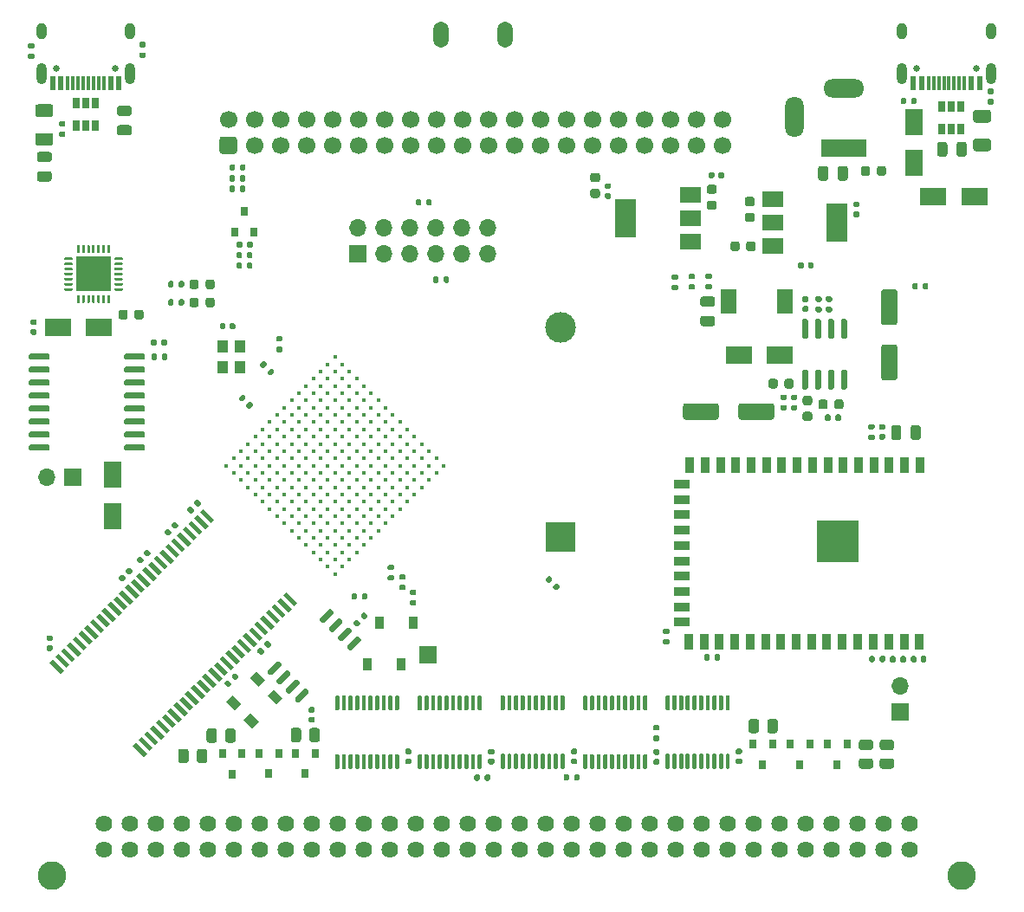
<source format=gbr>
%TF.GenerationSoftware,KiCad,Pcbnew,5.1.10-88a1d61d58~89~ubuntu20.04.1*%
%TF.CreationDate,2021-07-13T22:21:08+02:00*%
%TF.ProjectId,max80,6d617838-302e-46b6-9963-61645f706362,0.01*%
%TF.SameCoordinates,Original*%
%TF.FileFunction,Soldermask,Top*%
%TF.FilePolarity,Negative*%
%FSLAX46Y46*%
G04 Gerber Fmt 4.6, Leading zero omitted, Abs format (unit mm)*
G04 Created by KiCad (PCBNEW 5.1.10-88a1d61d58~89~ubuntu20.04.1) date 2021-07-13 22:21:08*
%MOMM*%
%LPD*%
G01*
G04 APERTURE LIST*
%ADD10O,1.500000X2.550000*%
%ADD11R,3.000000X3.000000*%
%ADD12C,3.000000*%
%ADD13O,1.700000X1.700000*%
%ADD14R,1.700000X1.700000*%
%ADD15R,0.800000X0.900000*%
%ADD16C,0.400000*%
%ADD17R,0.900000X1.200000*%
%ADD18C,0.100000*%
%ADD19R,2.000000X1.500000*%
%ADD20R,2.000000X3.800000*%
%ADD21R,1.100000X1.300000*%
%ADD22C,1.700000*%
%ADD23R,1.800000X2.500000*%
%ADD24R,2.500000X1.800000*%
%ADD25C,2.794000*%
%ADD26C,1.625600*%
%ADD27R,0.600000X1.450000*%
%ADD28R,0.300000X1.450000*%
%ADD29C,0.650000*%
%ADD30O,1.000000X2.100000*%
%ADD31O,1.000000X1.600000*%
%ADD32R,0.900000X1.500000*%
%ADD33R,1.500000X0.900000*%
%ADD34R,4.100000X4.100000*%
%ADD35R,4.400000X1.800000*%
%ADD36O,4.000000X1.800000*%
%ADD37O,1.800000X4.000000*%
%ADD38R,1.500000X2.400000*%
%ADD39R,3.350000X3.350000*%
%ADD40R,0.650000X1.060000*%
G04 APERTURE END LIST*
%TO.C,C83*%
G36*
G01*
X127790000Y-72090000D02*
X127790000Y-71750000D01*
G75*
G02*
X127930000Y-71610000I140000J0D01*
G01*
X128210000Y-71610000D01*
G75*
G02*
X128350000Y-71750000I0J-140000D01*
G01*
X128350000Y-72090000D01*
G75*
G02*
X128210000Y-72230000I-140000J0D01*
G01*
X127930000Y-72230000D01*
G75*
G02*
X127790000Y-72090000I0J140000D01*
G01*
G37*
G36*
G01*
X126830000Y-72090000D02*
X126830000Y-71750000D01*
G75*
G02*
X126970000Y-71610000I140000J0D01*
G01*
X127250000Y-71610000D01*
G75*
G02*
X127390000Y-71750000I0J-140000D01*
G01*
X127390000Y-72090000D01*
G75*
G02*
X127250000Y-72230000I-140000J0D01*
G01*
X126970000Y-72230000D01*
G75*
G02*
X126830000Y-72090000I0J140000D01*
G01*
G37*
%TD*%
D10*
%TO.C,J5*%
X154695000Y-43390000D03*
X148495000Y-43390000D03*
%TD*%
%TO.C,C61*%
G36*
G01*
X177520000Y-80820000D02*
X177520000Y-79720000D01*
G75*
G02*
X177770000Y-79470000I250000J0D01*
G01*
X180770000Y-79470000D01*
G75*
G02*
X181020000Y-79720000I0J-250000D01*
G01*
X181020000Y-80820000D01*
G75*
G02*
X180770000Y-81070000I-250000J0D01*
G01*
X177770000Y-81070000D01*
G75*
G02*
X177520000Y-80820000I0J250000D01*
G01*
G37*
G36*
G01*
X172120000Y-80820000D02*
X172120000Y-79720000D01*
G75*
G02*
X172370000Y-79470000I250000J0D01*
G01*
X175370000Y-79470000D01*
G75*
G02*
X175620000Y-79720000I0J-250000D01*
G01*
X175620000Y-80820000D01*
G75*
G02*
X175370000Y-81070000I-250000J0D01*
G01*
X172370000Y-81070000D01*
G75*
G02*
X172120000Y-80820000I0J250000D01*
G01*
G37*
%TD*%
%TO.C,C60*%
G36*
G01*
X191720000Y-73720000D02*
X192820000Y-73720000D01*
G75*
G02*
X193070000Y-73970000I0J-250000D01*
G01*
X193070000Y-76970000D01*
G75*
G02*
X192820000Y-77220000I-250000J0D01*
G01*
X191720000Y-77220000D01*
G75*
G02*
X191470000Y-76970000I0J250000D01*
G01*
X191470000Y-73970000D01*
G75*
G02*
X191720000Y-73720000I250000J0D01*
G01*
G37*
G36*
G01*
X191720000Y-68320000D02*
X192820000Y-68320000D01*
G75*
G02*
X193070000Y-68570000I0J-250000D01*
G01*
X193070000Y-71570000D01*
G75*
G02*
X192820000Y-71820000I-250000J0D01*
G01*
X191720000Y-71820000D01*
G75*
G02*
X191470000Y-71570000I0J250000D01*
G01*
X191470000Y-68570000D01*
G75*
G02*
X191720000Y-68320000I250000J0D01*
G01*
G37*
%TD*%
%TO.C,C57*%
G36*
G01*
X184020000Y-80295000D02*
X184520000Y-80295000D01*
G75*
G02*
X184745000Y-80520000I0J-225000D01*
G01*
X184745000Y-80970000D01*
G75*
G02*
X184520000Y-81195000I-225000J0D01*
G01*
X184020000Y-81195000D01*
G75*
G02*
X183795000Y-80970000I0J225000D01*
G01*
X183795000Y-80520000D01*
G75*
G02*
X184020000Y-80295000I225000J0D01*
G01*
G37*
G36*
G01*
X184020000Y-78745000D02*
X184520000Y-78745000D01*
G75*
G02*
X184745000Y-78970000I0J-225000D01*
G01*
X184745000Y-79420000D01*
G75*
G02*
X184520000Y-79645000I-225000J0D01*
G01*
X184020000Y-79645000D01*
G75*
G02*
X183795000Y-79420000I0J225000D01*
G01*
X183795000Y-78970000D01*
G75*
G02*
X184020000Y-78745000I225000J0D01*
G01*
G37*
%TD*%
D11*
%TO.C,BT1*%
X160170000Y-92570000D03*
D12*
X160170000Y-72080000D03*
%TD*%
%TO.C,R50*%
G36*
G01*
X147020000Y-60005000D02*
X147020000Y-59635000D01*
G75*
G02*
X147155000Y-59500000I135000J0D01*
G01*
X147425000Y-59500000D01*
G75*
G02*
X147560000Y-59635000I0J-135000D01*
G01*
X147560000Y-60005000D01*
G75*
G02*
X147425000Y-60140000I-135000J0D01*
G01*
X147155000Y-60140000D01*
G75*
G02*
X147020000Y-60005000I0J135000D01*
G01*
G37*
G36*
G01*
X146000000Y-60005000D02*
X146000000Y-59635000D01*
G75*
G02*
X146135000Y-59500000I135000J0D01*
G01*
X146405000Y-59500000D01*
G75*
G02*
X146540000Y-59635000I0J-135000D01*
G01*
X146540000Y-60005000D01*
G75*
G02*
X146405000Y-60140000I-135000J0D01*
G01*
X146135000Y-60140000D01*
G75*
G02*
X146000000Y-60005000I0J135000D01*
G01*
G37*
%TD*%
%TO.C,R49*%
G36*
G01*
X148230000Y-67185000D02*
X148230000Y-67555000D01*
G75*
G02*
X148095000Y-67690000I-135000J0D01*
G01*
X147825000Y-67690000D01*
G75*
G02*
X147690000Y-67555000I0J135000D01*
G01*
X147690000Y-67185000D01*
G75*
G02*
X147825000Y-67050000I135000J0D01*
G01*
X148095000Y-67050000D01*
G75*
G02*
X148230000Y-67185000I0J-135000D01*
G01*
G37*
G36*
G01*
X149250000Y-67185000D02*
X149250000Y-67555000D01*
G75*
G02*
X149115000Y-67690000I-135000J0D01*
G01*
X148845000Y-67690000D01*
G75*
G02*
X148710000Y-67555000I0J135000D01*
G01*
X148710000Y-67185000D01*
G75*
G02*
X148845000Y-67050000I135000J0D01*
G01*
X149115000Y-67050000D01*
G75*
G02*
X149250000Y-67185000I0J-135000D01*
G01*
G37*
%TD*%
D13*
%TO.C,J8*%
X153050000Y-62310000D03*
X153050000Y-64850000D03*
X150510000Y-62310000D03*
X150510000Y-64850000D03*
X147970000Y-62310000D03*
X147970000Y-64850000D03*
X145430000Y-62310000D03*
X145430000Y-64850000D03*
X142890000Y-62310000D03*
X142890000Y-64850000D03*
X140350000Y-62310000D03*
D14*
X140350000Y-64850000D03*
%TD*%
%TO.C,R47*%
G36*
G01*
X128310000Y-58325000D02*
X128310000Y-58695000D01*
G75*
G02*
X128175000Y-58830000I-135000J0D01*
G01*
X127905000Y-58830000D01*
G75*
G02*
X127770000Y-58695000I0J135000D01*
G01*
X127770000Y-58325000D01*
G75*
G02*
X127905000Y-58190000I135000J0D01*
G01*
X128175000Y-58190000D01*
G75*
G02*
X128310000Y-58325000I0J-135000D01*
G01*
G37*
G36*
G01*
X129330000Y-58325000D02*
X129330000Y-58695000D01*
G75*
G02*
X129195000Y-58830000I-135000J0D01*
G01*
X128925000Y-58830000D01*
G75*
G02*
X128790000Y-58695000I0J135000D01*
G01*
X128790000Y-58325000D01*
G75*
G02*
X128925000Y-58190000I135000J0D01*
G01*
X129195000Y-58190000D01*
G75*
G02*
X129330000Y-58325000I0J-135000D01*
G01*
G37*
%TD*%
%TO.C,R46*%
G36*
G01*
X129030000Y-63785000D02*
X129030000Y-64155000D01*
G75*
G02*
X128895000Y-64290000I-135000J0D01*
G01*
X128625000Y-64290000D01*
G75*
G02*
X128490000Y-64155000I0J135000D01*
G01*
X128490000Y-63785000D01*
G75*
G02*
X128625000Y-63650000I135000J0D01*
G01*
X128895000Y-63650000D01*
G75*
G02*
X129030000Y-63785000I0J-135000D01*
G01*
G37*
G36*
G01*
X130050000Y-63785000D02*
X130050000Y-64155000D01*
G75*
G02*
X129915000Y-64290000I-135000J0D01*
G01*
X129645000Y-64290000D01*
G75*
G02*
X129510000Y-64155000I0J135000D01*
G01*
X129510000Y-63785000D01*
G75*
G02*
X129645000Y-63650000I135000J0D01*
G01*
X129915000Y-63650000D01*
G75*
G02*
X130050000Y-63785000I0J-135000D01*
G01*
G37*
%TD*%
D15*
%TO.C,Q7*%
X129220000Y-60720000D03*
X130170000Y-62720000D03*
X128270000Y-62720000D03*
%TD*%
D16*
%TO.C,U13*%
X132438146Y-80605253D03*
X133145253Y-79898146D03*
X133852359Y-79191039D03*
X134559466Y-78483932D03*
X135266573Y-77776825D03*
X135973680Y-77069719D03*
X136680786Y-76362612D03*
X137387893Y-75655505D03*
X138095000Y-74948398D03*
X138802107Y-79898146D03*
X138095000Y-80605253D03*
X137387893Y-81312359D03*
X136680786Y-82019466D03*
X137387893Y-82726573D03*
X138095000Y-82019466D03*
X138802107Y-81312359D03*
X139509214Y-80605253D03*
X138802107Y-75655505D03*
X138095000Y-76362612D03*
X137387893Y-77069719D03*
X136680786Y-77776825D03*
X135973680Y-78483932D03*
X135266573Y-79191039D03*
X134559466Y-79898146D03*
X133852359Y-80605253D03*
X133145253Y-81312359D03*
X133852359Y-82019466D03*
X134559466Y-81312359D03*
X135266573Y-80605253D03*
X135973680Y-79898146D03*
X136680786Y-79191039D03*
X137387893Y-78483932D03*
X138095000Y-77776825D03*
X138802107Y-77069719D03*
X139509214Y-76362612D03*
X140216320Y-81312359D03*
X139509214Y-82019466D03*
X138802107Y-82726573D03*
X138095000Y-83433680D03*
X138802107Y-84140786D03*
X139509214Y-83433680D03*
X140216320Y-82726573D03*
X140923427Y-82019466D03*
X140216320Y-77069719D03*
X139509214Y-77776825D03*
X138802107Y-78483932D03*
X138095000Y-79191039D03*
X137387893Y-79898146D03*
X136680786Y-80605253D03*
X135973680Y-81312359D03*
X135266573Y-82019466D03*
X134559466Y-82726573D03*
X135973680Y-82726573D03*
X136680786Y-83433680D03*
X137387893Y-84140786D03*
X135266573Y-83433680D03*
X135973680Y-84140786D03*
X136680786Y-84847893D03*
X137387893Y-85555000D03*
X140923427Y-77776825D03*
X140216320Y-78483932D03*
X136680786Y-86262107D03*
X135973680Y-85555000D03*
X135266573Y-84847893D03*
X134559466Y-84140786D03*
X138095000Y-84847893D03*
X133852359Y-84847893D03*
X134559466Y-85555000D03*
X135266573Y-86262107D03*
X135973680Y-86969214D03*
X139509214Y-79191039D03*
X133145253Y-85555000D03*
X133852359Y-86262107D03*
X134559466Y-86969214D03*
X135266573Y-87676320D03*
X141630534Y-82726573D03*
X141630534Y-78483932D03*
X142337641Y-79191039D03*
X143044747Y-79898146D03*
X143751854Y-80605253D03*
X144458961Y-81312359D03*
X140923427Y-79191039D03*
X141630534Y-79898146D03*
X142337641Y-80605253D03*
X143044747Y-81312359D03*
X143751854Y-82019466D03*
X143044747Y-82726573D03*
X142337641Y-82019466D03*
X141630534Y-81312359D03*
X140923427Y-80605253D03*
X140216320Y-79898146D03*
X142337641Y-83433680D03*
X143044747Y-84140786D03*
X143751854Y-84847893D03*
X140923427Y-83433680D03*
X145166068Y-82019466D03*
X145873175Y-82726573D03*
X144458961Y-82726573D03*
X145166068Y-83433680D03*
X143751854Y-83433680D03*
X144458961Y-84140786D03*
X141630534Y-84140786D03*
X142337641Y-84847893D03*
X143044747Y-85555000D03*
X140216320Y-84140786D03*
X140923427Y-84847893D03*
X141630534Y-85555000D03*
X142337641Y-86262107D03*
X139509214Y-84847893D03*
X140216320Y-85555000D03*
X140923427Y-86262107D03*
X141630534Y-86969214D03*
X138802107Y-85555000D03*
X139509214Y-86262107D03*
X140216320Y-86969214D03*
X140923427Y-87676320D03*
X138095000Y-86262107D03*
X138802107Y-86969214D03*
X139509214Y-87676320D03*
X140216320Y-88383427D03*
X137387893Y-86969214D03*
X138095000Y-87676320D03*
X138802107Y-88383427D03*
X139509214Y-89090534D03*
X136680786Y-87676320D03*
X137387893Y-88383427D03*
X138095000Y-89090534D03*
X138802107Y-89797641D03*
X138095000Y-90504747D03*
X137387893Y-89797641D03*
X136680786Y-89090534D03*
X135973680Y-88383427D03*
X146580281Y-83433680D03*
X147287388Y-84140786D03*
X147994495Y-84847893D03*
X148701602Y-85555000D03*
X147994495Y-86262107D03*
X147287388Y-86969214D03*
X146580281Y-87676320D03*
X147287388Y-85555000D03*
X146580281Y-86262107D03*
X145873175Y-86969214D03*
X145166068Y-86262107D03*
X145873175Y-85555000D03*
X146580281Y-84847893D03*
X145873175Y-84140786D03*
X145166068Y-84847893D03*
X144458961Y-85555000D03*
X143751854Y-86262107D03*
X144458961Y-86969214D03*
X145166068Y-87676320D03*
X145873175Y-88383427D03*
X145166068Y-89090534D03*
X144458961Y-88383427D03*
X143751854Y-87676320D03*
X143044747Y-86969214D03*
X142337641Y-87676320D03*
X143044747Y-88383427D03*
X143751854Y-89090534D03*
X144458961Y-89797641D03*
X143044747Y-89797641D03*
X142337641Y-89090534D03*
X141630534Y-88383427D03*
X140923427Y-89090534D03*
X141630534Y-89797641D03*
X142337641Y-90504747D03*
X141630534Y-91211854D03*
X140923427Y-90504747D03*
X140216320Y-89797641D03*
X139509214Y-90504747D03*
X140216320Y-91211854D03*
X140923427Y-91918961D03*
X130316825Y-82726573D03*
X131023932Y-82019466D03*
X131731039Y-81312359D03*
X132438146Y-82019466D03*
X131731039Y-82726573D03*
X131023932Y-83433680D03*
X131731039Y-84140786D03*
X132438146Y-83433680D03*
X133145253Y-82726573D03*
X133852359Y-83433680D03*
X133145253Y-84140786D03*
X132438146Y-84847893D03*
X128902612Y-84140786D03*
X129609719Y-83433680D03*
X130316825Y-84140786D03*
X129609719Y-84847893D03*
X131731039Y-85555000D03*
X131023932Y-84847893D03*
X130316825Y-85555000D03*
X131023932Y-86262107D03*
X131731039Y-86969214D03*
X132438146Y-86262107D03*
X133145253Y-86969214D03*
X132438146Y-87676320D03*
X133852359Y-87676320D03*
X133145253Y-88383427D03*
X138802107Y-91211854D03*
X139509214Y-91918961D03*
X140216320Y-92626068D03*
X134559466Y-88383427D03*
X135266573Y-89090534D03*
X135973680Y-89797641D03*
X136680786Y-90504747D03*
X137387893Y-91211854D03*
X138095000Y-91918961D03*
X138802107Y-92626068D03*
X139509214Y-93333175D03*
X133852359Y-89090534D03*
X134559466Y-89797641D03*
X135266573Y-90504747D03*
X135973680Y-91211854D03*
X136680786Y-91918961D03*
X137387893Y-92626068D03*
X138095000Y-93333175D03*
X138802107Y-94040281D03*
X136680786Y-93333175D03*
X137387893Y-94040281D03*
X138095000Y-94747388D03*
X135973680Y-92626068D03*
X135266573Y-91918961D03*
X134559466Y-91211854D03*
X133852359Y-90504747D03*
X133145253Y-89797641D03*
X132438146Y-89090534D03*
X131731039Y-88383427D03*
X131023932Y-87676320D03*
X130316825Y-86969214D03*
X129609719Y-86262107D03*
X128902612Y-85555000D03*
X128195505Y-84847893D03*
X143751854Y-90504747D03*
X143044747Y-91211854D03*
X142337641Y-91918961D03*
X141630534Y-92626068D03*
X140923427Y-93333175D03*
X140216320Y-94040281D03*
X139509214Y-94747388D03*
X138802107Y-95454495D03*
X127488398Y-85555000D03*
X128195505Y-86262107D03*
X128902612Y-86969214D03*
X129609719Y-87676320D03*
X130316825Y-88383427D03*
X131023932Y-89090534D03*
X131731039Y-89797641D03*
X132438146Y-90504747D03*
X133145253Y-91211854D03*
X133852359Y-91918961D03*
X134559466Y-92626068D03*
X135266573Y-93333175D03*
X135973680Y-94040281D03*
X136680786Y-94747388D03*
X137387893Y-95454495D03*
X138095000Y-96161602D03*
%TD*%
D17*
%TO.C,D7*%
X142445000Y-100920000D03*
X145745000Y-100920000D03*
%TD*%
D18*
%TO.C,D6*%
G36*
X130667792Y-107170736D02*
G01*
X129819264Y-106322208D01*
X130455660Y-105685812D01*
X131304188Y-106534340D01*
X130667792Y-107170736D01*
G37*
G36*
X128334340Y-109504188D02*
G01*
X127485812Y-108655660D01*
X128122208Y-108019264D01*
X128970736Y-108867792D01*
X128334340Y-109504188D01*
G37*
%TD*%
%TO.C,D5*%
G36*
X132367792Y-108895736D02*
G01*
X131519264Y-108047208D01*
X132155660Y-107410812D01*
X133004188Y-108259340D01*
X132367792Y-108895736D01*
G37*
G36*
X130034340Y-111229188D02*
G01*
X129185812Y-110380660D01*
X129822208Y-109744264D01*
X130670736Y-110592792D01*
X130034340Y-111229188D01*
G37*
%TD*%
D17*
%TO.C,D4*%
X141295000Y-104945000D03*
X144595000Y-104945000D03*
%TD*%
D14*
%TO.C,J6*%
X147220000Y-104020000D03*
%TD*%
%TO.C,R45*%
G36*
G01*
X190445002Y-113370000D02*
X189544998Y-113370000D01*
G75*
G02*
X189295000Y-113120002I0J249998D01*
G01*
X189295000Y-112594998D01*
G75*
G02*
X189544998Y-112345000I249998J0D01*
G01*
X190445002Y-112345000D01*
G75*
G02*
X190695000Y-112594998I0J-249998D01*
G01*
X190695000Y-113120002D01*
G75*
G02*
X190445002Y-113370000I-249998J0D01*
G01*
G37*
G36*
G01*
X190445002Y-115195000D02*
X189544998Y-115195000D01*
G75*
G02*
X189295000Y-114945002I0J249998D01*
G01*
X189295000Y-114419998D01*
G75*
G02*
X189544998Y-114170000I249998J0D01*
G01*
X190445002Y-114170000D01*
G75*
G02*
X190695000Y-114419998I0J-249998D01*
G01*
X190695000Y-114945002D01*
G75*
G02*
X190445002Y-115195000I-249998J0D01*
G01*
G37*
%TD*%
%TO.C,R44*%
G36*
G01*
X124595000Y-114395002D02*
X124595000Y-113494998D01*
G75*
G02*
X124844998Y-113245000I249998J0D01*
G01*
X125370002Y-113245000D01*
G75*
G02*
X125620000Y-113494998I0J-249998D01*
G01*
X125620000Y-114395002D01*
G75*
G02*
X125370002Y-114645000I-249998J0D01*
G01*
X124844998Y-114645000D01*
G75*
G02*
X124595000Y-114395002I0J249998D01*
G01*
G37*
G36*
G01*
X122770000Y-114395002D02*
X122770000Y-113494998D01*
G75*
G02*
X123019998Y-113245000I249998J0D01*
G01*
X123545002Y-113245000D01*
G75*
G02*
X123795000Y-113494998I0J-249998D01*
G01*
X123795000Y-114395002D01*
G75*
G02*
X123545002Y-114645000I-249998J0D01*
G01*
X123019998Y-114645000D01*
G75*
G02*
X122770000Y-114395002I0J249998D01*
G01*
G37*
%TD*%
%TO.C,R43*%
G36*
G01*
X192490002Y-113370000D02*
X191589998Y-113370000D01*
G75*
G02*
X191340000Y-113120002I0J249998D01*
G01*
X191340000Y-112594998D01*
G75*
G02*
X191589998Y-112345000I249998J0D01*
G01*
X192490002Y-112345000D01*
G75*
G02*
X192740000Y-112594998I0J-249998D01*
G01*
X192740000Y-113120002D01*
G75*
G02*
X192490002Y-113370000I-249998J0D01*
G01*
G37*
G36*
G01*
X192490002Y-115195000D02*
X191589998Y-115195000D01*
G75*
G02*
X191340000Y-114945002I0J249998D01*
G01*
X191340000Y-114419998D01*
G75*
G02*
X191589998Y-114170000I249998J0D01*
G01*
X192490002Y-114170000D01*
G75*
G02*
X192740000Y-114419998I0J-249998D01*
G01*
X192740000Y-114945002D01*
G75*
G02*
X192490002Y-115195000I-249998J0D01*
G01*
G37*
%TD*%
%TO.C,R28*%
G36*
G01*
X180345000Y-111470002D02*
X180345000Y-110569998D01*
G75*
G02*
X180594998Y-110320000I249998J0D01*
G01*
X181120002Y-110320000D01*
G75*
G02*
X181370000Y-110569998I0J-249998D01*
G01*
X181370000Y-111470002D01*
G75*
G02*
X181120002Y-111720000I-249998J0D01*
G01*
X180594998Y-111720000D01*
G75*
G02*
X180345000Y-111470002I0J249998D01*
G01*
G37*
G36*
G01*
X178520000Y-111470002D02*
X178520000Y-110569998D01*
G75*
G02*
X178769998Y-110320000I249998J0D01*
G01*
X179295002Y-110320000D01*
G75*
G02*
X179545000Y-110569998I0J-249998D01*
G01*
X179545000Y-111470002D01*
G75*
G02*
X179295002Y-111720000I-249998J0D01*
G01*
X178769998Y-111720000D01*
G75*
G02*
X178520000Y-111470002I0J249998D01*
G01*
G37*
%TD*%
%TO.C,R27*%
G36*
G01*
X135595000Y-112345002D02*
X135595000Y-111444998D01*
G75*
G02*
X135844998Y-111195000I249998J0D01*
G01*
X136370002Y-111195000D01*
G75*
G02*
X136620000Y-111444998I0J-249998D01*
G01*
X136620000Y-112345002D01*
G75*
G02*
X136370002Y-112595000I-249998J0D01*
G01*
X135844998Y-112595000D01*
G75*
G02*
X135595000Y-112345002I0J249998D01*
G01*
G37*
G36*
G01*
X133770000Y-112345002D02*
X133770000Y-111444998D01*
G75*
G02*
X134019998Y-111195000I249998J0D01*
G01*
X134545002Y-111195000D01*
G75*
G02*
X134795000Y-111444998I0J-249998D01*
G01*
X134795000Y-112345002D01*
G75*
G02*
X134545002Y-112595000I-249998J0D01*
G01*
X134019998Y-112595000D01*
G75*
G02*
X133770000Y-112345002I0J249998D01*
G01*
G37*
%TD*%
%TO.C,R26*%
G36*
G01*
X127370000Y-112395002D02*
X127370000Y-111494998D01*
G75*
G02*
X127619998Y-111245000I249998J0D01*
G01*
X128145002Y-111245000D01*
G75*
G02*
X128395000Y-111494998I0J-249998D01*
G01*
X128395000Y-112395002D01*
G75*
G02*
X128145002Y-112645000I-249998J0D01*
G01*
X127619998Y-112645000D01*
G75*
G02*
X127370000Y-112395002I0J249998D01*
G01*
G37*
G36*
G01*
X125545000Y-112395002D02*
X125545000Y-111494998D01*
G75*
G02*
X125794998Y-111245000I249998J0D01*
G01*
X126320002Y-111245000D01*
G75*
G02*
X126570000Y-111494998I0J-249998D01*
G01*
X126570000Y-112395002D01*
G75*
G02*
X126320002Y-112645000I-249998J0D01*
G01*
X125794998Y-112645000D01*
G75*
G02*
X125545000Y-112395002I0J249998D01*
G01*
G37*
%TD*%
D13*
%TO.C,J7*%
X193320000Y-107080000D03*
D14*
X193320000Y-109620000D03*
%TD*%
%TO.C,R25*%
G36*
G01*
X169680000Y-111455000D02*
X169310000Y-111455000D01*
G75*
G02*
X169175000Y-111320000I0J135000D01*
G01*
X169175000Y-111050000D01*
G75*
G02*
X169310000Y-110915000I135000J0D01*
G01*
X169680000Y-110915000D01*
G75*
G02*
X169815000Y-111050000I0J-135000D01*
G01*
X169815000Y-111320000D01*
G75*
G02*
X169680000Y-111455000I-135000J0D01*
G01*
G37*
G36*
G01*
X169680000Y-112475000D02*
X169310000Y-112475000D01*
G75*
G02*
X169175000Y-112340000I0J135000D01*
G01*
X169175000Y-112070000D01*
G75*
G02*
X169310000Y-111935000I135000J0D01*
G01*
X169680000Y-111935000D01*
G75*
G02*
X169815000Y-112070000I0J-135000D01*
G01*
X169815000Y-112340000D01*
G75*
G02*
X169680000Y-112475000I-135000J0D01*
G01*
G37*
%TD*%
D15*
%TO.C,Q6*%
X128070000Y-115710000D03*
X127120000Y-113710000D03*
X129020000Y-113710000D03*
%TD*%
D19*
%TO.C,U16*%
X180890000Y-59490000D03*
X180890000Y-64090000D03*
X180890000Y-61790000D03*
D20*
X187190000Y-61790000D03*
%TD*%
D19*
%TO.C,U1*%
X172820000Y-63670000D03*
X172820000Y-59070000D03*
X172820000Y-61370000D03*
D20*
X166520000Y-61370000D03*
%TD*%
%TO.C,C74*%
G36*
G01*
X164940000Y-58520000D02*
X164600000Y-58520000D01*
G75*
G02*
X164460000Y-58380000I0J140000D01*
G01*
X164460000Y-58100000D01*
G75*
G02*
X164600000Y-57960000I140000J0D01*
G01*
X164940000Y-57960000D01*
G75*
G02*
X165080000Y-58100000I0J-140000D01*
G01*
X165080000Y-58380000D01*
G75*
G02*
X164940000Y-58520000I-140000J0D01*
G01*
G37*
G36*
G01*
X164940000Y-59480000D02*
X164600000Y-59480000D01*
G75*
G02*
X164460000Y-59340000I0J140000D01*
G01*
X164460000Y-59060000D01*
G75*
G02*
X164600000Y-58920000I140000J0D01*
G01*
X164940000Y-58920000D01*
G75*
G02*
X165080000Y-59060000I0J-140000D01*
G01*
X165080000Y-59340000D01*
G75*
G02*
X164940000Y-59480000I-140000J0D01*
G01*
G37*
%TD*%
%TO.C,C73*%
G36*
G01*
X189220000Y-60310000D02*
X188880000Y-60310000D01*
G75*
G02*
X188740000Y-60170000I0J140000D01*
G01*
X188740000Y-59890000D01*
G75*
G02*
X188880000Y-59750000I140000J0D01*
G01*
X189220000Y-59750000D01*
G75*
G02*
X189360000Y-59890000I0J-140000D01*
G01*
X189360000Y-60170000D01*
G75*
G02*
X189220000Y-60310000I-140000J0D01*
G01*
G37*
G36*
G01*
X189220000Y-61270000D02*
X188880000Y-61270000D01*
G75*
G02*
X188740000Y-61130000I0J140000D01*
G01*
X188740000Y-60850000D01*
G75*
G02*
X188880000Y-60710000I140000J0D01*
G01*
X189220000Y-60710000D01*
G75*
G02*
X189360000Y-60850000I0J-140000D01*
G01*
X189360000Y-61130000D01*
G75*
G02*
X189220000Y-61270000I-140000J0D01*
G01*
G37*
%TD*%
%TO.C,C72*%
G36*
G01*
X163770000Y-57845000D02*
X163270000Y-57845000D01*
G75*
G02*
X163045000Y-57620000I0J225000D01*
G01*
X163045000Y-57170000D01*
G75*
G02*
X163270000Y-56945000I225000J0D01*
G01*
X163770000Y-56945000D01*
G75*
G02*
X163995000Y-57170000I0J-225000D01*
G01*
X163995000Y-57620000D01*
G75*
G02*
X163770000Y-57845000I-225000J0D01*
G01*
G37*
G36*
G01*
X163770000Y-59395000D02*
X163270000Y-59395000D01*
G75*
G02*
X163045000Y-59170000I0J225000D01*
G01*
X163045000Y-58720000D01*
G75*
G02*
X163270000Y-58495000I225000J0D01*
G01*
X163770000Y-58495000D01*
G75*
G02*
X163995000Y-58720000I0J-225000D01*
G01*
X163995000Y-59170000D01*
G75*
G02*
X163770000Y-59395000I-225000J0D01*
G01*
G37*
%TD*%
%TO.C,C71*%
G36*
G01*
X178880000Y-60195000D02*
X178380000Y-60195000D01*
G75*
G02*
X178155000Y-59970000I0J225000D01*
G01*
X178155000Y-59520000D01*
G75*
G02*
X178380000Y-59295000I225000J0D01*
G01*
X178880000Y-59295000D01*
G75*
G02*
X179105000Y-59520000I0J-225000D01*
G01*
X179105000Y-59970000D01*
G75*
G02*
X178880000Y-60195000I-225000J0D01*
G01*
G37*
G36*
G01*
X178880000Y-61745000D02*
X178380000Y-61745000D01*
G75*
G02*
X178155000Y-61520000I0J225000D01*
G01*
X178155000Y-61070000D01*
G75*
G02*
X178380000Y-60845000I225000J0D01*
G01*
X178880000Y-60845000D01*
G75*
G02*
X179105000Y-61070000I0J-225000D01*
G01*
X179105000Y-61520000D01*
G75*
G02*
X178880000Y-61745000I-225000J0D01*
G01*
G37*
%TD*%
%TO.C,C70*%
G36*
G01*
X177645000Y-63870000D02*
X177645000Y-64370000D01*
G75*
G02*
X177420000Y-64595000I-225000J0D01*
G01*
X176970000Y-64595000D01*
G75*
G02*
X176745000Y-64370000I0J225000D01*
G01*
X176745000Y-63870000D01*
G75*
G02*
X176970000Y-63645000I225000J0D01*
G01*
X177420000Y-63645000D01*
G75*
G02*
X177645000Y-63870000I0J-225000D01*
G01*
G37*
G36*
G01*
X179195000Y-63870000D02*
X179195000Y-64370000D01*
G75*
G02*
X178970000Y-64595000I-225000J0D01*
G01*
X178520000Y-64595000D01*
G75*
G02*
X178295000Y-64370000I0J225000D01*
G01*
X178295000Y-63870000D01*
G75*
G02*
X178520000Y-63645000I225000J0D01*
G01*
X178970000Y-63645000D01*
G75*
G02*
X179195000Y-63870000I0J-225000D01*
G01*
G37*
%TD*%
%TO.C,C67*%
G36*
G01*
X174670000Y-59645000D02*
X175170000Y-59645000D01*
G75*
G02*
X175395000Y-59870000I0J-225000D01*
G01*
X175395000Y-60320000D01*
G75*
G02*
X175170000Y-60545000I-225000J0D01*
G01*
X174670000Y-60545000D01*
G75*
G02*
X174445000Y-60320000I0J225000D01*
G01*
X174445000Y-59870000D01*
G75*
G02*
X174670000Y-59645000I225000J0D01*
G01*
G37*
G36*
G01*
X174670000Y-58095000D02*
X175170000Y-58095000D01*
G75*
G02*
X175395000Y-58320000I0J-225000D01*
G01*
X175395000Y-58770000D01*
G75*
G02*
X175170000Y-58995000I-225000J0D01*
G01*
X174670000Y-58995000D01*
G75*
G02*
X174445000Y-58770000I0J225000D01*
G01*
X174445000Y-58320000D01*
G75*
G02*
X174670000Y-58095000I225000J0D01*
G01*
G37*
%TD*%
%TO.C,C65*%
G36*
G01*
X184320000Y-66140000D02*
X184320000Y-65800000D01*
G75*
G02*
X184460000Y-65660000I140000J0D01*
G01*
X184740000Y-65660000D01*
G75*
G02*
X184880000Y-65800000I0J-140000D01*
G01*
X184880000Y-66140000D01*
G75*
G02*
X184740000Y-66280000I-140000J0D01*
G01*
X184460000Y-66280000D01*
G75*
G02*
X184320000Y-66140000I0J140000D01*
G01*
G37*
G36*
G01*
X183360000Y-66140000D02*
X183360000Y-65800000D01*
G75*
G02*
X183500000Y-65660000I140000J0D01*
G01*
X183780000Y-65660000D01*
G75*
G02*
X183920000Y-65800000I0J-140000D01*
G01*
X183920000Y-66140000D01*
G75*
G02*
X183780000Y-66280000I-140000J0D01*
G01*
X183500000Y-66280000D01*
G75*
G02*
X183360000Y-66140000I0J140000D01*
G01*
G37*
%TD*%
%TO.C,C64*%
G36*
G01*
X175570000Y-57340000D02*
X175570000Y-57000000D01*
G75*
G02*
X175710000Y-56860000I140000J0D01*
G01*
X175990000Y-56860000D01*
G75*
G02*
X176130000Y-57000000I0J-140000D01*
G01*
X176130000Y-57340000D01*
G75*
G02*
X175990000Y-57480000I-140000J0D01*
G01*
X175710000Y-57480000D01*
G75*
G02*
X175570000Y-57340000I0J140000D01*
G01*
G37*
G36*
G01*
X174610000Y-57340000D02*
X174610000Y-57000000D01*
G75*
G02*
X174750000Y-56860000I140000J0D01*
G01*
X175030000Y-56860000D01*
G75*
G02*
X175170000Y-57000000I0J-140000D01*
G01*
X175170000Y-57340000D01*
G75*
G02*
X175030000Y-57480000I-140000J0D01*
G01*
X174750000Y-57480000D01*
G75*
G02*
X174610000Y-57340000I0J140000D01*
G01*
G37*
%TD*%
%TO.C,R24*%
G36*
G01*
X129500000Y-65175000D02*
X129500000Y-64805000D01*
G75*
G02*
X129635000Y-64670000I135000J0D01*
G01*
X129905000Y-64670000D01*
G75*
G02*
X130040000Y-64805000I0J-135000D01*
G01*
X130040000Y-65175000D01*
G75*
G02*
X129905000Y-65310000I-135000J0D01*
G01*
X129635000Y-65310000D01*
G75*
G02*
X129500000Y-65175000I0J135000D01*
G01*
G37*
G36*
G01*
X128480000Y-65175000D02*
X128480000Y-64805000D01*
G75*
G02*
X128615000Y-64670000I135000J0D01*
G01*
X128885000Y-64670000D01*
G75*
G02*
X129020000Y-64805000I0J-135000D01*
G01*
X129020000Y-65175000D01*
G75*
G02*
X128885000Y-65310000I-135000J0D01*
G01*
X128615000Y-65310000D01*
G75*
G02*
X128480000Y-65175000I0J135000D01*
G01*
G37*
%TD*%
%TO.C,U14*%
G36*
G01*
X168315000Y-113745000D02*
X168515000Y-113745000D01*
G75*
G02*
X168615000Y-113845000I0J-100000D01*
G01*
X168615000Y-115120000D01*
G75*
G02*
X168515000Y-115220000I-100000J0D01*
G01*
X168315000Y-115220000D01*
G75*
G02*
X168215000Y-115120000I0J100000D01*
G01*
X168215000Y-113845000D01*
G75*
G02*
X168315000Y-113745000I100000J0D01*
G01*
G37*
G36*
G01*
X167665000Y-113745000D02*
X167865000Y-113745000D01*
G75*
G02*
X167965000Y-113845000I0J-100000D01*
G01*
X167965000Y-115120000D01*
G75*
G02*
X167865000Y-115220000I-100000J0D01*
G01*
X167665000Y-115220000D01*
G75*
G02*
X167565000Y-115120000I0J100000D01*
G01*
X167565000Y-113845000D01*
G75*
G02*
X167665000Y-113745000I100000J0D01*
G01*
G37*
G36*
G01*
X167015000Y-113745000D02*
X167215000Y-113745000D01*
G75*
G02*
X167315000Y-113845000I0J-100000D01*
G01*
X167315000Y-115120000D01*
G75*
G02*
X167215000Y-115220000I-100000J0D01*
G01*
X167015000Y-115220000D01*
G75*
G02*
X166915000Y-115120000I0J100000D01*
G01*
X166915000Y-113845000D01*
G75*
G02*
X167015000Y-113745000I100000J0D01*
G01*
G37*
G36*
G01*
X166365000Y-113745000D02*
X166565000Y-113745000D01*
G75*
G02*
X166665000Y-113845000I0J-100000D01*
G01*
X166665000Y-115120000D01*
G75*
G02*
X166565000Y-115220000I-100000J0D01*
G01*
X166365000Y-115220000D01*
G75*
G02*
X166265000Y-115120000I0J100000D01*
G01*
X166265000Y-113845000D01*
G75*
G02*
X166365000Y-113745000I100000J0D01*
G01*
G37*
G36*
G01*
X165715000Y-113745000D02*
X165915000Y-113745000D01*
G75*
G02*
X166015000Y-113845000I0J-100000D01*
G01*
X166015000Y-115120000D01*
G75*
G02*
X165915000Y-115220000I-100000J0D01*
G01*
X165715000Y-115220000D01*
G75*
G02*
X165615000Y-115120000I0J100000D01*
G01*
X165615000Y-113845000D01*
G75*
G02*
X165715000Y-113745000I100000J0D01*
G01*
G37*
G36*
G01*
X165065000Y-113745000D02*
X165265000Y-113745000D01*
G75*
G02*
X165365000Y-113845000I0J-100000D01*
G01*
X165365000Y-115120000D01*
G75*
G02*
X165265000Y-115220000I-100000J0D01*
G01*
X165065000Y-115220000D01*
G75*
G02*
X164965000Y-115120000I0J100000D01*
G01*
X164965000Y-113845000D01*
G75*
G02*
X165065000Y-113745000I100000J0D01*
G01*
G37*
G36*
G01*
X164415000Y-113745000D02*
X164615000Y-113745000D01*
G75*
G02*
X164715000Y-113845000I0J-100000D01*
G01*
X164715000Y-115120000D01*
G75*
G02*
X164615000Y-115220000I-100000J0D01*
G01*
X164415000Y-115220000D01*
G75*
G02*
X164315000Y-115120000I0J100000D01*
G01*
X164315000Y-113845000D01*
G75*
G02*
X164415000Y-113745000I100000J0D01*
G01*
G37*
G36*
G01*
X163765000Y-113745000D02*
X163965000Y-113745000D01*
G75*
G02*
X164065000Y-113845000I0J-100000D01*
G01*
X164065000Y-115120000D01*
G75*
G02*
X163965000Y-115220000I-100000J0D01*
G01*
X163765000Y-115220000D01*
G75*
G02*
X163665000Y-115120000I0J100000D01*
G01*
X163665000Y-113845000D01*
G75*
G02*
X163765000Y-113745000I100000J0D01*
G01*
G37*
G36*
G01*
X163115000Y-113745000D02*
X163315000Y-113745000D01*
G75*
G02*
X163415000Y-113845000I0J-100000D01*
G01*
X163415000Y-115120000D01*
G75*
G02*
X163315000Y-115220000I-100000J0D01*
G01*
X163115000Y-115220000D01*
G75*
G02*
X163015000Y-115120000I0J100000D01*
G01*
X163015000Y-113845000D01*
G75*
G02*
X163115000Y-113745000I100000J0D01*
G01*
G37*
G36*
G01*
X162465000Y-113745000D02*
X162665000Y-113745000D01*
G75*
G02*
X162765000Y-113845000I0J-100000D01*
G01*
X162765000Y-115120000D01*
G75*
G02*
X162665000Y-115220000I-100000J0D01*
G01*
X162465000Y-115220000D01*
G75*
G02*
X162365000Y-115120000I0J100000D01*
G01*
X162365000Y-113845000D01*
G75*
G02*
X162465000Y-113745000I100000J0D01*
G01*
G37*
G36*
G01*
X162465000Y-108020000D02*
X162665000Y-108020000D01*
G75*
G02*
X162765000Y-108120000I0J-100000D01*
G01*
X162765000Y-109395000D01*
G75*
G02*
X162665000Y-109495000I-100000J0D01*
G01*
X162465000Y-109495000D01*
G75*
G02*
X162365000Y-109395000I0J100000D01*
G01*
X162365000Y-108120000D01*
G75*
G02*
X162465000Y-108020000I100000J0D01*
G01*
G37*
G36*
G01*
X163115000Y-108020000D02*
X163315000Y-108020000D01*
G75*
G02*
X163415000Y-108120000I0J-100000D01*
G01*
X163415000Y-109395000D01*
G75*
G02*
X163315000Y-109495000I-100000J0D01*
G01*
X163115000Y-109495000D01*
G75*
G02*
X163015000Y-109395000I0J100000D01*
G01*
X163015000Y-108120000D01*
G75*
G02*
X163115000Y-108020000I100000J0D01*
G01*
G37*
G36*
G01*
X163765000Y-108020000D02*
X163965000Y-108020000D01*
G75*
G02*
X164065000Y-108120000I0J-100000D01*
G01*
X164065000Y-109395000D01*
G75*
G02*
X163965000Y-109495000I-100000J0D01*
G01*
X163765000Y-109495000D01*
G75*
G02*
X163665000Y-109395000I0J100000D01*
G01*
X163665000Y-108120000D01*
G75*
G02*
X163765000Y-108020000I100000J0D01*
G01*
G37*
G36*
G01*
X164415000Y-108020000D02*
X164615000Y-108020000D01*
G75*
G02*
X164715000Y-108120000I0J-100000D01*
G01*
X164715000Y-109395000D01*
G75*
G02*
X164615000Y-109495000I-100000J0D01*
G01*
X164415000Y-109495000D01*
G75*
G02*
X164315000Y-109395000I0J100000D01*
G01*
X164315000Y-108120000D01*
G75*
G02*
X164415000Y-108020000I100000J0D01*
G01*
G37*
G36*
G01*
X165065000Y-108020000D02*
X165265000Y-108020000D01*
G75*
G02*
X165365000Y-108120000I0J-100000D01*
G01*
X165365000Y-109395000D01*
G75*
G02*
X165265000Y-109495000I-100000J0D01*
G01*
X165065000Y-109495000D01*
G75*
G02*
X164965000Y-109395000I0J100000D01*
G01*
X164965000Y-108120000D01*
G75*
G02*
X165065000Y-108020000I100000J0D01*
G01*
G37*
G36*
G01*
X165715000Y-108020000D02*
X165915000Y-108020000D01*
G75*
G02*
X166015000Y-108120000I0J-100000D01*
G01*
X166015000Y-109395000D01*
G75*
G02*
X165915000Y-109495000I-100000J0D01*
G01*
X165715000Y-109495000D01*
G75*
G02*
X165615000Y-109395000I0J100000D01*
G01*
X165615000Y-108120000D01*
G75*
G02*
X165715000Y-108020000I100000J0D01*
G01*
G37*
G36*
G01*
X166365000Y-108020000D02*
X166565000Y-108020000D01*
G75*
G02*
X166665000Y-108120000I0J-100000D01*
G01*
X166665000Y-109395000D01*
G75*
G02*
X166565000Y-109495000I-100000J0D01*
G01*
X166365000Y-109495000D01*
G75*
G02*
X166265000Y-109395000I0J100000D01*
G01*
X166265000Y-108120000D01*
G75*
G02*
X166365000Y-108020000I100000J0D01*
G01*
G37*
G36*
G01*
X167015000Y-108020000D02*
X167215000Y-108020000D01*
G75*
G02*
X167315000Y-108120000I0J-100000D01*
G01*
X167315000Y-109395000D01*
G75*
G02*
X167215000Y-109495000I-100000J0D01*
G01*
X167015000Y-109495000D01*
G75*
G02*
X166915000Y-109395000I0J100000D01*
G01*
X166915000Y-108120000D01*
G75*
G02*
X167015000Y-108020000I100000J0D01*
G01*
G37*
G36*
G01*
X167665000Y-108020000D02*
X167865000Y-108020000D01*
G75*
G02*
X167965000Y-108120000I0J-100000D01*
G01*
X167965000Y-109395000D01*
G75*
G02*
X167865000Y-109495000I-100000J0D01*
G01*
X167665000Y-109495000D01*
G75*
G02*
X167565000Y-109395000I0J100000D01*
G01*
X167565000Y-108120000D01*
G75*
G02*
X167665000Y-108020000I100000J0D01*
G01*
G37*
G36*
G01*
X168315000Y-108020000D02*
X168515000Y-108020000D01*
G75*
G02*
X168615000Y-108120000I0J-100000D01*
G01*
X168615000Y-109395000D01*
G75*
G02*
X168515000Y-109495000I-100000J0D01*
G01*
X168315000Y-109495000D01*
G75*
G02*
X168215000Y-109395000I0J100000D01*
G01*
X168215000Y-108120000D01*
G75*
G02*
X168315000Y-108020000I100000J0D01*
G01*
G37*
%TD*%
D15*
%TO.C,Q5*%
X187190000Y-114770000D03*
X186240000Y-112770000D03*
X188140000Y-112770000D03*
%TD*%
%TO.C,Q1*%
X183550000Y-114770000D03*
X182600000Y-112770000D03*
X184500000Y-112770000D03*
%TD*%
D21*
%TO.C,OSC1*%
X128805000Y-73870000D03*
X128805000Y-75970000D03*
X127155000Y-75970000D03*
X127155000Y-73870000D03*
%TD*%
D22*
%TO.C,J4*%
X175931100Y-51703600D03*
X173391100Y-51703600D03*
X170851100Y-51703600D03*
X168311100Y-51703600D03*
X165771100Y-51703600D03*
X163231100Y-51703600D03*
X160691100Y-51703600D03*
X158151100Y-51703600D03*
X155611100Y-51703600D03*
X153071100Y-51703600D03*
X150531100Y-51703600D03*
X147991100Y-51703600D03*
X145451100Y-51703600D03*
X142911100Y-51703600D03*
X140371100Y-51703600D03*
X137831100Y-51703600D03*
X135291100Y-51703600D03*
X132751100Y-51703600D03*
X130211100Y-51703600D03*
X127671100Y-51703600D03*
X175931100Y-54243600D03*
X173391100Y-54243600D03*
X170851100Y-54243600D03*
X168311100Y-54243600D03*
X165771100Y-54243600D03*
X163231100Y-54243600D03*
X160691100Y-54243600D03*
X158151100Y-54243600D03*
X155611100Y-54243600D03*
X153071100Y-54243600D03*
X150531100Y-54243600D03*
X147991100Y-54243600D03*
X145451100Y-54243600D03*
X142911100Y-54243600D03*
X140371100Y-54243600D03*
X137831100Y-54243600D03*
X135291100Y-54243600D03*
X132751100Y-54243600D03*
X130211100Y-54243600D03*
G36*
G01*
X128271100Y-55093600D02*
X127071100Y-55093600D01*
G75*
G02*
X126821100Y-54843600I0J250000D01*
G01*
X126821100Y-53643600D01*
G75*
G02*
X127071100Y-53393600I250000J0D01*
G01*
X128271100Y-53393600D01*
G75*
G02*
X128521100Y-53643600I0J-250000D01*
G01*
X128521100Y-54843600D01*
G75*
G02*
X128271100Y-55093600I-250000J0D01*
G01*
G37*
%TD*%
%TO.C,R11*%
G36*
G01*
X132835000Y-73440000D02*
X132465000Y-73440000D01*
G75*
G02*
X132330000Y-73305000I0J135000D01*
G01*
X132330000Y-73035000D01*
G75*
G02*
X132465000Y-72900000I135000J0D01*
G01*
X132835000Y-72900000D01*
G75*
G02*
X132970000Y-73035000I0J-135000D01*
G01*
X132970000Y-73305000D01*
G75*
G02*
X132835000Y-73440000I-135000J0D01*
G01*
G37*
G36*
G01*
X132835000Y-74460000D02*
X132465000Y-74460000D01*
G75*
G02*
X132330000Y-74325000I0J135000D01*
G01*
X132330000Y-74055000D01*
G75*
G02*
X132465000Y-73920000I135000J0D01*
G01*
X132835000Y-73920000D01*
G75*
G02*
X132970000Y-74055000I0J-135000D01*
G01*
X132970000Y-74325000D01*
G75*
G02*
X132835000Y-74460000I-135000J0D01*
G01*
G37*
%TD*%
%TO.C,R2*%
G36*
G01*
X131508891Y-76330520D02*
X131770520Y-76068891D01*
G75*
G02*
X131961438Y-76068891I95459J-95459D01*
G01*
X132152357Y-76259810D01*
G75*
G02*
X132152357Y-76450728I-95459J-95459D01*
G01*
X131890728Y-76712357D01*
G75*
G02*
X131699810Y-76712357I-95459J95459D01*
G01*
X131508891Y-76521438D01*
G75*
G02*
X131508891Y-76330520I95459J95459D01*
G01*
G37*
G36*
G01*
X130787643Y-75609272D02*
X131049272Y-75347643D01*
G75*
G02*
X131240190Y-75347643I95459J-95459D01*
G01*
X131431109Y-75538562D01*
G75*
G02*
X131431109Y-75729480I-95459J-95459D01*
G01*
X131169480Y-75991109D01*
G75*
G02*
X130978562Y-75991109I-95459J95459D01*
G01*
X130787643Y-75800190D01*
G75*
G02*
X130787643Y-75609272I95459J95459D01*
G01*
G37*
%TD*%
%TO.C,C45*%
G36*
G01*
X130918371Y-103411213D02*
X131158787Y-103651629D01*
G75*
G02*
X131158787Y-103849619I-98995J-98995D01*
G01*
X130960797Y-104047609D01*
G75*
G02*
X130762807Y-104047609I-98995J98995D01*
G01*
X130522391Y-103807193D01*
G75*
G02*
X130522391Y-103609203I98995J98995D01*
G01*
X130720381Y-103411213D01*
G75*
G02*
X130918371Y-103411213I98995J-98995D01*
G01*
G37*
G36*
G01*
X131597193Y-102732391D02*
X131837609Y-102972807D01*
G75*
G02*
X131837609Y-103170797I-98995J-98995D01*
G01*
X131639619Y-103368787D01*
G75*
G02*
X131441629Y-103368787I-98995J98995D01*
G01*
X131201213Y-103128371D01*
G75*
G02*
X131201213Y-102930381I98995J98995D01*
G01*
X131399203Y-102732391D01*
G75*
G02*
X131597193Y-102732391I98995J-98995D01*
G01*
G37*
%TD*%
%TO.C,C7*%
G36*
G01*
X177740000Y-113780000D02*
X177400000Y-113780000D01*
G75*
G02*
X177260000Y-113640000I0J140000D01*
G01*
X177260000Y-113360000D01*
G75*
G02*
X177400000Y-113220000I140000J0D01*
G01*
X177740000Y-113220000D01*
G75*
G02*
X177880000Y-113360000I0J-140000D01*
G01*
X177880000Y-113640000D01*
G75*
G02*
X177740000Y-113780000I-140000J0D01*
G01*
G37*
G36*
G01*
X177740000Y-114740000D02*
X177400000Y-114740000D01*
G75*
G02*
X177260000Y-114600000I0J140000D01*
G01*
X177260000Y-114320000D01*
G75*
G02*
X177400000Y-114180000I140000J0D01*
G01*
X177740000Y-114180000D01*
G75*
G02*
X177880000Y-114320000I0J-140000D01*
G01*
X177880000Y-114600000D01*
G75*
G02*
X177740000Y-114740000I-140000J0D01*
G01*
G37*
%TD*%
%TO.C,C6*%
G36*
G01*
X169690000Y-113830000D02*
X169350000Y-113830000D01*
G75*
G02*
X169210000Y-113690000I0J140000D01*
G01*
X169210000Y-113410000D01*
G75*
G02*
X169350000Y-113270000I140000J0D01*
G01*
X169690000Y-113270000D01*
G75*
G02*
X169830000Y-113410000I0J-140000D01*
G01*
X169830000Y-113690000D01*
G75*
G02*
X169690000Y-113830000I-140000J0D01*
G01*
G37*
G36*
G01*
X169690000Y-114790000D02*
X169350000Y-114790000D01*
G75*
G02*
X169210000Y-114650000I0J140000D01*
G01*
X169210000Y-114370000D01*
G75*
G02*
X169350000Y-114230000I140000J0D01*
G01*
X169690000Y-114230000D01*
G75*
G02*
X169830000Y-114370000I0J-140000D01*
G01*
X169830000Y-114650000D01*
G75*
G02*
X169690000Y-114790000I-140000J0D01*
G01*
G37*
%TD*%
%TO.C,C33*%
G36*
G01*
X127728371Y-106561213D02*
X127968787Y-106801629D01*
G75*
G02*
X127968787Y-106999619I-98995J-98995D01*
G01*
X127770797Y-107197609D01*
G75*
G02*
X127572807Y-107197609I-98995J98995D01*
G01*
X127332391Y-106957193D01*
G75*
G02*
X127332391Y-106759203I98995J98995D01*
G01*
X127530381Y-106561213D01*
G75*
G02*
X127728371Y-106561213I98995J-98995D01*
G01*
G37*
G36*
G01*
X128407193Y-105882391D02*
X128647609Y-106122807D01*
G75*
G02*
X128647609Y-106320797I-98995J-98995D01*
G01*
X128449619Y-106518787D01*
G75*
G02*
X128251629Y-106518787I-98995J98995D01*
G01*
X128011213Y-106278371D01*
G75*
G02*
X128011213Y-106080381I98995J98995D01*
G01*
X128209203Y-105882391D01*
G75*
G02*
X128407193Y-105882391I98995J-98995D01*
G01*
G37*
%TD*%
%TO.C,U5*%
G36*
G01*
X176375000Y-113725000D02*
X176575000Y-113725000D01*
G75*
G02*
X176675000Y-113825000I0J-100000D01*
G01*
X176675000Y-115100000D01*
G75*
G02*
X176575000Y-115200000I-100000J0D01*
G01*
X176375000Y-115200000D01*
G75*
G02*
X176275000Y-115100000I0J100000D01*
G01*
X176275000Y-113825000D01*
G75*
G02*
X176375000Y-113725000I100000J0D01*
G01*
G37*
G36*
G01*
X175725000Y-113725000D02*
X175925000Y-113725000D01*
G75*
G02*
X176025000Y-113825000I0J-100000D01*
G01*
X176025000Y-115100000D01*
G75*
G02*
X175925000Y-115200000I-100000J0D01*
G01*
X175725000Y-115200000D01*
G75*
G02*
X175625000Y-115100000I0J100000D01*
G01*
X175625000Y-113825000D01*
G75*
G02*
X175725000Y-113725000I100000J0D01*
G01*
G37*
G36*
G01*
X175075000Y-113725000D02*
X175275000Y-113725000D01*
G75*
G02*
X175375000Y-113825000I0J-100000D01*
G01*
X175375000Y-115100000D01*
G75*
G02*
X175275000Y-115200000I-100000J0D01*
G01*
X175075000Y-115200000D01*
G75*
G02*
X174975000Y-115100000I0J100000D01*
G01*
X174975000Y-113825000D01*
G75*
G02*
X175075000Y-113725000I100000J0D01*
G01*
G37*
G36*
G01*
X174425000Y-113725000D02*
X174625000Y-113725000D01*
G75*
G02*
X174725000Y-113825000I0J-100000D01*
G01*
X174725000Y-115100000D01*
G75*
G02*
X174625000Y-115200000I-100000J0D01*
G01*
X174425000Y-115200000D01*
G75*
G02*
X174325000Y-115100000I0J100000D01*
G01*
X174325000Y-113825000D01*
G75*
G02*
X174425000Y-113725000I100000J0D01*
G01*
G37*
G36*
G01*
X173775000Y-113725000D02*
X173975000Y-113725000D01*
G75*
G02*
X174075000Y-113825000I0J-100000D01*
G01*
X174075000Y-115100000D01*
G75*
G02*
X173975000Y-115200000I-100000J0D01*
G01*
X173775000Y-115200000D01*
G75*
G02*
X173675000Y-115100000I0J100000D01*
G01*
X173675000Y-113825000D01*
G75*
G02*
X173775000Y-113725000I100000J0D01*
G01*
G37*
G36*
G01*
X173125000Y-113725000D02*
X173325000Y-113725000D01*
G75*
G02*
X173425000Y-113825000I0J-100000D01*
G01*
X173425000Y-115100000D01*
G75*
G02*
X173325000Y-115200000I-100000J0D01*
G01*
X173125000Y-115200000D01*
G75*
G02*
X173025000Y-115100000I0J100000D01*
G01*
X173025000Y-113825000D01*
G75*
G02*
X173125000Y-113725000I100000J0D01*
G01*
G37*
G36*
G01*
X172475000Y-113725000D02*
X172675000Y-113725000D01*
G75*
G02*
X172775000Y-113825000I0J-100000D01*
G01*
X172775000Y-115100000D01*
G75*
G02*
X172675000Y-115200000I-100000J0D01*
G01*
X172475000Y-115200000D01*
G75*
G02*
X172375000Y-115100000I0J100000D01*
G01*
X172375000Y-113825000D01*
G75*
G02*
X172475000Y-113725000I100000J0D01*
G01*
G37*
G36*
G01*
X171825000Y-113725000D02*
X172025000Y-113725000D01*
G75*
G02*
X172125000Y-113825000I0J-100000D01*
G01*
X172125000Y-115100000D01*
G75*
G02*
X172025000Y-115200000I-100000J0D01*
G01*
X171825000Y-115200000D01*
G75*
G02*
X171725000Y-115100000I0J100000D01*
G01*
X171725000Y-113825000D01*
G75*
G02*
X171825000Y-113725000I100000J0D01*
G01*
G37*
G36*
G01*
X171175000Y-113725000D02*
X171375000Y-113725000D01*
G75*
G02*
X171475000Y-113825000I0J-100000D01*
G01*
X171475000Y-115100000D01*
G75*
G02*
X171375000Y-115200000I-100000J0D01*
G01*
X171175000Y-115200000D01*
G75*
G02*
X171075000Y-115100000I0J100000D01*
G01*
X171075000Y-113825000D01*
G75*
G02*
X171175000Y-113725000I100000J0D01*
G01*
G37*
G36*
G01*
X170525000Y-113725000D02*
X170725000Y-113725000D01*
G75*
G02*
X170825000Y-113825000I0J-100000D01*
G01*
X170825000Y-115100000D01*
G75*
G02*
X170725000Y-115200000I-100000J0D01*
G01*
X170525000Y-115200000D01*
G75*
G02*
X170425000Y-115100000I0J100000D01*
G01*
X170425000Y-113825000D01*
G75*
G02*
X170525000Y-113725000I100000J0D01*
G01*
G37*
G36*
G01*
X170525000Y-108000000D02*
X170725000Y-108000000D01*
G75*
G02*
X170825000Y-108100000I0J-100000D01*
G01*
X170825000Y-109375000D01*
G75*
G02*
X170725000Y-109475000I-100000J0D01*
G01*
X170525000Y-109475000D01*
G75*
G02*
X170425000Y-109375000I0J100000D01*
G01*
X170425000Y-108100000D01*
G75*
G02*
X170525000Y-108000000I100000J0D01*
G01*
G37*
G36*
G01*
X171175000Y-108000000D02*
X171375000Y-108000000D01*
G75*
G02*
X171475000Y-108100000I0J-100000D01*
G01*
X171475000Y-109375000D01*
G75*
G02*
X171375000Y-109475000I-100000J0D01*
G01*
X171175000Y-109475000D01*
G75*
G02*
X171075000Y-109375000I0J100000D01*
G01*
X171075000Y-108100000D01*
G75*
G02*
X171175000Y-108000000I100000J0D01*
G01*
G37*
G36*
G01*
X171825000Y-108000000D02*
X172025000Y-108000000D01*
G75*
G02*
X172125000Y-108100000I0J-100000D01*
G01*
X172125000Y-109375000D01*
G75*
G02*
X172025000Y-109475000I-100000J0D01*
G01*
X171825000Y-109475000D01*
G75*
G02*
X171725000Y-109375000I0J100000D01*
G01*
X171725000Y-108100000D01*
G75*
G02*
X171825000Y-108000000I100000J0D01*
G01*
G37*
G36*
G01*
X172475000Y-108000000D02*
X172675000Y-108000000D01*
G75*
G02*
X172775000Y-108100000I0J-100000D01*
G01*
X172775000Y-109375000D01*
G75*
G02*
X172675000Y-109475000I-100000J0D01*
G01*
X172475000Y-109475000D01*
G75*
G02*
X172375000Y-109375000I0J100000D01*
G01*
X172375000Y-108100000D01*
G75*
G02*
X172475000Y-108000000I100000J0D01*
G01*
G37*
G36*
G01*
X173125000Y-108000000D02*
X173325000Y-108000000D01*
G75*
G02*
X173425000Y-108100000I0J-100000D01*
G01*
X173425000Y-109375000D01*
G75*
G02*
X173325000Y-109475000I-100000J0D01*
G01*
X173125000Y-109475000D01*
G75*
G02*
X173025000Y-109375000I0J100000D01*
G01*
X173025000Y-108100000D01*
G75*
G02*
X173125000Y-108000000I100000J0D01*
G01*
G37*
G36*
G01*
X173775000Y-108000000D02*
X173975000Y-108000000D01*
G75*
G02*
X174075000Y-108100000I0J-100000D01*
G01*
X174075000Y-109375000D01*
G75*
G02*
X173975000Y-109475000I-100000J0D01*
G01*
X173775000Y-109475000D01*
G75*
G02*
X173675000Y-109375000I0J100000D01*
G01*
X173675000Y-108100000D01*
G75*
G02*
X173775000Y-108000000I100000J0D01*
G01*
G37*
G36*
G01*
X174425000Y-108000000D02*
X174625000Y-108000000D01*
G75*
G02*
X174725000Y-108100000I0J-100000D01*
G01*
X174725000Y-109375000D01*
G75*
G02*
X174625000Y-109475000I-100000J0D01*
G01*
X174425000Y-109475000D01*
G75*
G02*
X174325000Y-109375000I0J100000D01*
G01*
X174325000Y-108100000D01*
G75*
G02*
X174425000Y-108000000I100000J0D01*
G01*
G37*
G36*
G01*
X175075000Y-108000000D02*
X175275000Y-108000000D01*
G75*
G02*
X175375000Y-108100000I0J-100000D01*
G01*
X175375000Y-109375000D01*
G75*
G02*
X175275000Y-109475000I-100000J0D01*
G01*
X175075000Y-109475000D01*
G75*
G02*
X174975000Y-109375000I0J100000D01*
G01*
X174975000Y-108100000D01*
G75*
G02*
X175075000Y-108000000I100000J0D01*
G01*
G37*
G36*
G01*
X175725000Y-108000000D02*
X175925000Y-108000000D01*
G75*
G02*
X176025000Y-108100000I0J-100000D01*
G01*
X176025000Y-109375000D01*
G75*
G02*
X175925000Y-109475000I-100000J0D01*
G01*
X175725000Y-109475000D01*
G75*
G02*
X175625000Y-109375000I0J100000D01*
G01*
X175625000Y-108100000D01*
G75*
G02*
X175725000Y-108000000I100000J0D01*
G01*
G37*
G36*
G01*
X176375000Y-108000000D02*
X176575000Y-108000000D01*
G75*
G02*
X176675000Y-108100000I0J-100000D01*
G01*
X176675000Y-109375000D01*
G75*
G02*
X176575000Y-109475000I-100000J0D01*
G01*
X176375000Y-109475000D01*
G75*
G02*
X176275000Y-109375000I0J100000D01*
G01*
X176275000Y-108100000D01*
G75*
G02*
X176375000Y-108000000I100000J0D01*
G01*
G37*
%TD*%
%TO.C,C5*%
G36*
G01*
X153530000Y-113800000D02*
X153190000Y-113800000D01*
G75*
G02*
X153050000Y-113660000I0J140000D01*
G01*
X153050000Y-113380000D01*
G75*
G02*
X153190000Y-113240000I140000J0D01*
G01*
X153530000Y-113240000D01*
G75*
G02*
X153670000Y-113380000I0J-140000D01*
G01*
X153670000Y-113660000D01*
G75*
G02*
X153530000Y-113800000I-140000J0D01*
G01*
G37*
G36*
G01*
X153530000Y-114760000D02*
X153190000Y-114760000D01*
G75*
G02*
X153050000Y-114620000I0J140000D01*
G01*
X153050000Y-114340000D01*
G75*
G02*
X153190000Y-114200000I140000J0D01*
G01*
X153530000Y-114200000D01*
G75*
G02*
X153670000Y-114340000I0J-140000D01*
G01*
X153670000Y-114620000D01*
G75*
G02*
X153530000Y-114760000I-140000J0D01*
G01*
G37*
%TD*%
%TO.C,C4*%
G36*
G01*
X161640000Y-113790000D02*
X161300000Y-113790000D01*
G75*
G02*
X161160000Y-113650000I0J140000D01*
G01*
X161160000Y-113370000D01*
G75*
G02*
X161300000Y-113230000I140000J0D01*
G01*
X161640000Y-113230000D01*
G75*
G02*
X161780000Y-113370000I0J-140000D01*
G01*
X161780000Y-113650000D01*
G75*
G02*
X161640000Y-113790000I-140000J0D01*
G01*
G37*
G36*
G01*
X161640000Y-114750000D02*
X161300000Y-114750000D01*
G75*
G02*
X161160000Y-114610000I0J140000D01*
G01*
X161160000Y-114330000D01*
G75*
G02*
X161300000Y-114190000I140000J0D01*
G01*
X161640000Y-114190000D01*
G75*
G02*
X161780000Y-114330000I0J-140000D01*
G01*
X161780000Y-114610000D01*
G75*
G02*
X161640000Y-114750000I-140000J0D01*
G01*
G37*
%TD*%
%TO.C,U4*%
G36*
G01*
X160240000Y-113735000D02*
X160440000Y-113735000D01*
G75*
G02*
X160540000Y-113835000I0J-100000D01*
G01*
X160540000Y-115110000D01*
G75*
G02*
X160440000Y-115210000I-100000J0D01*
G01*
X160240000Y-115210000D01*
G75*
G02*
X160140000Y-115110000I0J100000D01*
G01*
X160140000Y-113835000D01*
G75*
G02*
X160240000Y-113735000I100000J0D01*
G01*
G37*
G36*
G01*
X159590000Y-113735000D02*
X159790000Y-113735000D01*
G75*
G02*
X159890000Y-113835000I0J-100000D01*
G01*
X159890000Y-115110000D01*
G75*
G02*
X159790000Y-115210000I-100000J0D01*
G01*
X159590000Y-115210000D01*
G75*
G02*
X159490000Y-115110000I0J100000D01*
G01*
X159490000Y-113835000D01*
G75*
G02*
X159590000Y-113735000I100000J0D01*
G01*
G37*
G36*
G01*
X158940000Y-113735000D02*
X159140000Y-113735000D01*
G75*
G02*
X159240000Y-113835000I0J-100000D01*
G01*
X159240000Y-115110000D01*
G75*
G02*
X159140000Y-115210000I-100000J0D01*
G01*
X158940000Y-115210000D01*
G75*
G02*
X158840000Y-115110000I0J100000D01*
G01*
X158840000Y-113835000D01*
G75*
G02*
X158940000Y-113735000I100000J0D01*
G01*
G37*
G36*
G01*
X158290000Y-113735000D02*
X158490000Y-113735000D01*
G75*
G02*
X158590000Y-113835000I0J-100000D01*
G01*
X158590000Y-115110000D01*
G75*
G02*
X158490000Y-115210000I-100000J0D01*
G01*
X158290000Y-115210000D01*
G75*
G02*
X158190000Y-115110000I0J100000D01*
G01*
X158190000Y-113835000D01*
G75*
G02*
X158290000Y-113735000I100000J0D01*
G01*
G37*
G36*
G01*
X157640000Y-113735000D02*
X157840000Y-113735000D01*
G75*
G02*
X157940000Y-113835000I0J-100000D01*
G01*
X157940000Y-115110000D01*
G75*
G02*
X157840000Y-115210000I-100000J0D01*
G01*
X157640000Y-115210000D01*
G75*
G02*
X157540000Y-115110000I0J100000D01*
G01*
X157540000Y-113835000D01*
G75*
G02*
X157640000Y-113735000I100000J0D01*
G01*
G37*
G36*
G01*
X156990000Y-113735000D02*
X157190000Y-113735000D01*
G75*
G02*
X157290000Y-113835000I0J-100000D01*
G01*
X157290000Y-115110000D01*
G75*
G02*
X157190000Y-115210000I-100000J0D01*
G01*
X156990000Y-115210000D01*
G75*
G02*
X156890000Y-115110000I0J100000D01*
G01*
X156890000Y-113835000D01*
G75*
G02*
X156990000Y-113735000I100000J0D01*
G01*
G37*
G36*
G01*
X156340000Y-113735000D02*
X156540000Y-113735000D01*
G75*
G02*
X156640000Y-113835000I0J-100000D01*
G01*
X156640000Y-115110000D01*
G75*
G02*
X156540000Y-115210000I-100000J0D01*
G01*
X156340000Y-115210000D01*
G75*
G02*
X156240000Y-115110000I0J100000D01*
G01*
X156240000Y-113835000D01*
G75*
G02*
X156340000Y-113735000I100000J0D01*
G01*
G37*
G36*
G01*
X155690000Y-113735000D02*
X155890000Y-113735000D01*
G75*
G02*
X155990000Y-113835000I0J-100000D01*
G01*
X155990000Y-115110000D01*
G75*
G02*
X155890000Y-115210000I-100000J0D01*
G01*
X155690000Y-115210000D01*
G75*
G02*
X155590000Y-115110000I0J100000D01*
G01*
X155590000Y-113835000D01*
G75*
G02*
X155690000Y-113735000I100000J0D01*
G01*
G37*
G36*
G01*
X155040000Y-113735000D02*
X155240000Y-113735000D01*
G75*
G02*
X155340000Y-113835000I0J-100000D01*
G01*
X155340000Y-115110000D01*
G75*
G02*
X155240000Y-115210000I-100000J0D01*
G01*
X155040000Y-115210000D01*
G75*
G02*
X154940000Y-115110000I0J100000D01*
G01*
X154940000Y-113835000D01*
G75*
G02*
X155040000Y-113735000I100000J0D01*
G01*
G37*
G36*
G01*
X154390000Y-113735000D02*
X154590000Y-113735000D01*
G75*
G02*
X154690000Y-113835000I0J-100000D01*
G01*
X154690000Y-115110000D01*
G75*
G02*
X154590000Y-115210000I-100000J0D01*
G01*
X154390000Y-115210000D01*
G75*
G02*
X154290000Y-115110000I0J100000D01*
G01*
X154290000Y-113835000D01*
G75*
G02*
X154390000Y-113735000I100000J0D01*
G01*
G37*
G36*
G01*
X154390000Y-108010000D02*
X154590000Y-108010000D01*
G75*
G02*
X154690000Y-108110000I0J-100000D01*
G01*
X154690000Y-109385000D01*
G75*
G02*
X154590000Y-109485000I-100000J0D01*
G01*
X154390000Y-109485000D01*
G75*
G02*
X154290000Y-109385000I0J100000D01*
G01*
X154290000Y-108110000D01*
G75*
G02*
X154390000Y-108010000I100000J0D01*
G01*
G37*
G36*
G01*
X155040000Y-108010000D02*
X155240000Y-108010000D01*
G75*
G02*
X155340000Y-108110000I0J-100000D01*
G01*
X155340000Y-109385000D01*
G75*
G02*
X155240000Y-109485000I-100000J0D01*
G01*
X155040000Y-109485000D01*
G75*
G02*
X154940000Y-109385000I0J100000D01*
G01*
X154940000Y-108110000D01*
G75*
G02*
X155040000Y-108010000I100000J0D01*
G01*
G37*
G36*
G01*
X155690000Y-108010000D02*
X155890000Y-108010000D01*
G75*
G02*
X155990000Y-108110000I0J-100000D01*
G01*
X155990000Y-109385000D01*
G75*
G02*
X155890000Y-109485000I-100000J0D01*
G01*
X155690000Y-109485000D01*
G75*
G02*
X155590000Y-109385000I0J100000D01*
G01*
X155590000Y-108110000D01*
G75*
G02*
X155690000Y-108010000I100000J0D01*
G01*
G37*
G36*
G01*
X156340000Y-108010000D02*
X156540000Y-108010000D01*
G75*
G02*
X156640000Y-108110000I0J-100000D01*
G01*
X156640000Y-109385000D01*
G75*
G02*
X156540000Y-109485000I-100000J0D01*
G01*
X156340000Y-109485000D01*
G75*
G02*
X156240000Y-109385000I0J100000D01*
G01*
X156240000Y-108110000D01*
G75*
G02*
X156340000Y-108010000I100000J0D01*
G01*
G37*
G36*
G01*
X156990000Y-108010000D02*
X157190000Y-108010000D01*
G75*
G02*
X157290000Y-108110000I0J-100000D01*
G01*
X157290000Y-109385000D01*
G75*
G02*
X157190000Y-109485000I-100000J0D01*
G01*
X156990000Y-109485000D01*
G75*
G02*
X156890000Y-109385000I0J100000D01*
G01*
X156890000Y-108110000D01*
G75*
G02*
X156990000Y-108010000I100000J0D01*
G01*
G37*
G36*
G01*
X157640000Y-108010000D02*
X157840000Y-108010000D01*
G75*
G02*
X157940000Y-108110000I0J-100000D01*
G01*
X157940000Y-109385000D01*
G75*
G02*
X157840000Y-109485000I-100000J0D01*
G01*
X157640000Y-109485000D01*
G75*
G02*
X157540000Y-109385000I0J100000D01*
G01*
X157540000Y-108110000D01*
G75*
G02*
X157640000Y-108010000I100000J0D01*
G01*
G37*
G36*
G01*
X158290000Y-108010000D02*
X158490000Y-108010000D01*
G75*
G02*
X158590000Y-108110000I0J-100000D01*
G01*
X158590000Y-109385000D01*
G75*
G02*
X158490000Y-109485000I-100000J0D01*
G01*
X158290000Y-109485000D01*
G75*
G02*
X158190000Y-109385000I0J100000D01*
G01*
X158190000Y-108110000D01*
G75*
G02*
X158290000Y-108010000I100000J0D01*
G01*
G37*
G36*
G01*
X158940000Y-108010000D02*
X159140000Y-108010000D01*
G75*
G02*
X159240000Y-108110000I0J-100000D01*
G01*
X159240000Y-109385000D01*
G75*
G02*
X159140000Y-109485000I-100000J0D01*
G01*
X158940000Y-109485000D01*
G75*
G02*
X158840000Y-109385000I0J100000D01*
G01*
X158840000Y-108110000D01*
G75*
G02*
X158940000Y-108010000I100000J0D01*
G01*
G37*
G36*
G01*
X159590000Y-108010000D02*
X159790000Y-108010000D01*
G75*
G02*
X159890000Y-108110000I0J-100000D01*
G01*
X159890000Y-109385000D01*
G75*
G02*
X159790000Y-109485000I-100000J0D01*
G01*
X159590000Y-109485000D01*
G75*
G02*
X159490000Y-109385000I0J100000D01*
G01*
X159490000Y-108110000D01*
G75*
G02*
X159590000Y-108010000I100000J0D01*
G01*
G37*
G36*
G01*
X160240000Y-108010000D02*
X160440000Y-108010000D01*
G75*
G02*
X160540000Y-108110000I0J-100000D01*
G01*
X160540000Y-109385000D01*
G75*
G02*
X160440000Y-109485000I-100000J0D01*
G01*
X160240000Y-109485000D01*
G75*
G02*
X160140000Y-109385000I0J100000D01*
G01*
X160140000Y-108110000D01*
G75*
G02*
X160240000Y-108010000I100000J0D01*
G01*
G37*
%TD*%
%TO.C,U3*%
G36*
G01*
X144065000Y-113755000D02*
X144265000Y-113755000D01*
G75*
G02*
X144365000Y-113855000I0J-100000D01*
G01*
X144365000Y-115130000D01*
G75*
G02*
X144265000Y-115230000I-100000J0D01*
G01*
X144065000Y-115230000D01*
G75*
G02*
X143965000Y-115130000I0J100000D01*
G01*
X143965000Y-113855000D01*
G75*
G02*
X144065000Y-113755000I100000J0D01*
G01*
G37*
G36*
G01*
X143415000Y-113755000D02*
X143615000Y-113755000D01*
G75*
G02*
X143715000Y-113855000I0J-100000D01*
G01*
X143715000Y-115130000D01*
G75*
G02*
X143615000Y-115230000I-100000J0D01*
G01*
X143415000Y-115230000D01*
G75*
G02*
X143315000Y-115130000I0J100000D01*
G01*
X143315000Y-113855000D01*
G75*
G02*
X143415000Y-113755000I100000J0D01*
G01*
G37*
G36*
G01*
X142765000Y-113755000D02*
X142965000Y-113755000D01*
G75*
G02*
X143065000Y-113855000I0J-100000D01*
G01*
X143065000Y-115130000D01*
G75*
G02*
X142965000Y-115230000I-100000J0D01*
G01*
X142765000Y-115230000D01*
G75*
G02*
X142665000Y-115130000I0J100000D01*
G01*
X142665000Y-113855000D01*
G75*
G02*
X142765000Y-113755000I100000J0D01*
G01*
G37*
G36*
G01*
X142115000Y-113755000D02*
X142315000Y-113755000D01*
G75*
G02*
X142415000Y-113855000I0J-100000D01*
G01*
X142415000Y-115130000D01*
G75*
G02*
X142315000Y-115230000I-100000J0D01*
G01*
X142115000Y-115230000D01*
G75*
G02*
X142015000Y-115130000I0J100000D01*
G01*
X142015000Y-113855000D01*
G75*
G02*
X142115000Y-113755000I100000J0D01*
G01*
G37*
G36*
G01*
X141465000Y-113755000D02*
X141665000Y-113755000D01*
G75*
G02*
X141765000Y-113855000I0J-100000D01*
G01*
X141765000Y-115130000D01*
G75*
G02*
X141665000Y-115230000I-100000J0D01*
G01*
X141465000Y-115230000D01*
G75*
G02*
X141365000Y-115130000I0J100000D01*
G01*
X141365000Y-113855000D01*
G75*
G02*
X141465000Y-113755000I100000J0D01*
G01*
G37*
G36*
G01*
X140815000Y-113755000D02*
X141015000Y-113755000D01*
G75*
G02*
X141115000Y-113855000I0J-100000D01*
G01*
X141115000Y-115130000D01*
G75*
G02*
X141015000Y-115230000I-100000J0D01*
G01*
X140815000Y-115230000D01*
G75*
G02*
X140715000Y-115130000I0J100000D01*
G01*
X140715000Y-113855000D01*
G75*
G02*
X140815000Y-113755000I100000J0D01*
G01*
G37*
G36*
G01*
X140165000Y-113755000D02*
X140365000Y-113755000D01*
G75*
G02*
X140465000Y-113855000I0J-100000D01*
G01*
X140465000Y-115130000D01*
G75*
G02*
X140365000Y-115230000I-100000J0D01*
G01*
X140165000Y-115230000D01*
G75*
G02*
X140065000Y-115130000I0J100000D01*
G01*
X140065000Y-113855000D01*
G75*
G02*
X140165000Y-113755000I100000J0D01*
G01*
G37*
G36*
G01*
X139515000Y-113755000D02*
X139715000Y-113755000D01*
G75*
G02*
X139815000Y-113855000I0J-100000D01*
G01*
X139815000Y-115130000D01*
G75*
G02*
X139715000Y-115230000I-100000J0D01*
G01*
X139515000Y-115230000D01*
G75*
G02*
X139415000Y-115130000I0J100000D01*
G01*
X139415000Y-113855000D01*
G75*
G02*
X139515000Y-113755000I100000J0D01*
G01*
G37*
G36*
G01*
X138865000Y-113755000D02*
X139065000Y-113755000D01*
G75*
G02*
X139165000Y-113855000I0J-100000D01*
G01*
X139165000Y-115130000D01*
G75*
G02*
X139065000Y-115230000I-100000J0D01*
G01*
X138865000Y-115230000D01*
G75*
G02*
X138765000Y-115130000I0J100000D01*
G01*
X138765000Y-113855000D01*
G75*
G02*
X138865000Y-113755000I100000J0D01*
G01*
G37*
G36*
G01*
X138215000Y-113755000D02*
X138415000Y-113755000D01*
G75*
G02*
X138515000Y-113855000I0J-100000D01*
G01*
X138515000Y-115130000D01*
G75*
G02*
X138415000Y-115230000I-100000J0D01*
G01*
X138215000Y-115230000D01*
G75*
G02*
X138115000Y-115130000I0J100000D01*
G01*
X138115000Y-113855000D01*
G75*
G02*
X138215000Y-113755000I100000J0D01*
G01*
G37*
G36*
G01*
X138215000Y-108030000D02*
X138415000Y-108030000D01*
G75*
G02*
X138515000Y-108130000I0J-100000D01*
G01*
X138515000Y-109405000D01*
G75*
G02*
X138415000Y-109505000I-100000J0D01*
G01*
X138215000Y-109505000D01*
G75*
G02*
X138115000Y-109405000I0J100000D01*
G01*
X138115000Y-108130000D01*
G75*
G02*
X138215000Y-108030000I100000J0D01*
G01*
G37*
G36*
G01*
X138865000Y-108030000D02*
X139065000Y-108030000D01*
G75*
G02*
X139165000Y-108130000I0J-100000D01*
G01*
X139165000Y-109405000D01*
G75*
G02*
X139065000Y-109505000I-100000J0D01*
G01*
X138865000Y-109505000D01*
G75*
G02*
X138765000Y-109405000I0J100000D01*
G01*
X138765000Y-108130000D01*
G75*
G02*
X138865000Y-108030000I100000J0D01*
G01*
G37*
G36*
G01*
X139515000Y-108030000D02*
X139715000Y-108030000D01*
G75*
G02*
X139815000Y-108130000I0J-100000D01*
G01*
X139815000Y-109405000D01*
G75*
G02*
X139715000Y-109505000I-100000J0D01*
G01*
X139515000Y-109505000D01*
G75*
G02*
X139415000Y-109405000I0J100000D01*
G01*
X139415000Y-108130000D01*
G75*
G02*
X139515000Y-108030000I100000J0D01*
G01*
G37*
G36*
G01*
X140165000Y-108030000D02*
X140365000Y-108030000D01*
G75*
G02*
X140465000Y-108130000I0J-100000D01*
G01*
X140465000Y-109405000D01*
G75*
G02*
X140365000Y-109505000I-100000J0D01*
G01*
X140165000Y-109505000D01*
G75*
G02*
X140065000Y-109405000I0J100000D01*
G01*
X140065000Y-108130000D01*
G75*
G02*
X140165000Y-108030000I100000J0D01*
G01*
G37*
G36*
G01*
X140815000Y-108030000D02*
X141015000Y-108030000D01*
G75*
G02*
X141115000Y-108130000I0J-100000D01*
G01*
X141115000Y-109405000D01*
G75*
G02*
X141015000Y-109505000I-100000J0D01*
G01*
X140815000Y-109505000D01*
G75*
G02*
X140715000Y-109405000I0J100000D01*
G01*
X140715000Y-108130000D01*
G75*
G02*
X140815000Y-108030000I100000J0D01*
G01*
G37*
G36*
G01*
X141465000Y-108030000D02*
X141665000Y-108030000D01*
G75*
G02*
X141765000Y-108130000I0J-100000D01*
G01*
X141765000Y-109405000D01*
G75*
G02*
X141665000Y-109505000I-100000J0D01*
G01*
X141465000Y-109505000D01*
G75*
G02*
X141365000Y-109405000I0J100000D01*
G01*
X141365000Y-108130000D01*
G75*
G02*
X141465000Y-108030000I100000J0D01*
G01*
G37*
G36*
G01*
X142115000Y-108030000D02*
X142315000Y-108030000D01*
G75*
G02*
X142415000Y-108130000I0J-100000D01*
G01*
X142415000Y-109405000D01*
G75*
G02*
X142315000Y-109505000I-100000J0D01*
G01*
X142115000Y-109505000D01*
G75*
G02*
X142015000Y-109405000I0J100000D01*
G01*
X142015000Y-108130000D01*
G75*
G02*
X142115000Y-108030000I100000J0D01*
G01*
G37*
G36*
G01*
X142765000Y-108030000D02*
X142965000Y-108030000D01*
G75*
G02*
X143065000Y-108130000I0J-100000D01*
G01*
X143065000Y-109405000D01*
G75*
G02*
X142965000Y-109505000I-100000J0D01*
G01*
X142765000Y-109505000D01*
G75*
G02*
X142665000Y-109405000I0J100000D01*
G01*
X142665000Y-108130000D01*
G75*
G02*
X142765000Y-108030000I100000J0D01*
G01*
G37*
G36*
G01*
X143415000Y-108030000D02*
X143615000Y-108030000D01*
G75*
G02*
X143715000Y-108130000I0J-100000D01*
G01*
X143715000Y-109405000D01*
G75*
G02*
X143615000Y-109505000I-100000J0D01*
G01*
X143415000Y-109505000D01*
G75*
G02*
X143315000Y-109405000I0J100000D01*
G01*
X143315000Y-108130000D01*
G75*
G02*
X143415000Y-108030000I100000J0D01*
G01*
G37*
G36*
G01*
X144065000Y-108030000D02*
X144265000Y-108030000D01*
G75*
G02*
X144365000Y-108130000I0J-100000D01*
G01*
X144365000Y-109405000D01*
G75*
G02*
X144265000Y-109505000I-100000J0D01*
G01*
X144065000Y-109505000D01*
G75*
G02*
X143965000Y-109405000I0J100000D01*
G01*
X143965000Y-108130000D01*
G75*
G02*
X144065000Y-108030000I100000J0D01*
G01*
G37*
%TD*%
%TO.C,U2*%
G36*
G01*
X152140000Y-113755000D02*
X152340000Y-113755000D01*
G75*
G02*
X152440000Y-113855000I0J-100000D01*
G01*
X152440000Y-115130000D01*
G75*
G02*
X152340000Y-115230000I-100000J0D01*
G01*
X152140000Y-115230000D01*
G75*
G02*
X152040000Y-115130000I0J100000D01*
G01*
X152040000Y-113855000D01*
G75*
G02*
X152140000Y-113755000I100000J0D01*
G01*
G37*
G36*
G01*
X151490000Y-113755000D02*
X151690000Y-113755000D01*
G75*
G02*
X151790000Y-113855000I0J-100000D01*
G01*
X151790000Y-115130000D01*
G75*
G02*
X151690000Y-115230000I-100000J0D01*
G01*
X151490000Y-115230000D01*
G75*
G02*
X151390000Y-115130000I0J100000D01*
G01*
X151390000Y-113855000D01*
G75*
G02*
X151490000Y-113755000I100000J0D01*
G01*
G37*
G36*
G01*
X150840000Y-113755000D02*
X151040000Y-113755000D01*
G75*
G02*
X151140000Y-113855000I0J-100000D01*
G01*
X151140000Y-115130000D01*
G75*
G02*
X151040000Y-115230000I-100000J0D01*
G01*
X150840000Y-115230000D01*
G75*
G02*
X150740000Y-115130000I0J100000D01*
G01*
X150740000Y-113855000D01*
G75*
G02*
X150840000Y-113755000I100000J0D01*
G01*
G37*
G36*
G01*
X150190000Y-113755000D02*
X150390000Y-113755000D01*
G75*
G02*
X150490000Y-113855000I0J-100000D01*
G01*
X150490000Y-115130000D01*
G75*
G02*
X150390000Y-115230000I-100000J0D01*
G01*
X150190000Y-115230000D01*
G75*
G02*
X150090000Y-115130000I0J100000D01*
G01*
X150090000Y-113855000D01*
G75*
G02*
X150190000Y-113755000I100000J0D01*
G01*
G37*
G36*
G01*
X149540000Y-113755000D02*
X149740000Y-113755000D01*
G75*
G02*
X149840000Y-113855000I0J-100000D01*
G01*
X149840000Y-115130000D01*
G75*
G02*
X149740000Y-115230000I-100000J0D01*
G01*
X149540000Y-115230000D01*
G75*
G02*
X149440000Y-115130000I0J100000D01*
G01*
X149440000Y-113855000D01*
G75*
G02*
X149540000Y-113755000I100000J0D01*
G01*
G37*
G36*
G01*
X148890000Y-113755000D02*
X149090000Y-113755000D01*
G75*
G02*
X149190000Y-113855000I0J-100000D01*
G01*
X149190000Y-115130000D01*
G75*
G02*
X149090000Y-115230000I-100000J0D01*
G01*
X148890000Y-115230000D01*
G75*
G02*
X148790000Y-115130000I0J100000D01*
G01*
X148790000Y-113855000D01*
G75*
G02*
X148890000Y-113755000I100000J0D01*
G01*
G37*
G36*
G01*
X148240000Y-113755000D02*
X148440000Y-113755000D01*
G75*
G02*
X148540000Y-113855000I0J-100000D01*
G01*
X148540000Y-115130000D01*
G75*
G02*
X148440000Y-115230000I-100000J0D01*
G01*
X148240000Y-115230000D01*
G75*
G02*
X148140000Y-115130000I0J100000D01*
G01*
X148140000Y-113855000D01*
G75*
G02*
X148240000Y-113755000I100000J0D01*
G01*
G37*
G36*
G01*
X147590000Y-113755000D02*
X147790000Y-113755000D01*
G75*
G02*
X147890000Y-113855000I0J-100000D01*
G01*
X147890000Y-115130000D01*
G75*
G02*
X147790000Y-115230000I-100000J0D01*
G01*
X147590000Y-115230000D01*
G75*
G02*
X147490000Y-115130000I0J100000D01*
G01*
X147490000Y-113855000D01*
G75*
G02*
X147590000Y-113755000I100000J0D01*
G01*
G37*
G36*
G01*
X146940000Y-113755000D02*
X147140000Y-113755000D01*
G75*
G02*
X147240000Y-113855000I0J-100000D01*
G01*
X147240000Y-115130000D01*
G75*
G02*
X147140000Y-115230000I-100000J0D01*
G01*
X146940000Y-115230000D01*
G75*
G02*
X146840000Y-115130000I0J100000D01*
G01*
X146840000Y-113855000D01*
G75*
G02*
X146940000Y-113755000I100000J0D01*
G01*
G37*
G36*
G01*
X146290000Y-113755000D02*
X146490000Y-113755000D01*
G75*
G02*
X146590000Y-113855000I0J-100000D01*
G01*
X146590000Y-115130000D01*
G75*
G02*
X146490000Y-115230000I-100000J0D01*
G01*
X146290000Y-115230000D01*
G75*
G02*
X146190000Y-115130000I0J100000D01*
G01*
X146190000Y-113855000D01*
G75*
G02*
X146290000Y-113755000I100000J0D01*
G01*
G37*
G36*
G01*
X146290000Y-108030000D02*
X146490000Y-108030000D01*
G75*
G02*
X146590000Y-108130000I0J-100000D01*
G01*
X146590000Y-109405000D01*
G75*
G02*
X146490000Y-109505000I-100000J0D01*
G01*
X146290000Y-109505000D01*
G75*
G02*
X146190000Y-109405000I0J100000D01*
G01*
X146190000Y-108130000D01*
G75*
G02*
X146290000Y-108030000I100000J0D01*
G01*
G37*
G36*
G01*
X146940000Y-108030000D02*
X147140000Y-108030000D01*
G75*
G02*
X147240000Y-108130000I0J-100000D01*
G01*
X147240000Y-109405000D01*
G75*
G02*
X147140000Y-109505000I-100000J0D01*
G01*
X146940000Y-109505000D01*
G75*
G02*
X146840000Y-109405000I0J100000D01*
G01*
X146840000Y-108130000D01*
G75*
G02*
X146940000Y-108030000I100000J0D01*
G01*
G37*
G36*
G01*
X147590000Y-108030000D02*
X147790000Y-108030000D01*
G75*
G02*
X147890000Y-108130000I0J-100000D01*
G01*
X147890000Y-109405000D01*
G75*
G02*
X147790000Y-109505000I-100000J0D01*
G01*
X147590000Y-109505000D01*
G75*
G02*
X147490000Y-109405000I0J100000D01*
G01*
X147490000Y-108130000D01*
G75*
G02*
X147590000Y-108030000I100000J0D01*
G01*
G37*
G36*
G01*
X148240000Y-108030000D02*
X148440000Y-108030000D01*
G75*
G02*
X148540000Y-108130000I0J-100000D01*
G01*
X148540000Y-109405000D01*
G75*
G02*
X148440000Y-109505000I-100000J0D01*
G01*
X148240000Y-109505000D01*
G75*
G02*
X148140000Y-109405000I0J100000D01*
G01*
X148140000Y-108130000D01*
G75*
G02*
X148240000Y-108030000I100000J0D01*
G01*
G37*
G36*
G01*
X148890000Y-108030000D02*
X149090000Y-108030000D01*
G75*
G02*
X149190000Y-108130000I0J-100000D01*
G01*
X149190000Y-109405000D01*
G75*
G02*
X149090000Y-109505000I-100000J0D01*
G01*
X148890000Y-109505000D01*
G75*
G02*
X148790000Y-109405000I0J100000D01*
G01*
X148790000Y-108130000D01*
G75*
G02*
X148890000Y-108030000I100000J0D01*
G01*
G37*
G36*
G01*
X149540000Y-108030000D02*
X149740000Y-108030000D01*
G75*
G02*
X149840000Y-108130000I0J-100000D01*
G01*
X149840000Y-109405000D01*
G75*
G02*
X149740000Y-109505000I-100000J0D01*
G01*
X149540000Y-109505000D01*
G75*
G02*
X149440000Y-109405000I0J100000D01*
G01*
X149440000Y-108130000D01*
G75*
G02*
X149540000Y-108030000I100000J0D01*
G01*
G37*
G36*
G01*
X150190000Y-108030000D02*
X150390000Y-108030000D01*
G75*
G02*
X150490000Y-108130000I0J-100000D01*
G01*
X150490000Y-109405000D01*
G75*
G02*
X150390000Y-109505000I-100000J0D01*
G01*
X150190000Y-109505000D01*
G75*
G02*
X150090000Y-109405000I0J100000D01*
G01*
X150090000Y-108130000D01*
G75*
G02*
X150190000Y-108030000I100000J0D01*
G01*
G37*
G36*
G01*
X150840000Y-108030000D02*
X151040000Y-108030000D01*
G75*
G02*
X151140000Y-108130000I0J-100000D01*
G01*
X151140000Y-109405000D01*
G75*
G02*
X151040000Y-109505000I-100000J0D01*
G01*
X150840000Y-109505000D01*
G75*
G02*
X150740000Y-109405000I0J100000D01*
G01*
X150740000Y-108130000D01*
G75*
G02*
X150840000Y-108030000I100000J0D01*
G01*
G37*
G36*
G01*
X151490000Y-108030000D02*
X151690000Y-108030000D01*
G75*
G02*
X151790000Y-108130000I0J-100000D01*
G01*
X151790000Y-109405000D01*
G75*
G02*
X151690000Y-109505000I-100000J0D01*
G01*
X151490000Y-109505000D01*
G75*
G02*
X151390000Y-109405000I0J100000D01*
G01*
X151390000Y-108130000D01*
G75*
G02*
X151490000Y-108030000I100000J0D01*
G01*
G37*
G36*
G01*
X152140000Y-108030000D02*
X152340000Y-108030000D01*
G75*
G02*
X152440000Y-108130000I0J-100000D01*
G01*
X152440000Y-109405000D01*
G75*
G02*
X152340000Y-109505000I-100000J0D01*
G01*
X152140000Y-109505000D01*
G75*
G02*
X152040000Y-109405000I0J100000D01*
G01*
X152040000Y-108130000D01*
G75*
G02*
X152140000Y-108030000I100000J0D01*
G01*
G37*
%TD*%
%TO.C,R42*%
G36*
G01*
X143745000Y-95790000D02*
X143375000Y-95790000D01*
G75*
G02*
X143240000Y-95655000I0J135000D01*
G01*
X143240000Y-95385000D01*
G75*
G02*
X143375000Y-95250000I135000J0D01*
G01*
X143745000Y-95250000D01*
G75*
G02*
X143880000Y-95385000I0J-135000D01*
G01*
X143880000Y-95655000D01*
G75*
G02*
X143745000Y-95790000I-135000J0D01*
G01*
G37*
G36*
G01*
X143745000Y-96810000D02*
X143375000Y-96810000D01*
G75*
G02*
X143240000Y-96675000I0J135000D01*
G01*
X143240000Y-96405000D01*
G75*
G02*
X143375000Y-96270000I135000J0D01*
G01*
X143745000Y-96270000D01*
G75*
G02*
X143880000Y-96405000I0J-135000D01*
G01*
X143880000Y-96675000D01*
G75*
G02*
X143745000Y-96810000I-135000J0D01*
G01*
G37*
%TD*%
%TO.C,R41*%
G36*
G01*
X140289480Y-100638891D02*
X140551109Y-100900520D01*
G75*
G02*
X140551109Y-101091438I-95459J-95459D01*
G01*
X140360190Y-101282357D01*
G75*
G02*
X140169272Y-101282357I-95459J95459D01*
G01*
X139907643Y-101020728D01*
G75*
G02*
X139907643Y-100829810I95459J95459D01*
G01*
X140098562Y-100638891D01*
G75*
G02*
X140289480Y-100638891I95459J-95459D01*
G01*
G37*
G36*
G01*
X141010728Y-99917643D02*
X141272357Y-100179272D01*
G75*
G02*
X141272357Y-100370190I-95459J-95459D01*
G01*
X141081438Y-100561109D01*
G75*
G02*
X140890520Y-100561109I-95459J95459D01*
G01*
X140628891Y-100299480D01*
G75*
G02*
X140628891Y-100108562I95459J95459D01*
G01*
X140819810Y-99917643D01*
G75*
G02*
X141010728Y-99917643I95459J-95459D01*
G01*
G37*
%TD*%
%TO.C,R40*%
G36*
G01*
X159331109Y-96744480D02*
X159069480Y-97006109D01*
G75*
G02*
X158878562Y-97006109I-95459J95459D01*
G01*
X158687643Y-96815190D01*
G75*
G02*
X158687643Y-96624272I95459J95459D01*
G01*
X158949272Y-96362643D01*
G75*
G02*
X159140190Y-96362643I95459J-95459D01*
G01*
X159331109Y-96553562D01*
G75*
G02*
X159331109Y-96744480I-95459J-95459D01*
G01*
G37*
G36*
G01*
X160052357Y-97465728D02*
X159790728Y-97727357D01*
G75*
G02*
X159599810Y-97727357I-95459J95459D01*
G01*
X159408891Y-97536438D01*
G75*
G02*
X159408891Y-97345520I95459J95459D01*
G01*
X159670520Y-97083891D01*
G75*
G02*
X159861438Y-97083891I95459J-95459D01*
G01*
X160052357Y-97274810D01*
G75*
G02*
X160052357Y-97465728I-95459J-95459D01*
G01*
G37*
%TD*%
%TO.C,R39*%
G36*
G01*
X144495000Y-97200000D02*
X144865000Y-97200000D01*
G75*
G02*
X145000000Y-97335000I0J-135000D01*
G01*
X145000000Y-97605000D01*
G75*
G02*
X144865000Y-97740000I-135000J0D01*
G01*
X144495000Y-97740000D01*
G75*
G02*
X144360000Y-97605000I0J135000D01*
G01*
X144360000Y-97335000D01*
G75*
G02*
X144495000Y-97200000I135000J0D01*
G01*
G37*
G36*
G01*
X144495000Y-96180000D02*
X144865000Y-96180000D01*
G75*
G02*
X145000000Y-96315000I0J-135000D01*
G01*
X145000000Y-96585000D01*
G75*
G02*
X144865000Y-96720000I-135000J0D01*
G01*
X144495000Y-96720000D01*
G75*
G02*
X144360000Y-96585000I0J135000D01*
G01*
X144360000Y-96315000D01*
G75*
G02*
X144495000Y-96180000I135000J0D01*
G01*
G37*
%TD*%
%TO.C,R38*%
G36*
G01*
X129418891Y-79600520D02*
X129680520Y-79338891D01*
G75*
G02*
X129871438Y-79338891I95459J-95459D01*
G01*
X130062357Y-79529810D01*
G75*
G02*
X130062357Y-79720728I-95459J-95459D01*
G01*
X129800728Y-79982357D01*
G75*
G02*
X129609810Y-79982357I-95459J95459D01*
G01*
X129418891Y-79791438D01*
G75*
G02*
X129418891Y-79600520I95459J95459D01*
G01*
G37*
G36*
G01*
X128697643Y-78879272D02*
X128959272Y-78617643D01*
G75*
G02*
X129150190Y-78617643I95459J-95459D01*
G01*
X129341109Y-78808562D01*
G75*
G02*
X129341109Y-78999480I-95459J-95459D01*
G01*
X129079480Y-79261109D01*
G75*
G02*
X128888562Y-79261109I-95459J95459D01*
G01*
X128697643Y-79070190D01*
G75*
G02*
X128697643Y-78879272I95459J95459D01*
G01*
G37*
%TD*%
%TO.C,R37*%
G36*
G01*
X145905000Y-98220000D02*
X145535000Y-98220000D01*
G75*
G02*
X145400000Y-98085000I0J135000D01*
G01*
X145400000Y-97815000D01*
G75*
G02*
X145535000Y-97680000I135000J0D01*
G01*
X145905000Y-97680000D01*
G75*
G02*
X146040000Y-97815000I0J-135000D01*
G01*
X146040000Y-98085000D01*
G75*
G02*
X145905000Y-98220000I-135000J0D01*
G01*
G37*
G36*
G01*
X145905000Y-99240000D02*
X145535000Y-99240000D01*
G75*
G02*
X145400000Y-99105000I0J135000D01*
G01*
X145400000Y-98835000D01*
G75*
G02*
X145535000Y-98700000I135000J0D01*
G01*
X145905000Y-98700000D01*
G75*
G02*
X146040000Y-98835000I0J-135000D01*
G01*
X146040000Y-99105000D01*
G75*
G02*
X145905000Y-99240000I-135000J0D01*
G01*
G37*
%TD*%
%TO.C,R13*%
G36*
G01*
X140730000Y-98525000D02*
X140730000Y-98155000D01*
G75*
G02*
X140865000Y-98020000I135000J0D01*
G01*
X141135000Y-98020000D01*
G75*
G02*
X141270000Y-98155000I0J-135000D01*
G01*
X141270000Y-98525000D01*
G75*
G02*
X141135000Y-98660000I-135000J0D01*
G01*
X140865000Y-98660000D01*
G75*
G02*
X140730000Y-98525000I0J135000D01*
G01*
G37*
G36*
G01*
X139710000Y-98525000D02*
X139710000Y-98155000D01*
G75*
G02*
X139845000Y-98020000I135000J0D01*
G01*
X140115000Y-98020000D01*
G75*
G02*
X140250000Y-98155000I0J-135000D01*
G01*
X140250000Y-98525000D01*
G75*
G02*
X140115000Y-98660000I-135000J0D01*
G01*
X139845000Y-98660000D01*
G75*
G02*
X139710000Y-98525000I0J135000D01*
G01*
G37*
%TD*%
%TO.C,C3*%
G36*
G01*
X145440000Y-113790000D02*
X145100000Y-113790000D01*
G75*
G02*
X144960000Y-113650000I0J140000D01*
G01*
X144960000Y-113370000D01*
G75*
G02*
X145100000Y-113230000I140000J0D01*
G01*
X145440000Y-113230000D01*
G75*
G02*
X145580000Y-113370000I0J-140000D01*
G01*
X145580000Y-113650000D01*
G75*
G02*
X145440000Y-113790000I-140000J0D01*
G01*
G37*
G36*
G01*
X145440000Y-114750000D02*
X145100000Y-114750000D01*
G75*
G02*
X144960000Y-114610000I0J140000D01*
G01*
X144960000Y-114330000D01*
G75*
G02*
X145100000Y-114190000I140000J0D01*
G01*
X145440000Y-114190000D01*
G75*
G02*
X145580000Y-114330000I0J-140000D01*
G01*
X145580000Y-114610000D01*
G75*
G02*
X145440000Y-114750000I-140000J0D01*
G01*
G37*
%TD*%
%TO.C,C2*%
G36*
G01*
X135650000Y-110120000D02*
X135990000Y-110120000D01*
G75*
G02*
X136130000Y-110260000I0J-140000D01*
G01*
X136130000Y-110540000D01*
G75*
G02*
X135990000Y-110680000I-140000J0D01*
G01*
X135650000Y-110680000D01*
G75*
G02*
X135510000Y-110540000I0J140000D01*
G01*
X135510000Y-110260000D01*
G75*
G02*
X135650000Y-110120000I140000J0D01*
G01*
G37*
G36*
G01*
X135650000Y-109160000D02*
X135990000Y-109160000D01*
G75*
G02*
X136130000Y-109300000I0J-140000D01*
G01*
X136130000Y-109580000D01*
G75*
G02*
X135990000Y-109720000I-140000J0D01*
G01*
X135650000Y-109720000D01*
G75*
G02*
X135510000Y-109580000I0J140000D01*
G01*
X135510000Y-109300000D01*
G75*
G02*
X135650000Y-109160000I140000J0D01*
G01*
G37*
%TD*%
%TO.C,C37*%
G36*
G01*
X186895000Y-79820000D02*
X186895000Y-79320000D01*
G75*
G02*
X187120000Y-79095000I225000J0D01*
G01*
X187570000Y-79095000D01*
G75*
G02*
X187795000Y-79320000I0J-225000D01*
G01*
X187795000Y-79820000D01*
G75*
G02*
X187570000Y-80045000I-225000J0D01*
G01*
X187120000Y-80045000D01*
G75*
G02*
X186895000Y-79820000I0J225000D01*
G01*
G37*
G36*
G01*
X185345000Y-79820000D02*
X185345000Y-79320000D01*
G75*
G02*
X185570000Y-79095000I225000J0D01*
G01*
X186020000Y-79095000D01*
G75*
G02*
X186245000Y-79320000I0J-225000D01*
G01*
X186245000Y-79820000D01*
G75*
G02*
X186020000Y-80045000I-225000J0D01*
G01*
X185570000Y-80045000D01*
G75*
G02*
X185345000Y-79820000I0J225000D01*
G01*
G37*
%TD*%
%TO.C,U7*%
G36*
G01*
X135331073Y-107380872D02*
X135543205Y-107593004D01*
G75*
G02*
X135543205Y-107805136I-106066J-106066D01*
G01*
X134623967Y-108724374D01*
G75*
G02*
X134411835Y-108724374I-106066J106066D01*
G01*
X134199703Y-108512242D01*
G75*
G02*
X134199703Y-108300110I106066J106066D01*
G01*
X135118941Y-107380872D01*
G75*
G02*
X135331073Y-107380872I106066J-106066D01*
G01*
G37*
G36*
G01*
X134433047Y-106482846D02*
X134645179Y-106694978D01*
G75*
G02*
X134645179Y-106907110I-106066J-106066D01*
G01*
X133725941Y-107826348D01*
G75*
G02*
X133513809Y-107826348I-106066J106066D01*
G01*
X133301677Y-107614216D01*
G75*
G02*
X133301677Y-107402084I106066J106066D01*
G01*
X134220915Y-106482846D01*
G75*
G02*
X134433047Y-106482846I106066J-106066D01*
G01*
G37*
G36*
G01*
X133535022Y-105584821D02*
X133747154Y-105796953D01*
G75*
G02*
X133747154Y-106009085I-106066J-106066D01*
G01*
X132827916Y-106928323D01*
G75*
G02*
X132615784Y-106928323I-106066J106066D01*
G01*
X132403652Y-106716191D01*
G75*
G02*
X132403652Y-106504059I106066J106066D01*
G01*
X133322890Y-105584821D01*
G75*
G02*
X133535022Y-105584821I106066J-106066D01*
G01*
G37*
G36*
G01*
X132636996Y-104686795D02*
X132849128Y-104898927D01*
G75*
G02*
X132849128Y-105111059I-106066J-106066D01*
G01*
X131929890Y-106030297D01*
G75*
G02*
X131717758Y-106030297I-106066J106066D01*
G01*
X131505626Y-105818165D01*
G75*
G02*
X131505626Y-105606033I106066J106066D01*
G01*
X132424864Y-104686795D01*
G75*
G02*
X132636996Y-104686795I106066J-106066D01*
G01*
G37*
G36*
G01*
X137728165Y-99595626D02*
X137940297Y-99807758D01*
G75*
G02*
X137940297Y-100019890I-106066J-106066D01*
G01*
X137021059Y-100939128D01*
G75*
G02*
X136808927Y-100939128I-106066J106066D01*
G01*
X136596795Y-100726996D01*
G75*
G02*
X136596795Y-100514864I106066J106066D01*
G01*
X137516033Y-99595626D01*
G75*
G02*
X137728165Y-99595626I106066J-106066D01*
G01*
G37*
G36*
G01*
X138626191Y-100493652D02*
X138838323Y-100705784D01*
G75*
G02*
X138838323Y-100917916I-106066J-106066D01*
G01*
X137919085Y-101837154D01*
G75*
G02*
X137706953Y-101837154I-106066J106066D01*
G01*
X137494821Y-101625022D01*
G75*
G02*
X137494821Y-101412890I106066J106066D01*
G01*
X138414059Y-100493652D01*
G75*
G02*
X138626191Y-100493652I106066J-106066D01*
G01*
G37*
G36*
G01*
X139524216Y-101391677D02*
X139736348Y-101603809D01*
G75*
G02*
X139736348Y-101815941I-106066J-106066D01*
G01*
X138817110Y-102735179D01*
G75*
G02*
X138604978Y-102735179I-106066J106066D01*
G01*
X138392846Y-102523047D01*
G75*
G02*
X138392846Y-102310915I106066J106066D01*
G01*
X139312084Y-101391677D01*
G75*
G02*
X139524216Y-101391677I106066J-106066D01*
G01*
G37*
G36*
G01*
X140422242Y-102289703D02*
X140634374Y-102501835D01*
G75*
G02*
X140634374Y-102713967I-106066J-106066D01*
G01*
X139715136Y-103633205D01*
G75*
G02*
X139503004Y-103633205I-106066J106066D01*
G01*
X139290872Y-103421073D01*
G75*
G02*
X139290872Y-103208941I106066J106066D01*
G01*
X140210110Y-102289703D01*
G75*
G02*
X140422242Y-102289703I106066J-106066D01*
G01*
G37*
%TD*%
%TO.C,R10*%
G36*
G01*
X122814000Y-68019000D02*
X122814000Y-67649000D01*
G75*
G02*
X122949000Y-67514000I135000J0D01*
G01*
X123219000Y-67514000D01*
G75*
G02*
X123354000Y-67649000I0J-135000D01*
G01*
X123354000Y-68019000D01*
G75*
G02*
X123219000Y-68154000I-135000J0D01*
G01*
X122949000Y-68154000D01*
G75*
G02*
X122814000Y-68019000I0J135000D01*
G01*
G37*
G36*
G01*
X121794000Y-68019000D02*
X121794000Y-67649000D01*
G75*
G02*
X121929000Y-67514000I135000J0D01*
G01*
X122199000Y-67514000D01*
G75*
G02*
X122334000Y-67649000I0J-135000D01*
G01*
X122334000Y-68019000D01*
G75*
G02*
X122199000Y-68154000I-135000J0D01*
G01*
X121929000Y-68154000D01*
G75*
G02*
X121794000Y-68019000I0J135000D01*
G01*
G37*
%TD*%
%TO.C,R8*%
G36*
G01*
X122814000Y-69797000D02*
X122814000Y-69427000D01*
G75*
G02*
X122949000Y-69292000I135000J0D01*
G01*
X123219000Y-69292000D01*
G75*
G02*
X123354000Y-69427000I0J-135000D01*
G01*
X123354000Y-69797000D01*
G75*
G02*
X123219000Y-69932000I-135000J0D01*
G01*
X122949000Y-69932000D01*
G75*
G02*
X122814000Y-69797000I0J135000D01*
G01*
G37*
G36*
G01*
X121794000Y-69797000D02*
X121794000Y-69427000D01*
G75*
G02*
X121929000Y-69292000I135000J0D01*
G01*
X122199000Y-69292000D01*
G75*
G02*
X122334000Y-69427000I0J-135000D01*
G01*
X122334000Y-69797000D01*
G75*
G02*
X122199000Y-69932000I-135000J0D01*
G01*
X121929000Y-69932000D01*
G75*
G02*
X121794000Y-69797000I0J135000D01*
G01*
G37*
%TD*%
%TO.C,D30*%
G36*
G01*
X125464000Y-68090250D02*
X125464000Y-67577750D01*
G75*
G02*
X125682750Y-67359000I218750J0D01*
G01*
X126120250Y-67359000D01*
G75*
G02*
X126339000Y-67577750I0J-218750D01*
G01*
X126339000Y-68090250D01*
G75*
G02*
X126120250Y-68309000I-218750J0D01*
G01*
X125682750Y-68309000D01*
G75*
G02*
X125464000Y-68090250I0J218750D01*
G01*
G37*
G36*
G01*
X123889000Y-68090250D02*
X123889000Y-67577750D01*
G75*
G02*
X124107750Y-67359000I218750J0D01*
G01*
X124545250Y-67359000D01*
G75*
G02*
X124764000Y-67577750I0J-218750D01*
G01*
X124764000Y-68090250D01*
G75*
G02*
X124545250Y-68309000I-218750J0D01*
G01*
X124107750Y-68309000D01*
G75*
G02*
X123889000Y-68090250I0J218750D01*
G01*
G37*
%TD*%
%TO.C,D29*%
G36*
G01*
X125464000Y-69868250D02*
X125464000Y-69355750D01*
G75*
G02*
X125682750Y-69137000I218750J0D01*
G01*
X126120250Y-69137000D01*
G75*
G02*
X126339000Y-69355750I0J-218750D01*
G01*
X126339000Y-69868250D01*
G75*
G02*
X126120250Y-70087000I-218750J0D01*
G01*
X125682750Y-70087000D01*
G75*
G02*
X125464000Y-69868250I0J218750D01*
G01*
G37*
G36*
G01*
X123889000Y-69868250D02*
X123889000Y-69355750D01*
G75*
G02*
X124107750Y-69137000I218750J0D01*
G01*
X124545250Y-69137000D01*
G75*
G02*
X124764000Y-69355750I0J-218750D01*
G01*
X124764000Y-69868250D01*
G75*
G02*
X124545250Y-70087000I-218750J0D01*
G01*
X124107750Y-70087000D01*
G75*
G02*
X123889000Y-69868250I0J218750D01*
G01*
G37*
%TD*%
%TO.C,R1*%
G36*
G01*
X191335000Y-104655000D02*
X191335000Y-104285000D01*
G75*
G02*
X191470000Y-104150000I135000J0D01*
G01*
X191740000Y-104150000D01*
G75*
G02*
X191875000Y-104285000I0J-135000D01*
G01*
X191875000Y-104655000D01*
G75*
G02*
X191740000Y-104790000I-135000J0D01*
G01*
X191470000Y-104790000D01*
G75*
G02*
X191335000Y-104655000I0J135000D01*
G01*
G37*
G36*
G01*
X190315000Y-104655000D02*
X190315000Y-104285000D01*
G75*
G02*
X190450000Y-104150000I135000J0D01*
G01*
X190720000Y-104150000D01*
G75*
G02*
X190855000Y-104285000I0J-135000D01*
G01*
X190855000Y-104655000D01*
G75*
G02*
X190720000Y-104790000I-135000J0D01*
G01*
X190450000Y-104790000D01*
G75*
G02*
X190315000Y-104655000I0J135000D01*
G01*
G37*
%TD*%
D23*
%TO.C,D28*%
X116340000Y-90470000D03*
X116340000Y-86470000D03*
%TD*%
%TO.C,C56*%
G36*
G01*
X124068371Y-89601213D02*
X124308787Y-89841629D01*
G75*
G02*
X124308787Y-90039619I-98995J-98995D01*
G01*
X124110797Y-90237609D01*
G75*
G02*
X123912807Y-90237609I-98995J98995D01*
G01*
X123672391Y-89997193D01*
G75*
G02*
X123672391Y-89799203I98995J98995D01*
G01*
X123870381Y-89601213D01*
G75*
G02*
X124068371Y-89601213I98995J-98995D01*
G01*
G37*
G36*
G01*
X124747193Y-88922391D02*
X124987609Y-89162807D01*
G75*
G02*
X124987609Y-89360797I-98995J-98995D01*
G01*
X124789619Y-89558787D01*
G75*
G02*
X124591629Y-89558787I-98995J98995D01*
G01*
X124351213Y-89318371D01*
G75*
G02*
X124351213Y-89120381I98995J98995D01*
G01*
X124549203Y-88922391D01*
G75*
G02*
X124747193Y-88922391I98995J-98995D01*
G01*
G37*
%TD*%
%TO.C,C46*%
G36*
G01*
X119138371Y-94471213D02*
X119378787Y-94711629D01*
G75*
G02*
X119378787Y-94909619I-98995J-98995D01*
G01*
X119180797Y-95107609D01*
G75*
G02*
X118982807Y-95107609I-98995J98995D01*
G01*
X118742391Y-94867193D01*
G75*
G02*
X118742391Y-94669203I98995J98995D01*
G01*
X118940381Y-94471213D01*
G75*
G02*
X119138371Y-94471213I98995J-98995D01*
G01*
G37*
G36*
G01*
X119817193Y-93792391D02*
X120057609Y-94032807D01*
G75*
G02*
X120057609Y-94230797I-98995J-98995D01*
G01*
X119859619Y-94428787D01*
G75*
G02*
X119661629Y-94428787I-98995J98995D01*
G01*
X119421213Y-94188371D01*
G75*
G02*
X119421213Y-93990381I98995J98995D01*
G01*
X119619203Y-93792391D01*
G75*
G02*
X119817193Y-93792391I98995J-98995D01*
G01*
G37*
%TD*%
%TO.C,C34*%
G36*
G01*
X117911629Y-96208787D02*
X117671213Y-95968371D01*
G75*
G02*
X117671213Y-95770381I98995J98995D01*
G01*
X117869203Y-95572391D01*
G75*
G02*
X118067193Y-95572391I98995J-98995D01*
G01*
X118307609Y-95812807D01*
G75*
G02*
X118307609Y-96010797I-98995J-98995D01*
G01*
X118109619Y-96208787D01*
G75*
G02*
X117911629Y-96208787I-98995J98995D01*
G01*
G37*
G36*
G01*
X117232807Y-96887609D02*
X116992391Y-96647193D01*
G75*
G02*
X116992391Y-96449203I98995J98995D01*
G01*
X117190381Y-96251213D01*
G75*
G02*
X117388371Y-96251213I98995J-98995D01*
G01*
X117628787Y-96491629D01*
G75*
G02*
X117628787Y-96689619I-98995J-98995D01*
G01*
X117430797Y-96887609D01*
G75*
G02*
X117232807Y-96887609I-98995J98995D01*
G01*
G37*
%TD*%
D18*
%TO.C,U6*%
G36*
X133048982Y-98245015D02*
G01*
X133372837Y-97921160D01*
X134440568Y-98988891D01*
X134116713Y-99312746D01*
X133048982Y-98245015D01*
G37*
G36*
X132483296Y-98810701D02*
G01*
X132807151Y-98486846D01*
X133874882Y-99554577D01*
X133551027Y-99878432D01*
X132483296Y-98810701D01*
G37*
G36*
X131917611Y-99376386D02*
G01*
X132241466Y-99052531D01*
X133309197Y-100120262D01*
X132985342Y-100444117D01*
X131917611Y-99376386D01*
G37*
G36*
X131351925Y-99942072D02*
G01*
X131675780Y-99618217D01*
X132743511Y-100685948D01*
X132419656Y-101009803D01*
X131351925Y-99942072D01*
G37*
G36*
X130786240Y-100507757D02*
G01*
X131110095Y-100183902D01*
X132177826Y-101251633D01*
X131853971Y-101575488D01*
X130786240Y-100507757D01*
G37*
G36*
X130220554Y-101073443D02*
G01*
X130544409Y-100749588D01*
X131612140Y-101817319D01*
X131288285Y-102141174D01*
X130220554Y-101073443D01*
G37*
G36*
X129654869Y-101639128D02*
G01*
X129978724Y-101315273D01*
X131046455Y-102383004D01*
X130722600Y-102706859D01*
X129654869Y-101639128D01*
G37*
G36*
X129089184Y-102204813D02*
G01*
X129413039Y-101880958D01*
X130480770Y-102948689D01*
X130156915Y-103272544D01*
X129089184Y-102204813D01*
G37*
G36*
X128523498Y-102770499D02*
G01*
X128847353Y-102446644D01*
X129915084Y-103514375D01*
X129591229Y-103838230D01*
X128523498Y-102770499D01*
G37*
G36*
X127957813Y-103336184D02*
G01*
X128281668Y-103012329D01*
X129349399Y-104080060D01*
X129025544Y-104403915D01*
X127957813Y-103336184D01*
G37*
G36*
X127392127Y-103901870D02*
G01*
X127715982Y-103578015D01*
X128783713Y-104645746D01*
X128459858Y-104969601D01*
X127392127Y-103901870D01*
G37*
G36*
X126826442Y-104467555D02*
G01*
X127150297Y-104143700D01*
X128218028Y-105211431D01*
X127894173Y-105535286D01*
X126826442Y-104467555D01*
G37*
G36*
X126260756Y-105033241D02*
G01*
X126584611Y-104709386D01*
X127652342Y-105777117D01*
X127328487Y-106100972D01*
X126260756Y-105033241D01*
G37*
G36*
X125695071Y-105598926D02*
G01*
X126018926Y-105275071D01*
X127086657Y-106342802D01*
X126762802Y-106666657D01*
X125695071Y-105598926D01*
G37*
G36*
X125129386Y-106164611D02*
G01*
X125453241Y-105840756D01*
X126520972Y-106908487D01*
X126197117Y-107232342D01*
X125129386Y-106164611D01*
G37*
G36*
X124563700Y-106730297D02*
G01*
X124887555Y-106406442D01*
X125955286Y-107474173D01*
X125631431Y-107798028D01*
X124563700Y-106730297D01*
G37*
G36*
X123998015Y-107295982D02*
G01*
X124321870Y-106972127D01*
X125389601Y-108039858D01*
X125065746Y-108363713D01*
X123998015Y-107295982D01*
G37*
G36*
X123432329Y-107861668D02*
G01*
X123756184Y-107537813D01*
X124823915Y-108605544D01*
X124500060Y-108929399D01*
X123432329Y-107861668D01*
G37*
G36*
X122866644Y-108427353D02*
G01*
X123190499Y-108103498D01*
X124258230Y-109171229D01*
X123934375Y-109495084D01*
X122866644Y-108427353D01*
G37*
G36*
X122300958Y-108993039D02*
G01*
X122624813Y-108669184D01*
X123692544Y-109736915D01*
X123368689Y-110060770D01*
X122300958Y-108993039D01*
G37*
G36*
X121735273Y-109558724D02*
G01*
X122059128Y-109234869D01*
X123126859Y-110302600D01*
X122803004Y-110626455D01*
X121735273Y-109558724D01*
G37*
G36*
X121169588Y-110124409D02*
G01*
X121493443Y-109800554D01*
X122561174Y-110868285D01*
X122237319Y-111192140D01*
X121169588Y-110124409D01*
G37*
G36*
X120603902Y-110690095D02*
G01*
X120927757Y-110366240D01*
X121995488Y-111433971D01*
X121671633Y-111757826D01*
X120603902Y-110690095D01*
G37*
G36*
X120038217Y-111255780D02*
G01*
X120362072Y-110931925D01*
X121429803Y-111999656D01*
X121105948Y-112323511D01*
X120038217Y-111255780D01*
G37*
G36*
X119472531Y-111821466D02*
G01*
X119796386Y-111497611D01*
X120864117Y-112565342D01*
X120540262Y-112889197D01*
X119472531Y-111821466D01*
G37*
G36*
X118906846Y-112387151D02*
G01*
X119230701Y-112063296D01*
X120298432Y-113131027D01*
X119974577Y-113454882D01*
X118906846Y-112387151D01*
G37*
G36*
X118341160Y-112952837D02*
G01*
X118665015Y-112628982D01*
X119732746Y-113696713D01*
X119408891Y-114020568D01*
X118341160Y-112952837D01*
G37*
G36*
X110209432Y-104821109D02*
G01*
X110533287Y-104497254D01*
X111601018Y-105564985D01*
X111277163Y-105888840D01*
X110209432Y-104821109D01*
G37*
G36*
X110775118Y-104255423D02*
G01*
X111098973Y-103931568D01*
X112166704Y-104999299D01*
X111842849Y-105323154D01*
X110775118Y-104255423D01*
G37*
G36*
X111340803Y-103689738D02*
G01*
X111664658Y-103365883D01*
X112732389Y-104433614D01*
X112408534Y-104757469D01*
X111340803Y-103689738D01*
G37*
G36*
X111906489Y-103124052D02*
G01*
X112230344Y-102800197D01*
X113298075Y-103867928D01*
X112974220Y-104191783D01*
X111906489Y-103124052D01*
G37*
G36*
X112472174Y-102558367D02*
G01*
X112796029Y-102234512D01*
X113863760Y-103302243D01*
X113539905Y-103626098D01*
X112472174Y-102558367D01*
G37*
G36*
X113037860Y-101992681D02*
G01*
X113361715Y-101668826D01*
X114429446Y-102736557D01*
X114105591Y-103060412D01*
X113037860Y-101992681D01*
G37*
G36*
X113603545Y-101426996D02*
G01*
X113927400Y-101103141D01*
X114995131Y-102170872D01*
X114671276Y-102494727D01*
X113603545Y-101426996D01*
G37*
G36*
X114169230Y-100861311D02*
G01*
X114493085Y-100537456D01*
X115560816Y-101605187D01*
X115236961Y-101929042D01*
X114169230Y-100861311D01*
G37*
G36*
X114734916Y-100295625D02*
G01*
X115058771Y-99971770D01*
X116126502Y-101039501D01*
X115802647Y-101363356D01*
X114734916Y-100295625D01*
G37*
G36*
X115300601Y-99729940D02*
G01*
X115624456Y-99406085D01*
X116692187Y-100473816D01*
X116368332Y-100797671D01*
X115300601Y-99729940D01*
G37*
G36*
X115866287Y-99164254D02*
G01*
X116190142Y-98840399D01*
X117257873Y-99908130D01*
X116934018Y-100231985D01*
X115866287Y-99164254D01*
G37*
G36*
X116431972Y-98598569D02*
G01*
X116755827Y-98274714D01*
X117823558Y-99342445D01*
X117499703Y-99666300D01*
X116431972Y-98598569D01*
G37*
G36*
X116997658Y-98032883D02*
G01*
X117321513Y-97709028D01*
X118389244Y-98776759D01*
X118065389Y-99100614D01*
X116997658Y-98032883D01*
G37*
G36*
X117563343Y-97467198D02*
G01*
X117887198Y-97143343D01*
X118954929Y-98211074D01*
X118631074Y-98534929D01*
X117563343Y-97467198D01*
G37*
G36*
X118129028Y-96901513D02*
G01*
X118452883Y-96577658D01*
X119520614Y-97645389D01*
X119196759Y-97969244D01*
X118129028Y-96901513D01*
G37*
G36*
X118694714Y-96335827D02*
G01*
X119018569Y-96011972D01*
X120086300Y-97079703D01*
X119762445Y-97403558D01*
X118694714Y-96335827D01*
G37*
G36*
X119260399Y-95770142D02*
G01*
X119584254Y-95446287D01*
X120651985Y-96514018D01*
X120328130Y-96837873D01*
X119260399Y-95770142D01*
G37*
G36*
X119826085Y-95204456D02*
G01*
X120149940Y-94880601D01*
X121217671Y-95948332D01*
X120893816Y-96272187D01*
X119826085Y-95204456D01*
G37*
G36*
X120391770Y-94638771D02*
G01*
X120715625Y-94314916D01*
X121783356Y-95382647D01*
X121459501Y-95706502D01*
X120391770Y-94638771D01*
G37*
G36*
X120957456Y-94073085D02*
G01*
X121281311Y-93749230D01*
X122349042Y-94816961D01*
X122025187Y-95140816D01*
X120957456Y-94073085D01*
G37*
G36*
X121523141Y-93507400D02*
G01*
X121846996Y-93183545D01*
X122914727Y-94251276D01*
X122590872Y-94575131D01*
X121523141Y-93507400D01*
G37*
G36*
X122088826Y-92941715D02*
G01*
X122412681Y-92617860D01*
X123480412Y-93685591D01*
X123156557Y-94009446D01*
X122088826Y-92941715D01*
G37*
G36*
X122654512Y-92376029D02*
G01*
X122978367Y-92052174D01*
X124046098Y-93119905D01*
X123722243Y-93443760D01*
X122654512Y-92376029D01*
G37*
G36*
X123220197Y-91810344D02*
G01*
X123544052Y-91486489D01*
X124611783Y-92554220D01*
X124287928Y-92878075D01*
X123220197Y-91810344D01*
G37*
G36*
X123785883Y-91244658D02*
G01*
X124109738Y-90920803D01*
X125177469Y-91988534D01*
X124853614Y-92312389D01*
X123785883Y-91244658D01*
G37*
G36*
X124351568Y-90678973D02*
G01*
X124675423Y-90355118D01*
X125743154Y-91422849D01*
X125419299Y-91746704D01*
X124351568Y-90678973D01*
G37*
G36*
X124917254Y-90113287D02*
G01*
X125241109Y-89789432D01*
X126308840Y-90857163D01*
X125984985Y-91181018D01*
X124917254Y-90113287D01*
G37*
%TD*%
D13*
%TO.C,J1*%
X109905000Y-86695000D03*
D14*
X112445000Y-86695000D03*
%TD*%
D24*
%TO.C,D27*%
X200570000Y-59270000D03*
X196570000Y-59270000D03*
%TD*%
%TO.C,D19*%
X111025000Y-72015000D03*
X115025000Y-72015000D03*
%TD*%
D15*
%TO.C,Q4*%
X179910000Y-114770000D03*
X178960000Y-112770000D03*
X180860000Y-112770000D03*
%TD*%
%TO.C,R9*%
G36*
G01*
X195535000Y-68210000D02*
X195535000Y-67840000D01*
G75*
G02*
X195670000Y-67705000I135000J0D01*
G01*
X195940000Y-67705000D01*
G75*
G02*
X196075000Y-67840000I0J-135000D01*
G01*
X196075000Y-68210000D01*
G75*
G02*
X195940000Y-68345000I-135000J0D01*
G01*
X195670000Y-68345000D01*
G75*
G02*
X195535000Y-68210000I0J135000D01*
G01*
G37*
G36*
G01*
X194515000Y-68210000D02*
X194515000Y-67840000D01*
G75*
G02*
X194650000Y-67705000I135000J0D01*
G01*
X194920000Y-67705000D01*
G75*
G02*
X195055000Y-67840000I0J-135000D01*
G01*
X195055000Y-68210000D01*
G75*
G02*
X194920000Y-68345000I-135000J0D01*
G01*
X194650000Y-68345000D01*
G75*
G02*
X194515000Y-68210000I0J135000D01*
G01*
G37*
%TD*%
%TO.C,D26*%
G36*
G01*
X191065000Y-57011250D02*
X191065000Y-56498750D01*
G75*
G02*
X191283750Y-56280000I218750J0D01*
G01*
X191721250Y-56280000D01*
G75*
G02*
X191940000Y-56498750I0J-218750D01*
G01*
X191940000Y-57011250D01*
G75*
G02*
X191721250Y-57230000I-218750J0D01*
G01*
X191283750Y-57230000D01*
G75*
G02*
X191065000Y-57011250I0J218750D01*
G01*
G37*
G36*
G01*
X189490000Y-57011250D02*
X189490000Y-56498750D01*
G75*
G02*
X189708750Y-56280000I218750J0D01*
G01*
X190146250Y-56280000D01*
G75*
G02*
X190365000Y-56498750I0J-218750D01*
G01*
X190365000Y-57011250D01*
G75*
G02*
X190146250Y-57230000I-218750J0D01*
G01*
X189708750Y-57230000D01*
G75*
G02*
X189490000Y-57011250I0J218750D01*
G01*
G37*
%TD*%
%TO.C,C38*%
G36*
G01*
X182020000Y-77795000D02*
X182020000Y-77295000D01*
G75*
G02*
X182245000Y-77070000I225000J0D01*
G01*
X182695000Y-77070000D01*
G75*
G02*
X182920000Y-77295000I0J-225000D01*
G01*
X182920000Y-77795000D01*
G75*
G02*
X182695000Y-78020000I-225000J0D01*
G01*
X182245000Y-78020000D01*
G75*
G02*
X182020000Y-77795000I0J225000D01*
G01*
G37*
G36*
G01*
X180470000Y-77795000D02*
X180470000Y-77295000D01*
G75*
G02*
X180695000Y-77070000I225000J0D01*
G01*
X181145000Y-77070000D01*
G75*
G02*
X181370000Y-77295000I0J-225000D01*
G01*
X181370000Y-77795000D01*
G75*
G02*
X181145000Y-78020000I-225000J0D01*
G01*
X180695000Y-78020000D01*
G75*
G02*
X180470000Y-77795000I0J225000D01*
G01*
G37*
%TD*%
%TO.C,C36*%
G36*
G01*
X184250000Y-69570000D02*
X183910000Y-69570000D01*
G75*
G02*
X183770000Y-69430000I0J140000D01*
G01*
X183770000Y-69150000D01*
G75*
G02*
X183910000Y-69010000I140000J0D01*
G01*
X184250000Y-69010000D01*
G75*
G02*
X184390000Y-69150000I0J-140000D01*
G01*
X184390000Y-69430000D01*
G75*
G02*
X184250000Y-69570000I-140000J0D01*
G01*
G37*
G36*
G01*
X184250000Y-70530000D02*
X183910000Y-70530000D01*
G75*
G02*
X183770000Y-70390000I0J140000D01*
G01*
X183770000Y-70110000D01*
G75*
G02*
X183910000Y-69970000I140000J0D01*
G01*
X184250000Y-69970000D01*
G75*
G02*
X184390000Y-70110000I0J-140000D01*
G01*
X184390000Y-70390000D01*
G75*
G02*
X184250000Y-70530000I-140000J0D01*
G01*
G37*
%TD*%
%TO.C,R34*%
G36*
G01*
X186530000Y-80685000D02*
X186530000Y-81055000D01*
G75*
G02*
X186395000Y-81190000I-135000J0D01*
G01*
X186125000Y-81190000D01*
G75*
G02*
X185990000Y-81055000I0J135000D01*
G01*
X185990000Y-80685000D01*
G75*
G02*
X186125000Y-80550000I135000J0D01*
G01*
X186395000Y-80550000D01*
G75*
G02*
X186530000Y-80685000I0J-135000D01*
G01*
G37*
G36*
G01*
X187550000Y-80685000D02*
X187550000Y-81055000D01*
G75*
G02*
X187415000Y-81190000I-135000J0D01*
G01*
X187145000Y-81190000D01*
G75*
G02*
X187010000Y-81055000I0J135000D01*
G01*
X187010000Y-80685000D01*
G75*
G02*
X187145000Y-80550000I135000J0D01*
G01*
X187415000Y-80550000D01*
G75*
G02*
X187550000Y-80685000I0J-135000D01*
G01*
G37*
%TD*%
%TO.C,R33*%
G36*
G01*
X186565000Y-69550000D02*
X186195000Y-69550000D01*
G75*
G02*
X186060000Y-69415000I0J135000D01*
G01*
X186060000Y-69145000D01*
G75*
G02*
X186195000Y-69010000I135000J0D01*
G01*
X186565000Y-69010000D01*
G75*
G02*
X186700000Y-69145000I0J-135000D01*
G01*
X186700000Y-69415000D01*
G75*
G02*
X186565000Y-69550000I-135000J0D01*
G01*
G37*
G36*
G01*
X186565000Y-70570000D02*
X186195000Y-70570000D01*
G75*
G02*
X186060000Y-70435000I0J135000D01*
G01*
X186060000Y-70165000D01*
G75*
G02*
X186195000Y-70030000I135000J0D01*
G01*
X186565000Y-70030000D01*
G75*
G02*
X186700000Y-70165000I0J-135000D01*
G01*
X186700000Y-70435000D01*
G75*
G02*
X186565000Y-70570000I-135000J0D01*
G01*
G37*
%TD*%
%TO.C,R32*%
G36*
G01*
X185175000Y-70030000D02*
X185545000Y-70030000D01*
G75*
G02*
X185680000Y-70165000I0J-135000D01*
G01*
X185680000Y-70435000D01*
G75*
G02*
X185545000Y-70570000I-135000J0D01*
G01*
X185175000Y-70570000D01*
G75*
G02*
X185040000Y-70435000I0J135000D01*
G01*
X185040000Y-70165000D01*
G75*
G02*
X185175000Y-70030000I135000J0D01*
G01*
G37*
G36*
G01*
X185175000Y-69010000D02*
X185545000Y-69010000D01*
G75*
G02*
X185680000Y-69145000I0J-135000D01*
G01*
X185680000Y-69415000D01*
G75*
G02*
X185545000Y-69550000I-135000J0D01*
G01*
X185175000Y-69550000D01*
G75*
G02*
X185040000Y-69415000I0J135000D01*
G01*
X185040000Y-69145000D01*
G75*
G02*
X185175000Y-69010000I135000J0D01*
G01*
G37*
%TD*%
%TO.C,C35*%
G36*
G01*
X186320000Y-56515000D02*
X186320000Y-57465000D01*
G75*
G02*
X186070000Y-57715000I-250000J0D01*
G01*
X185570000Y-57715000D01*
G75*
G02*
X185320000Y-57465000I0J250000D01*
G01*
X185320000Y-56515000D01*
G75*
G02*
X185570000Y-56265000I250000J0D01*
G01*
X186070000Y-56265000D01*
G75*
G02*
X186320000Y-56515000I0J-250000D01*
G01*
G37*
G36*
G01*
X188220000Y-56515000D02*
X188220000Y-57465000D01*
G75*
G02*
X187970000Y-57715000I-250000J0D01*
G01*
X187470000Y-57715000D01*
G75*
G02*
X187220000Y-57465000I0J250000D01*
G01*
X187220000Y-56515000D01*
G75*
G02*
X187470000Y-56265000I250000J0D01*
G01*
X187970000Y-56265000D01*
G75*
G02*
X188220000Y-56515000I0J-250000D01*
G01*
G37*
%TD*%
D25*
%TO.C,X1*%
X110421100Y-125673600D03*
X199321100Y-125673600D03*
D26*
X115501100Y-120593600D03*
X118041100Y-120593600D03*
X120581100Y-120593600D03*
X123121100Y-120593600D03*
X125661100Y-120593600D03*
X128201100Y-120593600D03*
X130741100Y-120593600D03*
X133281100Y-120593600D03*
X135821100Y-120593600D03*
X138361100Y-120593600D03*
X140901100Y-120593600D03*
X143441100Y-120593600D03*
X145981100Y-120593600D03*
X148521100Y-120593600D03*
X151061100Y-120593600D03*
X153601100Y-120593600D03*
X156141100Y-120593600D03*
X158681100Y-120593600D03*
X161221100Y-120593600D03*
X163761100Y-120593600D03*
X166301100Y-120593600D03*
X168841100Y-120593600D03*
X171381100Y-120593600D03*
X173921100Y-120593600D03*
X176461100Y-120593600D03*
X179001100Y-120593600D03*
X181541100Y-120593600D03*
X184081100Y-120593600D03*
X186621100Y-120593600D03*
X189161100Y-120593600D03*
X191701100Y-120593600D03*
X194241100Y-120593600D03*
X115501100Y-123133600D03*
X118041100Y-123133600D03*
X120581100Y-123133600D03*
X123121100Y-123133600D03*
X125661100Y-123133600D03*
X128201100Y-123133600D03*
X130741100Y-123133600D03*
X133281100Y-123133600D03*
X135821100Y-123133600D03*
X138361100Y-123133600D03*
X140901100Y-123133600D03*
X143441100Y-123133600D03*
X145981100Y-123133600D03*
X148521100Y-123133600D03*
X151061100Y-123133600D03*
X153601100Y-123133600D03*
X156141100Y-123133600D03*
X158681100Y-123133600D03*
X161221100Y-123133600D03*
X163761100Y-123133600D03*
X166301100Y-123133600D03*
X168841100Y-123133600D03*
X171381100Y-123133600D03*
X173921100Y-123133600D03*
X176461100Y-123133600D03*
X179001100Y-123133600D03*
X181541100Y-123133600D03*
X184081100Y-123133600D03*
X186621100Y-123133600D03*
X189161100Y-123133600D03*
X191701100Y-123133600D03*
X194241100Y-123133600D03*
%TD*%
D27*
%TO.C,USB2*%
X194636100Y-48168600D03*
X201086100Y-48168600D03*
X195411100Y-48168600D03*
X200311100Y-48168600D03*
D28*
X199611100Y-48168600D03*
X196111100Y-48168600D03*
X199111100Y-48168600D03*
X196611100Y-48168600D03*
X198611100Y-48168600D03*
X197111100Y-48168600D03*
X197611100Y-48168600D03*
X198111100Y-48168600D03*
D29*
X194971100Y-46723600D03*
X200751100Y-46723600D03*
D30*
X202181100Y-47253600D03*
X193541100Y-47253600D03*
D31*
X202181100Y-43073600D03*
X193541100Y-43073600D03*
%TD*%
D27*
%TO.C,USB1*%
X110506100Y-48148600D03*
X116956100Y-48148600D03*
X111281100Y-48148600D03*
X116181100Y-48148600D03*
D28*
X115481100Y-48148600D03*
X111981100Y-48148600D03*
X114981100Y-48148600D03*
X112481100Y-48148600D03*
X114481100Y-48148600D03*
X112981100Y-48148600D03*
X113481100Y-48148600D03*
X113981100Y-48148600D03*
D29*
X110841100Y-46703600D03*
X116621100Y-46703600D03*
D30*
X118051100Y-47233600D03*
X109411100Y-47233600D03*
D31*
X118051100Y-43053600D03*
X109411100Y-43053600D03*
%TD*%
D32*
%TO.C,U11*%
X195271100Y-85498600D03*
X174271100Y-85498600D03*
X172771100Y-85498600D03*
D33*
X172021100Y-87373600D03*
X172021100Y-88873600D03*
X172021100Y-90373600D03*
X172021100Y-91873600D03*
X172021100Y-93373600D03*
X172021100Y-94873600D03*
X172021100Y-96373600D03*
X172021100Y-97873600D03*
D32*
X193771100Y-85498600D03*
X192271100Y-85498600D03*
X190771100Y-85498600D03*
X189271100Y-85498600D03*
X187771100Y-85498600D03*
X186271100Y-85498600D03*
X184771100Y-85498600D03*
X183271100Y-85498600D03*
X181771100Y-85498600D03*
X180271100Y-85498600D03*
X178771100Y-85498600D03*
X177271100Y-85498600D03*
X175771100Y-85498600D03*
X189171100Y-102748600D03*
X187671100Y-102748600D03*
X186171100Y-102748600D03*
X184671100Y-102748600D03*
X183171100Y-102748600D03*
X181671100Y-102748600D03*
X180171100Y-102748600D03*
X178671100Y-102748600D03*
X177171100Y-102748600D03*
X175671100Y-102748600D03*
X174171100Y-102748600D03*
X172671100Y-102748600D03*
D33*
X172021100Y-100873600D03*
X172021100Y-99373600D03*
D32*
X190671100Y-102748600D03*
X192271100Y-102748600D03*
X193771100Y-102748600D03*
X195171100Y-102748600D03*
D34*
X187231100Y-92933600D03*
%TD*%
D35*
%TO.C,J2*%
X187796100Y-54493600D03*
D36*
X187796100Y-48693600D03*
D37*
X182996100Y-51493600D03*
%TD*%
%TO.C,F2*%
G36*
G01*
X201960000Y-52030000D02*
X200710000Y-52030000D01*
G75*
G02*
X200460000Y-51780000I0J250000D01*
G01*
X200460000Y-51030000D01*
G75*
G02*
X200710000Y-50780000I250000J0D01*
G01*
X201960000Y-50780000D01*
G75*
G02*
X202210000Y-51030000I0J-250000D01*
G01*
X202210000Y-51780000D01*
G75*
G02*
X201960000Y-52030000I-250000J0D01*
G01*
G37*
G36*
G01*
X201960000Y-54830000D02*
X200710000Y-54830000D01*
G75*
G02*
X200460000Y-54580000I0J250000D01*
G01*
X200460000Y-53830000D01*
G75*
G02*
X200710000Y-53580000I250000J0D01*
G01*
X201960000Y-53580000D01*
G75*
G02*
X202210000Y-53830000I0J-250000D01*
G01*
X202210000Y-54580000D01*
G75*
G02*
X201960000Y-54830000I-250000J0D01*
G01*
G37*
%TD*%
%TO.C,F1*%
G36*
G01*
X110306100Y-51488600D02*
X109056100Y-51488600D01*
G75*
G02*
X108806100Y-51238600I0J250000D01*
G01*
X108806100Y-50488600D01*
G75*
G02*
X109056100Y-50238600I250000J0D01*
G01*
X110306100Y-50238600D01*
G75*
G02*
X110556100Y-50488600I0J-250000D01*
G01*
X110556100Y-51238600D01*
G75*
G02*
X110306100Y-51488600I-250000J0D01*
G01*
G37*
G36*
G01*
X110306100Y-54288600D02*
X109056100Y-54288600D01*
G75*
G02*
X108806100Y-54038600I0J250000D01*
G01*
X108806100Y-53288600D01*
G75*
G02*
X109056100Y-53038600I250000J0D01*
G01*
X110306100Y-53038600D01*
G75*
G02*
X110556100Y-53288600I0J-250000D01*
G01*
X110556100Y-54038600D01*
G75*
G02*
X110306100Y-54288600I-250000J0D01*
G01*
G37*
%TD*%
D38*
%TO.C,L2*%
X176570000Y-69495000D03*
X182070000Y-69495000D03*
%TD*%
D23*
%TO.C,D25*%
X194670000Y-51940000D03*
X194670000Y-55940000D03*
%TD*%
D15*
%TO.C,Q3*%
X135189000Y-115667000D03*
X134239000Y-113667000D03*
X136139000Y-113667000D03*
%TD*%
%TO.C,Q2*%
X131633000Y-115667000D03*
X130683000Y-113667000D03*
X132583000Y-113667000D03*
%TD*%
%TO.C,U8*%
G36*
G01*
X187700000Y-76170000D02*
X188000000Y-76170000D01*
G75*
G02*
X188150000Y-76320000I0J-150000D01*
G01*
X188150000Y-77970000D01*
G75*
G02*
X188000000Y-78120000I-150000J0D01*
G01*
X187700000Y-78120000D01*
G75*
G02*
X187550000Y-77970000I0J150000D01*
G01*
X187550000Y-76320000D01*
G75*
G02*
X187700000Y-76170000I150000J0D01*
G01*
G37*
G36*
G01*
X186430000Y-76170000D02*
X186730000Y-76170000D01*
G75*
G02*
X186880000Y-76320000I0J-150000D01*
G01*
X186880000Y-77970000D01*
G75*
G02*
X186730000Y-78120000I-150000J0D01*
G01*
X186430000Y-78120000D01*
G75*
G02*
X186280000Y-77970000I0J150000D01*
G01*
X186280000Y-76320000D01*
G75*
G02*
X186430000Y-76170000I150000J0D01*
G01*
G37*
G36*
G01*
X185160000Y-76170000D02*
X185460000Y-76170000D01*
G75*
G02*
X185610000Y-76320000I0J-150000D01*
G01*
X185610000Y-77970000D01*
G75*
G02*
X185460000Y-78120000I-150000J0D01*
G01*
X185160000Y-78120000D01*
G75*
G02*
X185010000Y-77970000I0J150000D01*
G01*
X185010000Y-76320000D01*
G75*
G02*
X185160000Y-76170000I150000J0D01*
G01*
G37*
G36*
G01*
X183890000Y-76170000D02*
X184190000Y-76170000D01*
G75*
G02*
X184340000Y-76320000I0J-150000D01*
G01*
X184340000Y-77970000D01*
G75*
G02*
X184190000Y-78120000I-150000J0D01*
G01*
X183890000Y-78120000D01*
G75*
G02*
X183740000Y-77970000I0J150000D01*
G01*
X183740000Y-76320000D01*
G75*
G02*
X183890000Y-76170000I150000J0D01*
G01*
G37*
G36*
G01*
X183890000Y-71220000D02*
X184190000Y-71220000D01*
G75*
G02*
X184340000Y-71370000I0J-150000D01*
G01*
X184340000Y-73020000D01*
G75*
G02*
X184190000Y-73170000I-150000J0D01*
G01*
X183890000Y-73170000D01*
G75*
G02*
X183740000Y-73020000I0J150000D01*
G01*
X183740000Y-71370000D01*
G75*
G02*
X183890000Y-71220000I150000J0D01*
G01*
G37*
G36*
G01*
X185160000Y-71220000D02*
X185460000Y-71220000D01*
G75*
G02*
X185610000Y-71370000I0J-150000D01*
G01*
X185610000Y-73020000D01*
G75*
G02*
X185460000Y-73170000I-150000J0D01*
G01*
X185160000Y-73170000D01*
G75*
G02*
X185010000Y-73020000I0J150000D01*
G01*
X185010000Y-71370000D01*
G75*
G02*
X185160000Y-71220000I150000J0D01*
G01*
G37*
G36*
G01*
X186430000Y-71220000D02*
X186730000Y-71220000D01*
G75*
G02*
X186880000Y-71370000I0J-150000D01*
G01*
X186880000Y-73020000D01*
G75*
G02*
X186730000Y-73170000I-150000J0D01*
G01*
X186430000Y-73170000D01*
G75*
G02*
X186280000Y-73020000I0J150000D01*
G01*
X186280000Y-71370000D01*
G75*
G02*
X186430000Y-71220000I150000J0D01*
G01*
G37*
G36*
G01*
X187700000Y-71220000D02*
X188000000Y-71220000D01*
G75*
G02*
X188150000Y-71370000I0J-150000D01*
G01*
X188150000Y-73020000D01*
G75*
G02*
X188000000Y-73170000I-150000J0D01*
G01*
X187700000Y-73170000D01*
G75*
G02*
X187550000Y-73020000I0J150000D01*
G01*
X187550000Y-71370000D01*
G75*
G02*
X187700000Y-71220000I150000J0D01*
G01*
G37*
%TD*%
%TO.C,R36*%
G36*
G01*
X182785000Y-79635000D02*
X183155000Y-79635000D01*
G75*
G02*
X183290000Y-79770000I0J-135000D01*
G01*
X183290000Y-80040000D01*
G75*
G02*
X183155000Y-80175000I-135000J0D01*
G01*
X182785000Y-80175000D01*
G75*
G02*
X182650000Y-80040000I0J135000D01*
G01*
X182650000Y-79770000D01*
G75*
G02*
X182785000Y-79635000I135000J0D01*
G01*
G37*
G36*
G01*
X182785000Y-78615000D02*
X183155000Y-78615000D01*
G75*
G02*
X183290000Y-78750000I0J-135000D01*
G01*
X183290000Y-79020000D01*
G75*
G02*
X183155000Y-79155000I-135000J0D01*
G01*
X182785000Y-79155000D01*
G75*
G02*
X182650000Y-79020000I0J135000D01*
G01*
X182650000Y-78750000D01*
G75*
G02*
X182785000Y-78615000I135000J0D01*
G01*
G37*
%TD*%
%TO.C,R35*%
G36*
G01*
X182130000Y-79155000D02*
X181760000Y-79155000D01*
G75*
G02*
X181625000Y-79020000I0J135000D01*
G01*
X181625000Y-78750000D01*
G75*
G02*
X181760000Y-78615000I135000J0D01*
G01*
X182130000Y-78615000D01*
G75*
G02*
X182265000Y-78750000I0J-135000D01*
G01*
X182265000Y-79020000D01*
G75*
G02*
X182130000Y-79155000I-135000J0D01*
G01*
G37*
G36*
G01*
X182130000Y-80175000D02*
X181760000Y-80175000D01*
G75*
G02*
X181625000Y-80040000I0J135000D01*
G01*
X181625000Y-79770000D01*
G75*
G02*
X181760000Y-79635000I135000J0D01*
G01*
X182130000Y-79635000D01*
G75*
G02*
X182265000Y-79770000I0J-135000D01*
G01*
X182265000Y-80040000D01*
G75*
G02*
X182130000Y-80175000I-135000J0D01*
G01*
G37*
%TD*%
D24*
%TO.C,D24*%
X181545000Y-74795000D03*
X177545000Y-74795000D03*
%TD*%
%TO.C,C58*%
G36*
G01*
X174045000Y-70920000D02*
X174995000Y-70920000D01*
G75*
G02*
X175245000Y-71170000I0J-250000D01*
G01*
X175245000Y-71670000D01*
G75*
G02*
X174995000Y-71920000I-250000J0D01*
G01*
X174045000Y-71920000D01*
G75*
G02*
X173795000Y-71670000I0J250000D01*
G01*
X173795000Y-71170000D01*
G75*
G02*
X174045000Y-70920000I250000J0D01*
G01*
G37*
G36*
G01*
X174045000Y-69020000D02*
X174995000Y-69020000D01*
G75*
G02*
X175245000Y-69270000I0J-250000D01*
G01*
X175245000Y-69770000D01*
G75*
G02*
X174995000Y-70020000I-250000J0D01*
G01*
X174045000Y-70020000D01*
G75*
G02*
X173795000Y-69770000I0J250000D01*
G01*
X173795000Y-69270000D01*
G75*
G02*
X174045000Y-69020000I250000J0D01*
G01*
G37*
%TD*%
%TO.C,R31*%
G36*
G01*
X128810000Y-56605000D02*
X128810000Y-56235000D01*
G75*
G02*
X128945000Y-56100000I135000J0D01*
G01*
X129215000Y-56100000D01*
G75*
G02*
X129350000Y-56235000I0J-135000D01*
G01*
X129350000Y-56605000D01*
G75*
G02*
X129215000Y-56740000I-135000J0D01*
G01*
X128945000Y-56740000D01*
G75*
G02*
X128810000Y-56605000I0J135000D01*
G01*
G37*
G36*
G01*
X127790000Y-56605000D02*
X127790000Y-56235000D01*
G75*
G02*
X127925000Y-56100000I135000J0D01*
G01*
X128195000Y-56100000D01*
G75*
G02*
X128330000Y-56235000I0J-135000D01*
G01*
X128330000Y-56605000D01*
G75*
G02*
X128195000Y-56740000I-135000J0D01*
G01*
X127925000Y-56740000D01*
G75*
G02*
X127790000Y-56605000I0J135000D01*
G01*
G37*
%TD*%
%TO.C,R30*%
G36*
G01*
X128790000Y-57655000D02*
X128790000Y-57285000D01*
G75*
G02*
X128925000Y-57150000I135000J0D01*
G01*
X129195000Y-57150000D01*
G75*
G02*
X129330000Y-57285000I0J-135000D01*
G01*
X129330000Y-57655000D01*
G75*
G02*
X129195000Y-57790000I-135000J0D01*
G01*
X128925000Y-57790000D01*
G75*
G02*
X128790000Y-57655000I0J135000D01*
G01*
G37*
G36*
G01*
X127770000Y-57655000D02*
X127770000Y-57285000D01*
G75*
G02*
X127905000Y-57150000I135000J0D01*
G01*
X128175000Y-57150000D01*
G75*
G02*
X128310000Y-57285000I0J-135000D01*
G01*
X128310000Y-57655000D01*
G75*
G02*
X128175000Y-57790000I-135000J0D01*
G01*
X127905000Y-57790000D01*
G75*
G02*
X127770000Y-57655000I0J135000D01*
G01*
G37*
%TD*%
%TO.C,R29*%
G36*
G01*
X129500000Y-66195000D02*
X129500000Y-65825000D01*
G75*
G02*
X129635000Y-65690000I135000J0D01*
G01*
X129905000Y-65690000D01*
G75*
G02*
X130040000Y-65825000I0J-135000D01*
G01*
X130040000Y-66195000D01*
G75*
G02*
X129905000Y-66330000I-135000J0D01*
G01*
X129635000Y-66330000D01*
G75*
G02*
X129500000Y-66195000I0J135000D01*
G01*
G37*
G36*
G01*
X128480000Y-66195000D02*
X128480000Y-65825000D01*
G75*
G02*
X128615000Y-65690000I135000J0D01*
G01*
X128885000Y-65690000D01*
G75*
G02*
X129020000Y-65825000I0J-135000D01*
G01*
X129020000Y-66195000D01*
G75*
G02*
X128885000Y-66330000I-135000J0D01*
G01*
X128615000Y-66330000D01*
G75*
G02*
X128480000Y-66195000I0J135000D01*
G01*
G37*
%TD*%
%TO.C,R23*%
G36*
G01*
X152730000Y-116245000D02*
X152730000Y-115875000D01*
G75*
G02*
X152865000Y-115740000I135000J0D01*
G01*
X153135000Y-115740000D01*
G75*
G02*
X153270000Y-115875000I0J-135000D01*
G01*
X153270000Y-116245000D01*
G75*
G02*
X153135000Y-116380000I-135000J0D01*
G01*
X152865000Y-116380000D01*
G75*
G02*
X152730000Y-116245000I0J135000D01*
G01*
G37*
G36*
G01*
X151710000Y-116245000D02*
X151710000Y-115875000D01*
G75*
G02*
X151845000Y-115740000I135000J0D01*
G01*
X152115000Y-115740000D01*
G75*
G02*
X152250000Y-115875000I0J-135000D01*
G01*
X152250000Y-116245000D01*
G75*
G02*
X152115000Y-116380000I-135000J0D01*
G01*
X151845000Y-116380000D01*
G75*
G02*
X151710000Y-116245000I0J135000D01*
G01*
G37*
%TD*%
%TO.C,R22*%
G36*
G01*
X160980000Y-115855000D02*
X160980000Y-116225000D01*
G75*
G02*
X160845000Y-116360000I-135000J0D01*
G01*
X160575000Y-116360000D01*
G75*
G02*
X160440000Y-116225000I0J135000D01*
G01*
X160440000Y-115855000D01*
G75*
G02*
X160575000Y-115720000I135000J0D01*
G01*
X160845000Y-115720000D01*
G75*
G02*
X160980000Y-115855000I0J-135000D01*
G01*
G37*
G36*
G01*
X162000000Y-115855000D02*
X162000000Y-116225000D01*
G75*
G02*
X161865000Y-116360000I-135000J0D01*
G01*
X161595000Y-116360000D01*
G75*
G02*
X161460000Y-116225000I0J135000D01*
G01*
X161460000Y-115855000D01*
G75*
G02*
X161595000Y-115720000I135000J0D01*
G01*
X161865000Y-115720000D01*
G75*
G02*
X162000000Y-115855000I0J-135000D01*
G01*
G37*
%TD*%
%TO.C,R21*%
G36*
G01*
X190336100Y-82513600D02*
X190706100Y-82513600D01*
G75*
G02*
X190841100Y-82648600I0J-135000D01*
G01*
X190841100Y-82918600D01*
G75*
G02*
X190706100Y-83053600I-135000J0D01*
G01*
X190336100Y-83053600D01*
G75*
G02*
X190201100Y-82918600I0J135000D01*
G01*
X190201100Y-82648600D01*
G75*
G02*
X190336100Y-82513600I135000J0D01*
G01*
G37*
G36*
G01*
X190336100Y-81493600D02*
X190706100Y-81493600D01*
G75*
G02*
X190841100Y-81628600I0J-135000D01*
G01*
X190841100Y-81898600D01*
G75*
G02*
X190706100Y-82033600I-135000J0D01*
G01*
X190336100Y-82033600D01*
G75*
G02*
X190201100Y-81898600I0J135000D01*
G01*
X190201100Y-81628600D01*
G75*
G02*
X190336100Y-81493600I135000J0D01*
G01*
G37*
%TD*%
%TO.C,R20*%
G36*
G01*
X170275000Y-102500000D02*
X170645000Y-102500000D01*
G75*
G02*
X170780000Y-102635000I0J-135000D01*
G01*
X170780000Y-102905000D01*
G75*
G02*
X170645000Y-103040000I-135000J0D01*
G01*
X170275000Y-103040000D01*
G75*
G02*
X170140000Y-102905000I0J135000D01*
G01*
X170140000Y-102635000D01*
G75*
G02*
X170275000Y-102500000I135000J0D01*
G01*
G37*
G36*
G01*
X170275000Y-101480000D02*
X170645000Y-101480000D01*
G75*
G02*
X170780000Y-101615000I0J-135000D01*
G01*
X170780000Y-101885000D01*
G75*
G02*
X170645000Y-102020000I-135000J0D01*
G01*
X170275000Y-102020000D01*
G75*
G02*
X170140000Y-101885000I0J135000D01*
G01*
X170140000Y-101615000D01*
G75*
G02*
X170275000Y-101480000I135000J0D01*
G01*
G37*
%TD*%
%TO.C,R19*%
G36*
G01*
X175190000Y-104505000D02*
X175190000Y-104135000D01*
G75*
G02*
X175325000Y-104000000I135000J0D01*
G01*
X175595000Y-104000000D01*
G75*
G02*
X175730000Y-104135000I0J-135000D01*
G01*
X175730000Y-104505000D01*
G75*
G02*
X175595000Y-104640000I-135000J0D01*
G01*
X175325000Y-104640000D01*
G75*
G02*
X175190000Y-104505000I0J135000D01*
G01*
G37*
G36*
G01*
X174170000Y-104505000D02*
X174170000Y-104135000D01*
G75*
G02*
X174305000Y-104000000I135000J0D01*
G01*
X174575000Y-104000000D01*
G75*
G02*
X174710000Y-104135000I0J-135000D01*
G01*
X174710000Y-104505000D01*
G75*
G02*
X174575000Y-104640000I-135000J0D01*
G01*
X174305000Y-104640000D01*
G75*
G02*
X174170000Y-104505000I0J135000D01*
G01*
G37*
%TD*%
%TO.C,R18*%
G36*
G01*
X171136100Y-67863600D02*
X171506100Y-67863600D01*
G75*
G02*
X171641100Y-67998600I0J-135000D01*
G01*
X171641100Y-68268600D01*
G75*
G02*
X171506100Y-68403600I-135000J0D01*
G01*
X171136100Y-68403600D01*
G75*
G02*
X171001100Y-68268600I0J135000D01*
G01*
X171001100Y-67998600D01*
G75*
G02*
X171136100Y-67863600I135000J0D01*
G01*
G37*
G36*
G01*
X171136100Y-66843600D02*
X171506100Y-66843600D01*
G75*
G02*
X171641100Y-66978600I0J-135000D01*
G01*
X171641100Y-67248600D01*
G75*
G02*
X171506100Y-67383600I-135000J0D01*
G01*
X171136100Y-67383600D01*
G75*
G02*
X171001100Y-67248600I0J135000D01*
G01*
X171001100Y-66978600D01*
G75*
G02*
X171136100Y-66843600I135000J0D01*
G01*
G37*
%TD*%
%TO.C,R17*%
G36*
G01*
X172785000Y-67813600D02*
X173155000Y-67813600D01*
G75*
G02*
X173290000Y-67948600I0J-135000D01*
G01*
X173290000Y-68218600D01*
G75*
G02*
X173155000Y-68353600I-135000J0D01*
G01*
X172785000Y-68353600D01*
G75*
G02*
X172650000Y-68218600I0J135000D01*
G01*
X172650000Y-67948600D01*
G75*
G02*
X172785000Y-67813600I135000J0D01*
G01*
G37*
G36*
G01*
X172785000Y-66793600D02*
X173155000Y-66793600D01*
G75*
G02*
X173290000Y-66928600I0J-135000D01*
G01*
X173290000Y-67198600D01*
G75*
G02*
X173155000Y-67333600I-135000J0D01*
G01*
X172785000Y-67333600D01*
G75*
G02*
X172650000Y-67198600I0J135000D01*
G01*
X172650000Y-66928600D01*
G75*
G02*
X172785000Y-66793600I135000J0D01*
G01*
G37*
%TD*%
%TO.C,R16*%
G36*
G01*
X174436100Y-67813600D02*
X174806100Y-67813600D01*
G75*
G02*
X174941100Y-67948600I0J-135000D01*
G01*
X174941100Y-68218600D01*
G75*
G02*
X174806100Y-68353600I-135000J0D01*
G01*
X174436100Y-68353600D01*
G75*
G02*
X174301100Y-68218600I0J135000D01*
G01*
X174301100Y-67948600D01*
G75*
G02*
X174436100Y-67813600I135000J0D01*
G01*
G37*
G36*
G01*
X174436100Y-66793600D02*
X174806100Y-66793600D01*
G75*
G02*
X174941100Y-66928600I0J-135000D01*
G01*
X174941100Y-67198600D01*
G75*
G02*
X174806100Y-67333600I-135000J0D01*
G01*
X174436100Y-67333600D01*
G75*
G02*
X174301100Y-67198600I0J135000D01*
G01*
X174301100Y-66928600D01*
G75*
G02*
X174436100Y-66793600I135000J0D01*
G01*
G37*
%TD*%
D39*
%TO.C,U10*%
X114501100Y-66833600D03*
G36*
G01*
X116613600Y-65208600D02*
X117288600Y-65208600D01*
G75*
G02*
X117351100Y-65271100I0J-62500D01*
G01*
X117351100Y-65396100D01*
G75*
G02*
X117288600Y-65458600I-62500J0D01*
G01*
X116613600Y-65458600D01*
G75*
G02*
X116551100Y-65396100I0J62500D01*
G01*
X116551100Y-65271100D01*
G75*
G02*
X116613600Y-65208600I62500J0D01*
G01*
G37*
G36*
G01*
X116613600Y-65708600D02*
X117288600Y-65708600D01*
G75*
G02*
X117351100Y-65771100I0J-62500D01*
G01*
X117351100Y-65896100D01*
G75*
G02*
X117288600Y-65958600I-62500J0D01*
G01*
X116613600Y-65958600D01*
G75*
G02*
X116551100Y-65896100I0J62500D01*
G01*
X116551100Y-65771100D01*
G75*
G02*
X116613600Y-65708600I62500J0D01*
G01*
G37*
G36*
G01*
X116613600Y-66208600D02*
X117288600Y-66208600D01*
G75*
G02*
X117351100Y-66271100I0J-62500D01*
G01*
X117351100Y-66396100D01*
G75*
G02*
X117288600Y-66458600I-62500J0D01*
G01*
X116613600Y-66458600D01*
G75*
G02*
X116551100Y-66396100I0J62500D01*
G01*
X116551100Y-66271100D01*
G75*
G02*
X116613600Y-66208600I62500J0D01*
G01*
G37*
G36*
G01*
X116613600Y-66708600D02*
X117288600Y-66708600D01*
G75*
G02*
X117351100Y-66771100I0J-62500D01*
G01*
X117351100Y-66896100D01*
G75*
G02*
X117288600Y-66958600I-62500J0D01*
G01*
X116613600Y-66958600D01*
G75*
G02*
X116551100Y-66896100I0J62500D01*
G01*
X116551100Y-66771100D01*
G75*
G02*
X116613600Y-66708600I62500J0D01*
G01*
G37*
G36*
G01*
X116613600Y-67208600D02*
X117288600Y-67208600D01*
G75*
G02*
X117351100Y-67271100I0J-62500D01*
G01*
X117351100Y-67396100D01*
G75*
G02*
X117288600Y-67458600I-62500J0D01*
G01*
X116613600Y-67458600D01*
G75*
G02*
X116551100Y-67396100I0J62500D01*
G01*
X116551100Y-67271100D01*
G75*
G02*
X116613600Y-67208600I62500J0D01*
G01*
G37*
G36*
G01*
X116613600Y-67708600D02*
X117288600Y-67708600D01*
G75*
G02*
X117351100Y-67771100I0J-62500D01*
G01*
X117351100Y-67896100D01*
G75*
G02*
X117288600Y-67958600I-62500J0D01*
G01*
X116613600Y-67958600D01*
G75*
G02*
X116551100Y-67896100I0J62500D01*
G01*
X116551100Y-67771100D01*
G75*
G02*
X116613600Y-67708600I62500J0D01*
G01*
G37*
G36*
G01*
X116613600Y-68208600D02*
X117288600Y-68208600D01*
G75*
G02*
X117351100Y-68271100I0J-62500D01*
G01*
X117351100Y-68396100D01*
G75*
G02*
X117288600Y-68458600I-62500J0D01*
G01*
X116613600Y-68458600D01*
G75*
G02*
X116551100Y-68396100I0J62500D01*
G01*
X116551100Y-68271100D01*
G75*
G02*
X116613600Y-68208600I62500J0D01*
G01*
G37*
G36*
G01*
X115938600Y-68883600D02*
X116063600Y-68883600D01*
G75*
G02*
X116126100Y-68946100I0J-62500D01*
G01*
X116126100Y-69621100D01*
G75*
G02*
X116063600Y-69683600I-62500J0D01*
G01*
X115938600Y-69683600D01*
G75*
G02*
X115876100Y-69621100I0J62500D01*
G01*
X115876100Y-68946100D01*
G75*
G02*
X115938600Y-68883600I62500J0D01*
G01*
G37*
G36*
G01*
X115438600Y-68883600D02*
X115563600Y-68883600D01*
G75*
G02*
X115626100Y-68946100I0J-62500D01*
G01*
X115626100Y-69621100D01*
G75*
G02*
X115563600Y-69683600I-62500J0D01*
G01*
X115438600Y-69683600D01*
G75*
G02*
X115376100Y-69621100I0J62500D01*
G01*
X115376100Y-68946100D01*
G75*
G02*
X115438600Y-68883600I62500J0D01*
G01*
G37*
G36*
G01*
X114938600Y-68883600D02*
X115063600Y-68883600D01*
G75*
G02*
X115126100Y-68946100I0J-62500D01*
G01*
X115126100Y-69621100D01*
G75*
G02*
X115063600Y-69683600I-62500J0D01*
G01*
X114938600Y-69683600D01*
G75*
G02*
X114876100Y-69621100I0J62500D01*
G01*
X114876100Y-68946100D01*
G75*
G02*
X114938600Y-68883600I62500J0D01*
G01*
G37*
G36*
G01*
X114438600Y-68883600D02*
X114563600Y-68883600D01*
G75*
G02*
X114626100Y-68946100I0J-62500D01*
G01*
X114626100Y-69621100D01*
G75*
G02*
X114563600Y-69683600I-62500J0D01*
G01*
X114438600Y-69683600D01*
G75*
G02*
X114376100Y-69621100I0J62500D01*
G01*
X114376100Y-68946100D01*
G75*
G02*
X114438600Y-68883600I62500J0D01*
G01*
G37*
G36*
G01*
X113938600Y-68883600D02*
X114063600Y-68883600D01*
G75*
G02*
X114126100Y-68946100I0J-62500D01*
G01*
X114126100Y-69621100D01*
G75*
G02*
X114063600Y-69683600I-62500J0D01*
G01*
X113938600Y-69683600D01*
G75*
G02*
X113876100Y-69621100I0J62500D01*
G01*
X113876100Y-68946100D01*
G75*
G02*
X113938600Y-68883600I62500J0D01*
G01*
G37*
G36*
G01*
X113438600Y-68883600D02*
X113563600Y-68883600D01*
G75*
G02*
X113626100Y-68946100I0J-62500D01*
G01*
X113626100Y-69621100D01*
G75*
G02*
X113563600Y-69683600I-62500J0D01*
G01*
X113438600Y-69683600D01*
G75*
G02*
X113376100Y-69621100I0J62500D01*
G01*
X113376100Y-68946100D01*
G75*
G02*
X113438600Y-68883600I62500J0D01*
G01*
G37*
G36*
G01*
X112938600Y-68883600D02*
X113063600Y-68883600D01*
G75*
G02*
X113126100Y-68946100I0J-62500D01*
G01*
X113126100Y-69621100D01*
G75*
G02*
X113063600Y-69683600I-62500J0D01*
G01*
X112938600Y-69683600D01*
G75*
G02*
X112876100Y-69621100I0J62500D01*
G01*
X112876100Y-68946100D01*
G75*
G02*
X112938600Y-68883600I62500J0D01*
G01*
G37*
G36*
G01*
X111713600Y-68208600D02*
X112388600Y-68208600D01*
G75*
G02*
X112451100Y-68271100I0J-62500D01*
G01*
X112451100Y-68396100D01*
G75*
G02*
X112388600Y-68458600I-62500J0D01*
G01*
X111713600Y-68458600D01*
G75*
G02*
X111651100Y-68396100I0J62500D01*
G01*
X111651100Y-68271100D01*
G75*
G02*
X111713600Y-68208600I62500J0D01*
G01*
G37*
G36*
G01*
X111713600Y-67708600D02*
X112388600Y-67708600D01*
G75*
G02*
X112451100Y-67771100I0J-62500D01*
G01*
X112451100Y-67896100D01*
G75*
G02*
X112388600Y-67958600I-62500J0D01*
G01*
X111713600Y-67958600D01*
G75*
G02*
X111651100Y-67896100I0J62500D01*
G01*
X111651100Y-67771100D01*
G75*
G02*
X111713600Y-67708600I62500J0D01*
G01*
G37*
G36*
G01*
X111713600Y-67208600D02*
X112388600Y-67208600D01*
G75*
G02*
X112451100Y-67271100I0J-62500D01*
G01*
X112451100Y-67396100D01*
G75*
G02*
X112388600Y-67458600I-62500J0D01*
G01*
X111713600Y-67458600D01*
G75*
G02*
X111651100Y-67396100I0J62500D01*
G01*
X111651100Y-67271100D01*
G75*
G02*
X111713600Y-67208600I62500J0D01*
G01*
G37*
G36*
G01*
X111713600Y-66708600D02*
X112388600Y-66708600D01*
G75*
G02*
X112451100Y-66771100I0J-62500D01*
G01*
X112451100Y-66896100D01*
G75*
G02*
X112388600Y-66958600I-62500J0D01*
G01*
X111713600Y-66958600D01*
G75*
G02*
X111651100Y-66896100I0J62500D01*
G01*
X111651100Y-66771100D01*
G75*
G02*
X111713600Y-66708600I62500J0D01*
G01*
G37*
G36*
G01*
X111713600Y-66208600D02*
X112388600Y-66208600D01*
G75*
G02*
X112451100Y-66271100I0J-62500D01*
G01*
X112451100Y-66396100D01*
G75*
G02*
X112388600Y-66458600I-62500J0D01*
G01*
X111713600Y-66458600D01*
G75*
G02*
X111651100Y-66396100I0J62500D01*
G01*
X111651100Y-66271100D01*
G75*
G02*
X111713600Y-66208600I62500J0D01*
G01*
G37*
G36*
G01*
X111713600Y-65708600D02*
X112388600Y-65708600D01*
G75*
G02*
X112451100Y-65771100I0J-62500D01*
G01*
X112451100Y-65896100D01*
G75*
G02*
X112388600Y-65958600I-62500J0D01*
G01*
X111713600Y-65958600D01*
G75*
G02*
X111651100Y-65896100I0J62500D01*
G01*
X111651100Y-65771100D01*
G75*
G02*
X111713600Y-65708600I62500J0D01*
G01*
G37*
G36*
G01*
X111713600Y-65208600D02*
X112388600Y-65208600D01*
G75*
G02*
X112451100Y-65271100I0J-62500D01*
G01*
X112451100Y-65396100D01*
G75*
G02*
X112388600Y-65458600I-62500J0D01*
G01*
X111713600Y-65458600D01*
G75*
G02*
X111651100Y-65396100I0J62500D01*
G01*
X111651100Y-65271100D01*
G75*
G02*
X111713600Y-65208600I62500J0D01*
G01*
G37*
G36*
G01*
X112938600Y-63983600D02*
X113063600Y-63983600D01*
G75*
G02*
X113126100Y-64046100I0J-62500D01*
G01*
X113126100Y-64721100D01*
G75*
G02*
X113063600Y-64783600I-62500J0D01*
G01*
X112938600Y-64783600D01*
G75*
G02*
X112876100Y-64721100I0J62500D01*
G01*
X112876100Y-64046100D01*
G75*
G02*
X112938600Y-63983600I62500J0D01*
G01*
G37*
G36*
G01*
X113438600Y-63983600D02*
X113563600Y-63983600D01*
G75*
G02*
X113626100Y-64046100I0J-62500D01*
G01*
X113626100Y-64721100D01*
G75*
G02*
X113563600Y-64783600I-62500J0D01*
G01*
X113438600Y-64783600D01*
G75*
G02*
X113376100Y-64721100I0J62500D01*
G01*
X113376100Y-64046100D01*
G75*
G02*
X113438600Y-63983600I62500J0D01*
G01*
G37*
G36*
G01*
X113938600Y-63983600D02*
X114063600Y-63983600D01*
G75*
G02*
X114126100Y-64046100I0J-62500D01*
G01*
X114126100Y-64721100D01*
G75*
G02*
X114063600Y-64783600I-62500J0D01*
G01*
X113938600Y-64783600D01*
G75*
G02*
X113876100Y-64721100I0J62500D01*
G01*
X113876100Y-64046100D01*
G75*
G02*
X113938600Y-63983600I62500J0D01*
G01*
G37*
G36*
G01*
X114438600Y-63983600D02*
X114563600Y-63983600D01*
G75*
G02*
X114626100Y-64046100I0J-62500D01*
G01*
X114626100Y-64721100D01*
G75*
G02*
X114563600Y-64783600I-62500J0D01*
G01*
X114438600Y-64783600D01*
G75*
G02*
X114376100Y-64721100I0J62500D01*
G01*
X114376100Y-64046100D01*
G75*
G02*
X114438600Y-63983600I62500J0D01*
G01*
G37*
G36*
G01*
X114938600Y-63983600D02*
X115063600Y-63983600D01*
G75*
G02*
X115126100Y-64046100I0J-62500D01*
G01*
X115126100Y-64721100D01*
G75*
G02*
X115063600Y-64783600I-62500J0D01*
G01*
X114938600Y-64783600D01*
G75*
G02*
X114876100Y-64721100I0J62500D01*
G01*
X114876100Y-64046100D01*
G75*
G02*
X114938600Y-63983600I62500J0D01*
G01*
G37*
G36*
G01*
X115438600Y-63983600D02*
X115563600Y-63983600D01*
G75*
G02*
X115626100Y-64046100I0J-62500D01*
G01*
X115626100Y-64721100D01*
G75*
G02*
X115563600Y-64783600I-62500J0D01*
G01*
X115438600Y-64783600D01*
G75*
G02*
X115376100Y-64721100I0J62500D01*
G01*
X115376100Y-64046100D01*
G75*
G02*
X115438600Y-63983600I62500J0D01*
G01*
G37*
G36*
G01*
X115938600Y-63983600D02*
X116063600Y-63983600D01*
G75*
G02*
X116126100Y-64046100I0J-62500D01*
G01*
X116126100Y-64721100D01*
G75*
G02*
X116063600Y-64783600I-62500J0D01*
G01*
X115938600Y-64783600D01*
G75*
G02*
X115876100Y-64721100I0J62500D01*
G01*
X115876100Y-64046100D01*
G75*
G02*
X115938600Y-63983600I62500J0D01*
G01*
G37*
%TD*%
D40*
%TO.C,U9*%
X113721100Y-50093600D03*
X112771100Y-50093600D03*
X114671100Y-50093600D03*
X114671100Y-52293600D03*
X113721100Y-52293600D03*
X112771100Y-52293600D03*
%TD*%
%TO.C,C40*%
G36*
G01*
X117986100Y-51373600D02*
X117036100Y-51373600D01*
G75*
G02*
X116786100Y-51123600I0J250000D01*
G01*
X116786100Y-50623600D01*
G75*
G02*
X117036100Y-50373600I250000J0D01*
G01*
X117986100Y-50373600D01*
G75*
G02*
X118236100Y-50623600I0J-250000D01*
G01*
X118236100Y-51123600D01*
G75*
G02*
X117986100Y-51373600I-250000J0D01*
G01*
G37*
G36*
G01*
X117986100Y-53273600D02*
X117036100Y-53273600D01*
G75*
G02*
X116786100Y-53023600I0J250000D01*
G01*
X116786100Y-52523600D01*
G75*
G02*
X117036100Y-52273600I250000J0D01*
G01*
X117986100Y-52273600D01*
G75*
G02*
X118236100Y-52523600I0J-250000D01*
G01*
X118236100Y-53023600D01*
G75*
G02*
X117986100Y-53273600I-250000J0D01*
G01*
G37*
%TD*%
%TO.C,C39*%
G36*
G01*
X110176100Y-55883600D02*
X109226100Y-55883600D01*
G75*
G02*
X108976100Y-55633600I0J250000D01*
G01*
X108976100Y-55133600D01*
G75*
G02*
X109226100Y-54883600I250000J0D01*
G01*
X110176100Y-54883600D01*
G75*
G02*
X110426100Y-55133600I0J-250000D01*
G01*
X110426100Y-55633600D01*
G75*
G02*
X110176100Y-55883600I-250000J0D01*
G01*
G37*
G36*
G01*
X110176100Y-57783600D02*
X109226100Y-57783600D01*
G75*
G02*
X108976100Y-57533600I0J250000D01*
G01*
X108976100Y-57033600D01*
G75*
G02*
X109226100Y-56783600I250000J0D01*
G01*
X110176100Y-56783600D01*
G75*
G02*
X110426100Y-57033600I0J-250000D01*
G01*
X110426100Y-57533600D01*
G75*
G02*
X110176100Y-57783600I-250000J0D01*
G01*
G37*
%TD*%
%TO.C,U15*%
X198345000Y-50440000D03*
X197395000Y-50440000D03*
X199295000Y-50440000D03*
X199295000Y-52640000D03*
X198345000Y-52640000D03*
X197395000Y-52640000D03*
%TD*%
%TO.C,R7*%
G36*
G01*
X111616100Y-52413600D02*
X111246100Y-52413600D01*
G75*
G02*
X111111100Y-52278600I0J135000D01*
G01*
X111111100Y-52008600D01*
G75*
G02*
X111246100Y-51873600I135000J0D01*
G01*
X111616100Y-51873600D01*
G75*
G02*
X111751100Y-52008600I0J-135000D01*
G01*
X111751100Y-52278600D01*
G75*
G02*
X111616100Y-52413600I-135000J0D01*
G01*
G37*
G36*
G01*
X111616100Y-53433600D02*
X111246100Y-53433600D01*
G75*
G02*
X111111100Y-53298600I0J135000D01*
G01*
X111111100Y-53028600D01*
G75*
G02*
X111246100Y-52893600I135000J0D01*
G01*
X111616100Y-52893600D01*
G75*
G02*
X111751100Y-53028600I0J-135000D01*
G01*
X111751100Y-53298600D01*
G75*
G02*
X111616100Y-53433600I-135000J0D01*
G01*
G37*
%TD*%
%TO.C,R6*%
G36*
G01*
X108576100Y-44803600D02*
X108206100Y-44803600D01*
G75*
G02*
X108071100Y-44668600I0J135000D01*
G01*
X108071100Y-44398600D01*
G75*
G02*
X108206100Y-44263600I135000J0D01*
G01*
X108576100Y-44263600D01*
G75*
G02*
X108711100Y-44398600I0J-135000D01*
G01*
X108711100Y-44668600D01*
G75*
G02*
X108576100Y-44803600I-135000J0D01*
G01*
G37*
G36*
G01*
X108576100Y-45823600D02*
X108206100Y-45823600D01*
G75*
G02*
X108071100Y-45688600I0J135000D01*
G01*
X108071100Y-45418600D01*
G75*
G02*
X108206100Y-45283600I135000J0D01*
G01*
X108576100Y-45283600D01*
G75*
G02*
X108711100Y-45418600I0J-135000D01*
G01*
X108711100Y-45688600D01*
G75*
G02*
X108576100Y-45823600I-135000J0D01*
G01*
G37*
%TD*%
%TO.C,R5*%
G36*
G01*
X119466100Y-44683600D02*
X119096100Y-44683600D01*
G75*
G02*
X118961100Y-44548600I0J135000D01*
G01*
X118961100Y-44278600D01*
G75*
G02*
X119096100Y-44143600I135000J0D01*
G01*
X119466100Y-44143600D01*
G75*
G02*
X119601100Y-44278600I0J-135000D01*
G01*
X119601100Y-44548600D01*
G75*
G02*
X119466100Y-44683600I-135000J0D01*
G01*
G37*
G36*
G01*
X119466100Y-45703600D02*
X119096100Y-45703600D01*
G75*
G02*
X118961100Y-45568600I0J135000D01*
G01*
X118961100Y-45298600D01*
G75*
G02*
X119096100Y-45163600I135000J0D01*
G01*
X119466100Y-45163600D01*
G75*
G02*
X119601100Y-45298600I0J-135000D01*
G01*
X119601100Y-45568600D01*
G75*
G02*
X119466100Y-45703600I-135000J0D01*
G01*
G37*
%TD*%
%TO.C,R3*%
G36*
G01*
X201996100Y-49713600D02*
X202366100Y-49713600D01*
G75*
G02*
X202501100Y-49848600I0J-135000D01*
G01*
X202501100Y-50118600D01*
G75*
G02*
X202366100Y-50253600I-135000J0D01*
G01*
X201996100Y-50253600D01*
G75*
G02*
X201861100Y-50118600I0J135000D01*
G01*
X201861100Y-49848600D01*
G75*
G02*
X201996100Y-49713600I135000J0D01*
G01*
G37*
G36*
G01*
X201996100Y-48693600D02*
X202366100Y-48693600D01*
G75*
G02*
X202501100Y-48828600I0J-135000D01*
G01*
X202501100Y-49098600D01*
G75*
G02*
X202366100Y-49233600I-135000J0D01*
G01*
X201996100Y-49233600D01*
G75*
G02*
X201861100Y-49098600I0J135000D01*
G01*
X201861100Y-48828600D01*
G75*
G02*
X201996100Y-48693600I135000J0D01*
G01*
G37*
%TD*%
%TO.C,C55*%
G36*
G01*
X191741100Y-82063600D02*
X191401100Y-82063600D01*
G75*
G02*
X191261100Y-81923600I0J140000D01*
G01*
X191261100Y-81643600D01*
G75*
G02*
X191401100Y-81503600I140000J0D01*
G01*
X191741100Y-81503600D01*
G75*
G02*
X191881100Y-81643600I0J-140000D01*
G01*
X191881100Y-81923600D01*
G75*
G02*
X191741100Y-82063600I-140000J0D01*
G01*
G37*
G36*
G01*
X191741100Y-83023600D02*
X191401100Y-83023600D01*
G75*
G02*
X191261100Y-82883600I0J140000D01*
G01*
X191261100Y-82603600D01*
G75*
G02*
X191401100Y-82463600I140000J0D01*
G01*
X191741100Y-82463600D01*
G75*
G02*
X191881100Y-82603600I0J-140000D01*
G01*
X191881100Y-82883600D01*
G75*
G02*
X191741100Y-83023600I-140000J0D01*
G01*
G37*
%TD*%
%TO.C,C53*%
G36*
G01*
X195331100Y-104653600D02*
X195331100Y-104313600D01*
G75*
G02*
X195471100Y-104173600I140000J0D01*
G01*
X195751100Y-104173600D01*
G75*
G02*
X195891100Y-104313600I0J-140000D01*
G01*
X195891100Y-104653600D01*
G75*
G02*
X195751100Y-104793600I-140000J0D01*
G01*
X195471100Y-104793600D01*
G75*
G02*
X195331100Y-104653600I0J140000D01*
G01*
G37*
G36*
G01*
X194371100Y-104653600D02*
X194371100Y-104313600D01*
G75*
G02*
X194511100Y-104173600I140000J0D01*
G01*
X194791100Y-104173600D01*
G75*
G02*
X194931100Y-104313600I0J-140000D01*
G01*
X194931100Y-104653600D01*
G75*
G02*
X194791100Y-104793600I-140000J0D01*
G01*
X194511100Y-104793600D01*
G75*
G02*
X194371100Y-104653600I0J140000D01*
G01*
G37*
%TD*%
%TO.C,C52*%
G36*
G01*
X197945000Y-54160000D02*
X197945000Y-55110000D01*
G75*
G02*
X197695000Y-55360000I-250000J0D01*
G01*
X197195000Y-55360000D01*
G75*
G02*
X196945000Y-55110000I0J250000D01*
G01*
X196945000Y-54160000D01*
G75*
G02*
X197195000Y-53910000I250000J0D01*
G01*
X197695000Y-53910000D01*
G75*
G02*
X197945000Y-54160000I0J-250000D01*
G01*
G37*
G36*
G01*
X199845000Y-54160000D02*
X199845000Y-55110000D01*
G75*
G02*
X199595000Y-55360000I-250000J0D01*
G01*
X199095000Y-55360000D01*
G75*
G02*
X198845000Y-55110000I0J250000D01*
G01*
X198845000Y-54160000D01*
G75*
G02*
X199095000Y-53910000I250000J0D01*
G01*
X199595000Y-53910000D01*
G75*
G02*
X199845000Y-54160000I0J-250000D01*
G01*
G37*
%TD*%
%TO.C,R15*%
G36*
G01*
X193351100Y-104678600D02*
X193351100Y-104308600D01*
G75*
G02*
X193486100Y-104173600I135000J0D01*
G01*
X193756100Y-104173600D01*
G75*
G02*
X193891100Y-104308600I0J-135000D01*
G01*
X193891100Y-104678600D01*
G75*
G02*
X193756100Y-104813600I-135000J0D01*
G01*
X193486100Y-104813600D01*
G75*
G02*
X193351100Y-104678600I0J135000D01*
G01*
G37*
G36*
G01*
X192331100Y-104678600D02*
X192331100Y-104308600D01*
G75*
G02*
X192466100Y-104173600I135000J0D01*
G01*
X192736100Y-104173600D01*
G75*
G02*
X192871100Y-104308600I0J-135000D01*
G01*
X192871100Y-104678600D01*
G75*
G02*
X192736100Y-104813600I-135000J0D01*
G01*
X192466100Y-104813600D01*
G75*
G02*
X192331100Y-104678600I0J135000D01*
G01*
G37*
%TD*%
%TO.C,R4*%
G36*
G01*
X193931100Y-49733600D02*
X193931100Y-50103600D01*
G75*
G02*
X193796100Y-50238600I-135000J0D01*
G01*
X193526100Y-50238600D01*
G75*
G02*
X193391100Y-50103600I0J135000D01*
G01*
X193391100Y-49733600D01*
G75*
G02*
X193526100Y-49598600I135000J0D01*
G01*
X193796100Y-49598600D01*
G75*
G02*
X193931100Y-49733600I0J-135000D01*
G01*
G37*
G36*
G01*
X194951100Y-49733600D02*
X194951100Y-50103600D01*
G75*
G02*
X194816100Y-50238600I-135000J0D01*
G01*
X194546100Y-50238600D01*
G75*
G02*
X194411100Y-50103600I0J135000D01*
G01*
X194411100Y-49733600D01*
G75*
G02*
X194546100Y-49598600I135000J0D01*
G01*
X194816100Y-49598600D01*
G75*
G02*
X194951100Y-49733600I0J-135000D01*
G01*
G37*
%TD*%
%TO.C,C54*%
G36*
G01*
X194346100Y-82798600D02*
X194346100Y-81848600D01*
G75*
G02*
X194596100Y-81598600I250000J0D01*
G01*
X195096100Y-81598600D01*
G75*
G02*
X195346100Y-81848600I0J-250000D01*
G01*
X195346100Y-82798600D01*
G75*
G02*
X195096100Y-83048600I-250000J0D01*
G01*
X194596100Y-83048600D01*
G75*
G02*
X194346100Y-82798600I0J250000D01*
G01*
G37*
G36*
G01*
X192446100Y-82798600D02*
X192446100Y-81848600D01*
G75*
G02*
X192696100Y-81598600I250000J0D01*
G01*
X193196100Y-81598600D01*
G75*
G02*
X193446100Y-81848600I0J-250000D01*
G01*
X193446100Y-82798600D01*
G75*
G02*
X193196100Y-83048600I-250000J0D01*
G01*
X192696100Y-83048600D01*
G75*
G02*
X192446100Y-82798600I0J250000D01*
G01*
G37*
%TD*%
%TO.C,C51*%
G36*
G01*
X118495000Y-71045000D02*
X118495000Y-70545000D01*
G75*
G02*
X118720000Y-70320000I225000J0D01*
G01*
X119170000Y-70320000D01*
G75*
G02*
X119395000Y-70545000I0J-225000D01*
G01*
X119395000Y-71045000D01*
G75*
G02*
X119170000Y-71270000I-225000J0D01*
G01*
X118720000Y-71270000D01*
G75*
G02*
X118495000Y-71045000I0J225000D01*
G01*
G37*
G36*
G01*
X116945000Y-71045000D02*
X116945000Y-70545000D01*
G75*
G02*
X117170000Y-70320000I225000J0D01*
G01*
X117620000Y-70320000D01*
G75*
G02*
X117845000Y-70545000I0J-225000D01*
G01*
X117845000Y-71045000D01*
G75*
G02*
X117620000Y-71270000I-225000J0D01*
G01*
X117170000Y-71270000D01*
G75*
G02*
X116945000Y-71045000I0J225000D01*
G01*
G37*
%TD*%
%TO.C,R14*%
G36*
G01*
X120670000Y-73335000D02*
X120670000Y-73705000D01*
G75*
G02*
X120535000Y-73840000I-135000J0D01*
G01*
X120265000Y-73840000D01*
G75*
G02*
X120130000Y-73705000I0J135000D01*
G01*
X120130000Y-73335000D01*
G75*
G02*
X120265000Y-73200000I135000J0D01*
G01*
X120535000Y-73200000D01*
G75*
G02*
X120670000Y-73335000I0J-135000D01*
G01*
G37*
G36*
G01*
X121690000Y-73335000D02*
X121690000Y-73705000D01*
G75*
G02*
X121555000Y-73840000I-135000J0D01*
G01*
X121285000Y-73840000D01*
G75*
G02*
X121150000Y-73705000I0J135000D01*
G01*
X121150000Y-73335000D01*
G75*
G02*
X121285000Y-73200000I135000J0D01*
G01*
X121555000Y-73200000D01*
G75*
G02*
X121690000Y-73335000I0J-135000D01*
G01*
G37*
%TD*%
%TO.C,R12*%
G36*
G01*
X121170000Y-75105000D02*
X121170000Y-74735000D01*
G75*
G02*
X121305000Y-74600000I135000J0D01*
G01*
X121575000Y-74600000D01*
G75*
G02*
X121710000Y-74735000I0J-135000D01*
G01*
X121710000Y-75105000D01*
G75*
G02*
X121575000Y-75240000I-135000J0D01*
G01*
X121305000Y-75240000D01*
G75*
G02*
X121170000Y-75105000I0J135000D01*
G01*
G37*
G36*
G01*
X120150000Y-75105000D02*
X120150000Y-74735000D01*
G75*
G02*
X120285000Y-74600000I135000J0D01*
G01*
X120555000Y-74600000D01*
G75*
G02*
X120690000Y-74735000I0J-135000D01*
G01*
X120690000Y-75105000D01*
G75*
G02*
X120555000Y-75240000I-135000J0D01*
G01*
X120285000Y-75240000D01*
G75*
G02*
X120150000Y-75105000I0J135000D01*
G01*
G37*
%TD*%
%TO.C,C47*%
G36*
G01*
X108815000Y-71820000D02*
X108475000Y-71820000D01*
G75*
G02*
X108335000Y-71680000I0J140000D01*
G01*
X108335000Y-71400000D01*
G75*
G02*
X108475000Y-71260000I140000J0D01*
G01*
X108815000Y-71260000D01*
G75*
G02*
X108955000Y-71400000I0J-140000D01*
G01*
X108955000Y-71680000D01*
G75*
G02*
X108815000Y-71820000I-140000J0D01*
G01*
G37*
G36*
G01*
X108815000Y-72780000D02*
X108475000Y-72780000D01*
G75*
G02*
X108335000Y-72640000I0J140000D01*
G01*
X108335000Y-72360000D01*
G75*
G02*
X108475000Y-72220000I140000J0D01*
G01*
X108815000Y-72220000D01*
G75*
G02*
X108955000Y-72360000I0J-140000D01*
G01*
X108955000Y-72640000D01*
G75*
G02*
X108815000Y-72780000I-140000J0D01*
G01*
G37*
%TD*%
%TO.C,U12*%
G36*
G01*
X117478000Y-75066000D02*
X117478000Y-74766000D01*
G75*
G02*
X117628000Y-74616000I150000J0D01*
G01*
X119378000Y-74616000D01*
G75*
G02*
X119528000Y-74766000I0J-150000D01*
G01*
X119528000Y-75066000D01*
G75*
G02*
X119378000Y-75216000I-150000J0D01*
G01*
X117628000Y-75216000D01*
G75*
G02*
X117478000Y-75066000I0J150000D01*
G01*
G37*
G36*
G01*
X117478000Y-76336000D02*
X117478000Y-76036000D01*
G75*
G02*
X117628000Y-75886000I150000J0D01*
G01*
X119378000Y-75886000D01*
G75*
G02*
X119528000Y-76036000I0J-150000D01*
G01*
X119528000Y-76336000D01*
G75*
G02*
X119378000Y-76486000I-150000J0D01*
G01*
X117628000Y-76486000D01*
G75*
G02*
X117478000Y-76336000I0J150000D01*
G01*
G37*
G36*
G01*
X117478000Y-77606000D02*
X117478000Y-77306000D01*
G75*
G02*
X117628000Y-77156000I150000J0D01*
G01*
X119378000Y-77156000D01*
G75*
G02*
X119528000Y-77306000I0J-150000D01*
G01*
X119528000Y-77606000D01*
G75*
G02*
X119378000Y-77756000I-150000J0D01*
G01*
X117628000Y-77756000D01*
G75*
G02*
X117478000Y-77606000I0J150000D01*
G01*
G37*
G36*
G01*
X117478000Y-78876000D02*
X117478000Y-78576000D01*
G75*
G02*
X117628000Y-78426000I150000J0D01*
G01*
X119378000Y-78426000D01*
G75*
G02*
X119528000Y-78576000I0J-150000D01*
G01*
X119528000Y-78876000D01*
G75*
G02*
X119378000Y-79026000I-150000J0D01*
G01*
X117628000Y-79026000D01*
G75*
G02*
X117478000Y-78876000I0J150000D01*
G01*
G37*
G36*
G01*
X117478000Y-80146000D02*
X117478000Y-79846000D01*
G75*
G02*
X117628000Y-79696000I150000J0D01*
G01*
X119378000Y-79696000D01*
G75*
G02*
X119528000Y-79846000I0J-150000D01*
G01*
X119528000Y-80146000D01*
G75*
G02*
X119378000Y-80296000I-150000J0D01*
G01*
X117628000Y-80296000D01*
G75*
G02*
X117478000Y-80146000I0J150000D01*
G01*
G37*
G36*
G01*
X117478000Y-81416000D02*
X117478000Y-81116000D01*
G75*
G02*
X117628000Y-80966000I150000J0D01*
G01*
X119378000Y-80966000D01*
G75*
G02*
X119528000Y-81116000I0J-150000D01*
G01*
X119528000Y-81416000D01*
G75*
G02*
X119378000Y-81566000I-150000J0D01*
G01*
X117628000Y-81566000D01*
G75*
G02*
X117478000Y-81416000I0J150000D01*
G01*
G37*
G36*
G01*
X117478000Y-82686000D02*
X117478000Y-82386000D01*
G75*
G02*
X117628000Y-82236000I150000J0D01*
G01*
X119378000Y-82236000D01*
G75*
G02*
X119528000Y-82386000I0J-150000D01*
G01*
X119528000Y-82686000D01*
G75*
G02*
X119378000Y-82836000I-150000J0D01*
G01*
X117628000Y-82836000D01*
G75*
G02*
X117478000Y-82686000I0J150000D01*
G01*
G37*
G36*
G01*
X117478000Y-83956000D02*
X117478000Y-83656000D01*
G75*
G02*
X117628000Y-83506000I150000J0D01*
G01*
X119378000Y-83506000D01*
G75*
G02*
X119528000Y-83656000I0J-150000D01*
G01*
X119528000Y-83956000D01*
G75*
G02*
X119378000Y-84106000I-150000J0D01*
G01*
X117628000Y-84106000D01*
G75*
G02*
X117478000Y-83956000I0J150000D01*
G01*
G37*
G36*
G01*
X108178000Y-83956000D02*
X108178000Y-83656000D01*
G75*
G02*
X108328000Y-83506000I150000J0D01*
G01*
X110078000Y-83506000D01*
G75*
G02*
X110228000Y-83656000I0J-150000D01*
G01*
X110228000Y-83956000D01*
G75*
G02*
X110078000Y-84106000I-150000J0D01*
G01*
X108328000Y-84106000D01*
G75*
G02*
X108178000Y-83956000I0J150000D01*
G01*
G37*
G36*
G01*
X108178000Y-82686000D02*
X108178000Y-82386000D01*
G75*
G02*
X108328000Y-82236000I150000J0D01*
G01*
X110078000Y-82236000D01*
G75*
G02*
X110228000Y-82386000I0J-150000D01*
G01*
X110228000Y-82686000D01*
G75*
G02*
X110078000Y-82836000I-150000J0D01*
G01*
X108328000Y-82836000D01*
G75*
G02*
X108178000Y-82686000I0J150000D01*
G01*
G37*
G36*
G01*
X108178000Y-81416000D02*
X108178000Y-81116000D01*
G75*
G02*
X108328000Y-80966000I150000J0D01*
G01*
X110078000Y-80966000D01*
G75*
G02*
X110228000Y-81116000I0J-150000D01*
G01*
X110228000Y-81416000D01*
G75*
G02*
X110078000Y-81566000I-150000J0D01*
G01*
X108328000Y-81566000D01*
G75*
G02*
X108178000Y-81416000I0J150000D01*
G01*
G37*
G36*
G01*
X108178000Y-80146000D02*
X108178000Y-79846000D01*
G75*
G02*
X108328000Y-79696000I150000J0D01*
G01*
X110078000Y-79696000D01*
G75*
G02*
X110228000Y-79846000I0J-150000D01*
G01*
X110228000Y-80146000D01*
G75*
G02*
X110078000Y-80296000I-150000J0D01*
G01*
X108328000Y-80296000D01*
G75*
G02*
X108178000Y-80146000I0J150000D01*
G01*
G37*
G36*
G01*
X108178000Y-78876000D02*
X108178000Y-78576000D01*
G75*
G02*
X108328000Y-78426000I150000J0D01*
G01*
X110078000Y-78426000D01*
G75*
G02*
X110228000Y-78576000I0J-150000D01*
G01*
X110228000Y-78876000D01*
G75*
G02*
X110078000Y-79026000I-150000J0D01*
G01*
X108328000Y-79026000D01*
G75*
G02*
X108178000Y-78876000I0J150000D01*
G01*
G37*
G36*
G01*
X108178000Y-77606000D02*
X108178000Y-77306000D01*
G75*
G02*
X108328000Y-77156000I150000J0D01*
G01*
X110078000Y-77156000D01*
G75*
G02*
X110228000Y-77306000I0J-150000D01*
G01*
X110228000Y-77606000D01*
G75*
G02*
X110078000Y-77756000I-150000J0D01*
G01*
X108328000Y-77756000D01*
G75*
G02*
X108178000Y-77606000I0J150000D01*
G01*
G37*
G36*
G01*
X108178000Y-76336000D02*
X108178000Y-76036000D01*
G75*
G02*
X108328000Y-75886000I150000J0D01*
G01*
X110078000Y-75886000D01*
G75*
G02*
X110228000Y-76036000I0J-150000D01*
G01*
X110228000Y-76336000D01*
G75*
G02*
X110078000Y-76486000I-150000J0D01*
G01*
X108328000Y-76486000D01*
G75*
G02*
X108178000Y-76336000I0J150000D01*
G01*
G37*
G36*
G01*
X108178000Y-75066000D02*
X108178000Y-74766000D01*
G75*
G02*
X108328000Y-74616000I150000J0D01*
G01*
X110078000Y-74616000D01*
G75*
G02*
X110228000Y-74766000I0J-150000D01*
G01*
X110228000Y-75066000D01*
G75*
G02*
X110078000Y-75216000I-150000J0D01*
G01*
X108328000Y-75216000D01*
G75*
G02*
X108178000Y-75066000I0J150000D01*
G01*
G37*
%TD*%
%TO.C,C48*%
G36*
G01*
X121867782Y-91761802D02*
X122108198Y-92002218D01*
G75*
G02*
X122108198Y-92200208I-98995J-98995D01*
G01*
X121910208Y-92398198D01*
G75*
G02*
X121712218Y-92398198I-98995J98995D01*
G01*
X121471802Y-92157782D01*
G75*
G02*
X121471802Y-91959792I98995J98995D01*
G01*
X121669792Y-91761802D01*
G75*
G02*
X121867782Y-91761802I98995J-98995D01*
G01*
G37*
G36*
G01*
X122546604Y-91082980D02*
X122787020Y-91323396D01*
G75*
G02*
X122787020Y-91521386I-98995J-98995D01*
G01*
X122589030Y-91719376D01*
G75*
G02*
X122391040Y-91719376I-98995J98995D01*
G01*
X122150624Y-91478960D01*
G75*
G02*
X122150624Y-91280970I98995J98995D01*
G01*
X122348614Y-91082980D01*
G75*
G02*
X122546604Y-91082980I98995J-98995D01*
G01*
G37*
%TD*%
%TO.C,C49*%
G36*
G01*
X110390000Y-102710000D02*
X110050000Y-102710000D01*
G75*
G02*
X109910000Y-102570000I0J140000D01*
G01*
X109910000Y-102290000D01*
G75*
G02*
X110050000Y-102150000I140000J0D01*
G01*
X110390000Y-102150000D01*
G75*
G02*
X110530000Y-102290000I0J-140000D01*
G01*
X110530000Y-102570000D01*
G75*
G02*
X110390000Y-102710000I-140000J0D01*
G01*
G37*
G36*
G01*
X110390000Y-103670000D02*
X110050000Y-103670000D01*
G75*
G02*
X109910000Y-103530000I0J140000D01*
G01*
X109910000Y-103250000D01*
G75*
G02*
X110050000Y-103110000I140000J0D01*
G01*
X110390000Y-103110000D01*
G75*
G02*
X110530000Y-103250000I0J-140000D01*
G01*
X110530000Y-103530000D01*
G75*
G02*
X110390000Y-103670000I-140000J0D01*
G01*
G37*
%TD*%
M02*

</source>
